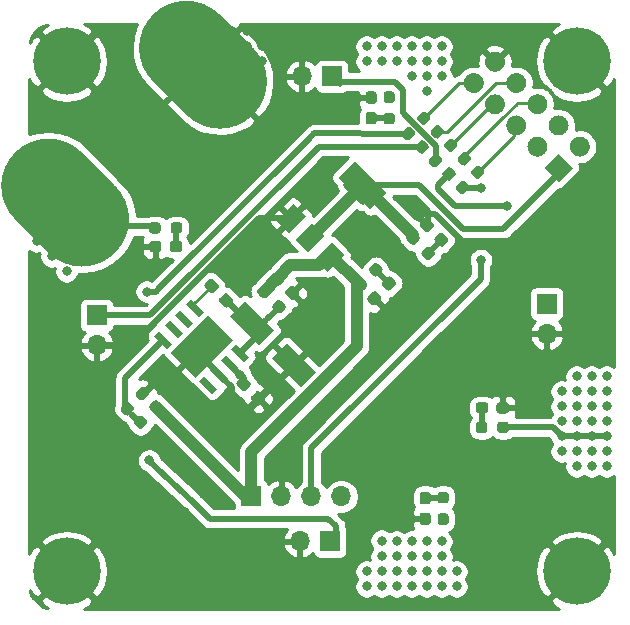
<source format=gbr>
%TF.GenerationSoftware,KiCad,Pcbnew,(5.1.8-0-10_14)*%
%TF.CreationDate,2021-02-16T17:48:47+08:00*%
%TF.ProjectId,batt_board,62617474-5f62-46f6-9172-642e6b696361,rev?*%
%TF.SameCoordinates,Original*%
%TF.FileFunction,Copper,L1,Top*%
%TF.FilePolarity,Positive*%
%FSLAX46Y46*%
G04 Gerber Fmt 4.6, Leading zero omitted, Abs format (unit mm)*
G04 Created by KiCad (PCBNEW (5.1.8-0-10_14)) date 2021-02-16 17:48:47*
%MOMM*%
%LPD*%
G01*
G04 APERTURE LIST*
%TA.AperFunction,ComponentPad*%
%ADD10O,1.700000X1.700000*%
%TD*%
%TA.AperFunction,ComponentPad*%
%ADD11R,1.700000X1.700000*%
%TD*%
%TA.AperFunction,SMDPad,CuDef*%
%ADD12C,0.100000*%
%TD*%
%TA.AperFunction,ComponentPad*%
%ADD13C,0.600000*%
%TD*%
%TA.AperFunction,ComponentPad*%
%ADD14C,0.100000*%
%TD*%
%TA.AperFunction,ConnectorPad*%
%ADD15C,5.700000*%
%TD*%
%TA.AperFunction,ComponentPad*%
%ADD16C,3.600000*%
%TD*%
%TA.AperFunction,ViaPad*%
%ADD17C,0.800000*%
%TD*%
%TA.AperFunction,Conductor*%
%ADD18C,0.500000*%
%TD*%
%TA.AperFunction,Conductor*%
%ADD19C,0.250000*%
%TD*%
%TA.AperFunction,Conductor*%
%ADD20C,1.000000*%
%TD*%
%TA.AperFunction,Conductor*%
%ADD21C,0.254000*%
%TD*%
%TA.AperFunction,Conductor*%
%ADD22C,0.100000*%
%TD*%
G04 APERTURE END LIST*
%TO.P,J11,2*%
%TO.N,GND*%
%TA.AperFunction,SMDPad,CuDef*%
G36*
G01*
X110462479Y-69294359D02*
X107634051Y-66465931D01*
G75*
G02*
X107634051Y-60809077I2828427J2828427D01*
G01*
X107634051Y-60809077D01*
G75*
G02*
X113290905Y-60809077I2828427J-2828427D01*
G01*
X116119333Y-63637505D01*
G75*
G02*
X116119333Y-69294359I-2828427J-2828427D01*
G01*
X116119333Y-69294359D01*
G75*
G02*
X110462479Y-69294359I-2828427J2828427D01*
G01*
G37*
%TD.AperFunction*%
%TO.P,J11,1*%
%TO.N,/VCC_IN*%
%TA.AperFunction,SMDPad,CuDef*%
G36*
G01*
X98788146Y-80968692D02*
X95959718Y-78140264D01*
G75*
G02*
X95959718Y-72483410I2828427J2828427D01*
G01*
X95959718Y-72483410D01*
G75*
G02*
X101616572Y-72483410I2828427J-2828427D01*
G01*
X104445000Y-75311838D01*
G75*
G02*
X104445000Y-80968692I-2828427J-2828427D01*
G01*
X104445000Y-80968692D01*
G75*
G02*
X98788146Y-80968692I-2828427J2828427D01*
G01*
G37*
%TD.AperFunction*%
%TD*%
D10*
%TO.P,Receiver1,4*%
%TO.N,Net-(Receiver1-Pad4)*%
X123571000Y-101600000D03*
%TO.P,Receiver1,3*%
%TO.N,PMM*%
X121031000Y-101600000D03*
%TO.P,Receiver1,2*%
%TO.N,GND*%
X118491000Y-101600000D03*
D11*
%TO.P,Receiver1,1*%
%TO.N,+5V*%
X115951000Y-101600000D03*
%TD*%
%TA.AperFunction,SMDPad,CuDef*%
D12*
%TO.P,U2,1*%
%TO.N,GND*%
G36*
X119159491Y-79308478D02*
G01*
X118098831Y-78247818D01*
X119513045Y-76833604D01*
X120573705Y-77894264D01*
X119159491Y-79308478D01*
G37*
%TD.AperFunction*%
%TA.AperFunction,SMDPad,CuDef*%
%TO.P,U2,3*%
%TO.N,+5V*%
G36*
X122412182Y-82561169D02*
G01*
X121351522Y-81500509D01*
X122765736Y-80086295D01*
X123826396Y-81146955D01*
X122412182Y-82561169D01*
G37*
%TD.AperFunction*%
%TA.AperFunction,SMDPad,CuDef*%
%TO.P,U2,2*%
%TO.N,+3V3*%
G36*
X120785837Y-80934823D02*
G01*
X119725177Y-79874163D01*
X121139391Y-78459949D01*
X122200051Y-79520609D01*
X120785837Y-80934823D01*
G37*
%TD.AperFunction*%
%TA.AperFunction,SMDPad,CuDef*%
G36*
X126053782Y-77293224D02*
G01*
X123366776Y-74606218D01*
X124780990Y-73192004D01*
X127467996Y-75879010D01*
X126053782Y-77293224D01*
G37*
%TD.AperFunction*%
%TD*%
D13*
%TO.P,U1,9*%
%TO.N,GND*%
X110911472Y-90597056D03*
X111689289Y-89819239D03*
X110840761Y-88970711D03*
X110062944Y-89748528D03*
X113457056Y-88051472D03*
X112608528Y-88900000D03*
X111760000Y-88051472D03*
X112608528Y-87202944D03*
%TA.AperFunction,SMDPad,CuDef*%
D12*
%TO.P,U1,8*%
%TO.N,Net-(C2-Pad2)*%
G36*
X114256087Y-89126274D02*
G01*
X114680351Y-88702010D01*
X115776367Y-89798026D01*
X115352103Y-90222290D01*
X114256087Y-89126274D01*
G37*
%TD.AperFunction*%
%TA.AperFunction,SMDPad,CuDef*%
%TO.P,U1,7*%
%TO.N,/VCC_IN*%
G36*
X113358061Y-90024300D02*
G01*
X113782325Y-89600036D01*
X114878341Y-90696052D01*
X114454077Y-91120316D01*
X113358061Y-90024300D01*
G37*
%TD.AperFunction*%
%TA.AperFunction,SMDPad,CuDef*%
%TO.P,U1,6*%
%TO.N,GND*%
G36*
X112460036Y-90922325D02*
G01*
X112884300Y-90498061D01*
X113980316Y-91594077D01*
X113556052Y-92018341D01*
X112460036Y-90922325D01*
G37*
%TD.AperFunction*%
%TA.AperFunction,SMDPad,CuDef*%
%TO.P,U1,5*%
%TO.N,Net-(U1-Pad5)*%
G36*
X111562010Y-91820351D02*
G01*
X111986274Y-91396087D01*
X113082290Y-92492103D01*
X112658026Y-92916367D01*
X111562010Y-91820351D01*
G37*
%TD.AperFunction*%
%TA.AperFunction,SMDPad,CuDef*%
%TO.P,U1,4*%
%TO.N,Net-(R6-Pad2)*%
G36*
X107743633Y-88001974D02*
G01*
X108167897Y-87577710D01*
X109263913Y-88673726D01*
X108839649Y-89097990D01*
X107743633Y-88001974D01*
G37*
%TD.AperFunction*%
%TA.AperFunction,SMDPad,CuDef*%
%TO.P,U1,3*%
%TO.N,Net-(U1-Pad3)*%
G36*
X108641659Y-87103948D02*
G01*
X109065923Y-86679684D01*
X110161939Y-87775700D01*
X109737675Y-88199964D01*
X108641659Y-87103948D01*
G37*
%TD.AperFunction*%
%TA.AperFunction,SMDPad,CuDef*%
%TO.P,U1,2*%
%TO.N,Net-(U1-Pad2)*%
G36*
X109539684Y-86205923D02*
G01*
X109963948Y-85781659D01*
X111059964Y-86877675D01*
X110635700Y-87301939D01*
X109539684Y-86205923D01*
G37*
%TD.AperFunction*%
%TA.AperFunction,SMDPad,CuDef*%
%TO.P,U1,1*%
%TO.N,Net-(C2-Pad1)*%
G36*
X110437710Y-85307897D02*
G01*
X110861974Y-84883633D01*
X111957990Y-85979649D01*
X111533726Y-86403913D01*
X110437710Y-85307897D01*
G37*
%TD.AperFunction*%
%TA.AperFunction,SMDPad,CuDef*%
%TO.P,U1,9*%
%TO.N,GND*%
G36*
X109126027Y-89448008D02*
G01*
X112308008Y-86266027D01*
X114393973Y-88351992D01*
X111211992Y-91533973D01*
X109126027Y-89448008D01*
G37*
%TD.AperFunction*%
%TA.AperFunction,SMDPad,CuDef*%
G36*
X109744746Y-89076777D02*
G01*
X111936777Y-86884746D01*
X113775254Y-88723223D01*
X111583223Y-90915254D01*
X109744746Y-89076777D01*
G37*
%TD.AperFunction*%
%TD*%
%TO.P,R13,2*%
%TO.N,PMM*%
%TA.AperFunction,SMDPad,CuDef*%
G36*
G01*
X134024542Y-74935582D02*
X134360418Y-75271458D01*
G75*
G02*
X134360418Y-75607334I-167938J-167938D01*
G01*
X134006864Y-75960888D01*
G75*
G02*
X133670988Y-75960888I-167938J167938D01*
G01*
X133335112Y-75625012D01*
G75*
G02*
X133335112Y-75289136I167938J167938D01*
G01*
X133688666Y-74935582D01*
G75*
G02*
X134024542Y-74935582I167938J-167938D01*
G01*
G37*
%TD.AperFunction*%
%TO.P,R13,1*%
%TO.N,Net-(R13-Pad1)*%
%TA.AperFunction,SMDPad,CuDef*%
G36*
G01*
X135315012Y-73645112D02*
X135650888Y-73980988D01*
G75*
G02*
X135650888Y-74316864I-167938J-167938D01*
G01*
X135297334Y-74670418D01*
G75*
G02*
X134961458Y-74670418I-167938J167938D01*
G01*
X134625582Y-74334542D01*
G75*
G02*
X134625582Y-73998666I167938J167938D01*
G01*
X134979136Y-73645112D01*
G75*
G02*
X135315012Y-73645112I167938J-167938D01*
G01*
G37*
%TD.AperFunction*%
%TD*%
%TO.P,R12,2*%
%TO.N,Net-(R12-Pad2)*%
%TA.AperFunction,SMDPad,CuDef*%
G36*
G01*
X133818458Y-73527418D02*
X133482582Y-73191542D01*
G75*
G02*
X133482582Y-72855666I167938J167938D01*
G01*
X133836136Y-72502112D01*
G75*
G02*
X134172012Y-72502112I167938J-167938D01*
G01*
X134507888Y-72837988D01*
G75*
G02*
X134507888Y-73173864I-167938J-167938D01*
G01*
X134154334Y-73527418D01*
G75*
G02*
X133818458Y-73527418I-167938J167938D01*
G01*
G37*
%TD.AperFunction*%
%TO.P,R12,1*%
%TO.N,PWM_CH4*%
%TA.AperFunction,SMDPad,CuDef*%
G36*
G01*
X132527988Y-74817888D02*
X132192112Y-74482012D01*
G75*
G02*
X132192112Y-74146136I167938J167938D01*
G01*
X132545666Y-73792582D01*
G75*
G02*
X132881542Y-73792582I167938J-167938D01*
G01*
X133217418Y-74128458D01*
G75*
G02*
X133217418Y-74464334I-167938J-167938D01*
G01*
X132863864Y-74817888D01*
G75*
G02*
X132527988Y-74817888I-167938J167938D01*
G01*
G37*
%TD.AperFunction*%
%TD*%
%TO.P,R11,2*%
%TO.N,Net-(R11-Pad2)*%
%TA.AperFunction,SMDPad,CuDef*%
G36*
G01*
X132675458Y-72384418D02*
X132339582Y-72048542D01*
G75*
G02*
X132339582Y-71712666I167938J167938D01*
G01*
X132693136Y-71359112D01*
G75*
G02*
X133029012Y-71359112I167938J-167938D01*
G01*
X133364888Y-71694988D01*
G75*
G02*
X133364888Y-72030864I-167938J-167938D01*
G01*
X133011334Y-72384418D01*
G75*
G02*
X132675458Y-72384418I-167938J167938D01*
G01*
G37*
%TD.AperFunction*%
%TO.P,R11,1*%
%TO.N,PWM_CH3*%
%TA.AperFunction,SMDPad,CuDef*%
G36*
G01*
X131384988Y-73674888D02*
X131049112Y-73339012D01*
G75*
G02*
X131049112Y-73003136I167938J167938D01*
G01*
X131402666Y-72649582D01*
G75*
G02*
X131738542Y-72649582I167938J-167938D01*
G01*
X132074418Y-72985458D01*
G75*
G02*
X132074418Y-73321334I-167938J-167938D01*
G01*
X131720864Y-73674888D01*
G75*
G02*
X131384988Y-73674888I-167938J167938D01*
G01*
G37*
%TD.AperFunction*%
%TD*%
%TO.P,R10,2*%
%TO.N,Net-(R10-Pad2)*%
%TA.AperFunction,SMDPad,CuDef*%
G36*
G01*
X131532458Y-71241418D02*
X131196582Y-70905542D01*
G75*
G02*
X131196582Y-70569666I167938J167938D01*
G01*
X131550136Y-70216112D01*
G75*
G02*
X131886012Y-70216112I167938J-167938D01*
G01*
X132221888Y-70551988D01*
G75*
G02*
X132221888Y-70887864I-167938J-167938D01*
G01*
X131868334Y-71241418D01*
G75*
G02*
X131532458Y-71241418I-167938J167938D01*
G01*
G37*
%TD.AperFunction*%
%TO.P,R10,1*%
%TO.N,PWM_CH2*%
%TA.AperFunction,SMDPad,CuDef*%
G36*
G01*
X130241988Y-72531888D02*
X129906112Y-72196012D01*
G75*
G02*
X129906112Y-71860136I167938J167938D01*
G01*
X130259666Y-71506582D01*
G75*
G02*
X130595542Y-71506582I167938J-167938D01*
G01*
X130931418Y-71842458D01*
G75*
G02*
X130931418Y-72178334I-167938J-167938D01*
G01*
X130577864Y-72531888D01*
G75*
G02*
X130241988Y-72531888I-167938J167938D01*
G01*
G37*
%TD.AperFunction*%
%TD*%
%TO.P,R9,2*%
%TO.N,Net-(R9-Pad2)*%
%TA.AperFunction,SMDPad,CuDef*%
G36*
G01*
X130389458Y-70098418D02*
X130053582Y-69762542D01*
G75*
G02*
X130053582Y-69426666I167938J167938D01*
G01*
X130407136Y-69073112D01*
G75*
G02*
X130743012Y-69073112I167938J-167938D01*
G01*
X131078888Y-69408988D01*
G75*
G02*
X131078888Y-69744864I-167938J-167938D01*
G01*
X130725334Y-70098418D01*
G75*
G02*
X130389458Y-70098418I-167938J167938D01*
G01*
G37*
%TD.AperFunction*%
%TO.P,R9,1*%
%TO.N,PWM_CH1*%
%TA.AperFunction,SMDPad,CuDef*%
G36*
G01*
X129098988Y-71388888D02*
X128763112Y-71053012D01*
G75*
G02*
X128763112Y-70717136I167938J167938D01*
G01*
X129116666Y-70363582D01*
G75*
G02*
X129452542Y-70363582I167938J-167938D01*
G01*
X129788418Y-70699458D01*
G75*
G02*
X129788418Y-71035334I-167938J-167938D01*
G01*
X129434864Y-71388888D01*
G75*
G02*
X129098988Y-71388888I-167938J167938D01*
G01*
G37*
%TD.AperFunction*%
%TD*%
%TO.P,R8,2*%
%TO.N,Net-(D7-Pad2)*%
%TA.AperFunction,SMDPad,CuDef*%
G36*
G01*
X130434582Y-80859458D02*
X130770458Y-80523582D01*
G75*
G02*
X131106334Y-80523582I167938J-167938D01*
G01*
X131459888Y-80877136D01*
G75*
G02*
X131459888Y-81213012I-167938J-167938D01*
G01*
X131124012Y-81548888D01*
G75*
G02*
X130788136Y-81548888I-167938J167938D01*
G01*
X130434582Y-81195334D01*
G75*
G02*
X130434582Y-80859458I167938J167938D01*
G01*
G37*
%TD.AperFunction*%
%TO.P,R8,1*%
%TO.N,+3V3*%
%TA.AperFunction,SMDPad,CuDef*%
G36*
G01*
X129144112Y-79568988D02*
X129479988Y-79233112D01*
G75*
G02*
X129815864Y-79233112I167938J-167938D01*
G01*
X130169418Y-79586666D01*
G75*
G02*
X130169418Y-79922542I-167938J-167938D01*
G01*
X129833542Y-80258418D01*
G75*
G02*
X129497666Y-80258418I-167938J167938D01*
G01*
X129144112Y-79904864D01*
G75*
G02*
X129144112Y-79568988I167938J167938D01*
G01*
G37*
%TD.AperFunction*%
%TD*%
%TO.P,R7,2*%
%TO.N,GND*%
%TA.AperFunction,SMDPad,CuDef*%
G36*
G01*
X106576958Y-93402918D02*
X106241082Y-93067042D01*
G75*
G02*
X106241082Y-92731166I167938J167938D01*
G01*
X106594636Y-92377612D01*
G75*
G02*
X106930512Y-92377612I167938J-167938D01*
G01*
X107266388Y-92713488D01*
G75*
G02*
X107266388Y-93049364I-167938J-167938D01*
G01*
X106912834Y-93402918D01*
G75*
G02*
X106576958Y-93402918I-167938J167938D01*
G01*
G37*
%TD.AperFunction*%
%TO.P,R7,1*%
%TO.N,Net-(R6-Pad2)*%
%TA.AperFunction,SMDPad,CuDef*%
G36*
G01*
X105286488Y-94693388D02*
X104950612Y-94357512D01*
G75*
G02*
X104950612Y-94021636I167938J167938D01*
G01*
X105304166Y-93668082D01*
G75*
G02*
X105640042Y-93668082I167938J-167938D01*
G01*
X105975918Y-94003958D01*
G75*
G02*
X105975918Y-94339834I-167938J-167938D01*
G01*
X105622364Y-94693388D01*
G75*
G02*
X105286488Y-94693388I-167938J167938D01*
G01*
G37*
%TD.AperFunction*%
%TD*%
%TO.P,R6,2*%
%TO.N,Net-(R6-Pad2)*%
%TA.AperFunction,SMDPad,CuDef*%
G36*
G01*
X106771261Y-94812801D02*
X107107137Y-95148677D01*
G75*
G02*
X107107137Y-95484553I-167938J-167938D01*
G01*
X106753583Y-95838107D01*
G75*
G02*
X106417707Y-95838107I-167938J167938D01*
G01*
X106081831Y-95502231D01*
G75*
G02*
X106081831Y-95166355I167938J167938D01*
G01*
X106435385Y-94812801D01*
G75*
G02*
X106771261Y-94812801I167938J-167938D01*
G01*
G37*
%TD.AperFunction*%
%TO.P,R6,1*%
%TO.N,+5V*%
%TA.AperFunction,SMDPad,CuDef*%
G36*
G01*
X108061731Y-93522331D02*
X108397607Y-93858207D01*
G75*
G02*
X108397607Y-94194083I-167938J-167938D01*
G01*
X108044053Y-94547637D01*
G75*
G02*
X107708177Y-94547637I-167938J167938D01*
G01*
X107372301Y-94211761D01*
G75*
G02*
X107372301Y-93875885I167938J167938D01*
G01*
X107725855Y-93522331D01*
G75*
G02*
X108061731Y-93522331I167938J-167938D01*
G01*
G37*
%TD.AperFunction*%
%TD*%
%TO.P,R5,2*%
%TO.N,Net-(D5-Pad2)*%
%TA.AperFunction,SMDPad,CuDef*%
G36*
G01*
X126325458Y-82925418D02*
X125989582Y-82589542D01*
G75*
G02*
X125989582Y-82253666I167938J167938D01*
G01*
X126343136Y-81900112D01*
G75*
G02*
X126679012Y-81900112I167938J-167938D01*
G01*
X127014888Y-82235988D01*
G75*
G02*
X127014888Y-82571864I-167938J-167938D01*
G01*
X126661334Y-82925418D01*
G75*
G02*
X126325458Y-82925418I-167938J167938D01*
G01*
G37*
%TD.AperFunction*%
%TO.P,R5,1*%
%TO.N,+5V*%
%TA.AperFunction,SMDPad,CuDef*%
G36*
G01*
X125034988Y-84215888D02*
X124699112Y-83880012D01*
G75*
G02*
X124699112Y-83544136I167938J167938D01*
G01*
X125052666Y-83190582D01*
G75*
G02*
X125388542Y-83190582I167938J-167938D01*
G01*
X125724418Y-83526458D01*
G75*
G02*
X125724418Y-83862334I-167938J-167938D01*
G01*
X125370864Y-84215888D01*
G75*
G02*
X125034988Y-84215888I-167938J167938D01*
G01*
G37*
%TD.AperFunction*%
%TD*%
%TO.P,R4,2*%
%TO.N,/VCC_IN*%
%TA.AperFunction,SMDPad,CuDef*%
G36*
G01*
X136799500Y-95995500D02*
X136799500Y-95520500D01*
G75*
G02*
X137037000Y-95283000I237500J0D01*
G01*
X137537000Y-95283000D01*
G75*
G02*
X137774500Y-95520500I0J-237500D01*
G01*
X137774500Y-95995500D01*
G75*
G02*
X137537000Y-96233000I-237500J0D01*
G01*
X137037000Y-96233000D01*
G75*
G02*
X136799500Y-95995500I0J237500D01*
G01*
G37*
%TD.AperFunction*%
%TO.P,R4,1*%
%TO.N,Net-(D4-Pad2)*%
%TA.AperFunction,SMDPad,CuDef*%
G36*
G01*
X134974500Y-95995500D02*
X134974500Y-95520500D01*
G75*
G02*
X135212000Y-95283000I237500J0D01*
G01*
X135712000Y-95283000D01*
G75*
G02*
X135949500Y-95520500I0J-237500D01*
G01*
X135949500Y-95995500D01*
G75*
G02*
X135712000Y-96233000I-237500J0D01*
G01*
X135212000Y-96233000D01*
G75*
G02*
X134974500Y-95995500I0J237500D01*
G01*
G37*
%TD.AperFunction*%
%TD*%
%TO.P,R3,2*%
%TO.N,/VCC_IN*%
%TA.AperFunction,SMDPad,CuDef*%
G36*
G01*
X127872500Y-68282000D02*
X127397500Y-68282000D01*
G75*
G02*
X127160000Y-68044500I0J237500D01*
G01*
X127160000Y-67544500D01*
G75*
G02*
X127397500Y-67307000I237500J0D01*
G01*
X127872500Y-67307000D01*
G75*
G02*
X128110000Y-67544500I0J-237500D01*
G01*
X128110000Y-68044500D01*
G75*
G02*
X127872500Y-68282000I-237500J0D01*
G01*
G37*
%TD.AperFunction*%
%TO.P,R3,1*%
%TO.N,Net-(D3-Pad2)*%
%TA.AperFunction,SMDPad,CuDef*%
G36*
G01*
X127872500Y-70107000D02*
X127397500Y-70107000D01*
G75*
G02*
X127160000Y-69869500I0J237500D01*
G01*
X127160000Y-69369500D01*
G75*
G02*
X127397500Y-69132000I237500J0D01*
G01*
X127872500Y-69132000D01*
G75*
G02*
X128110000Y-69369500I0J-237500D01*
G01*
X128110000Y-69869500D01*
G75*
G02*
X127872500Y-70107000I-237500J0D01*
G01*
G37*
%TD.AperFunction*%
%TD*%
%TO.P,R2,2*%
%TO.N,/VCC_IN*%
%TA.AperFunction,SMDPad,CuDef*%
G36*
G01*
X108287000Y-78629500D02*
X108287000Y-79104500D01*
G75*
G02*
X108049500Y-79342000I-237500J0D01*
G01*
X107549500Y-79342000D01*
G75*
G02*
X107312000Y-79104500I0J237500D01*
G01*
X107312000Y-78629500D01*
G75*
G02*
X107549500Y-78392000I237500J0D01*
G01*
X108049500Y-78392000D01*
G75*
G02*
X108287000Y-78629500I0J-237500D01*
G01*
G37*
%TD.AperFunction*%
%TO.P,R2,1*%
%TO.N,Net-(D2-Pad2)*%
%TA.AperFunction,SMDPad,CuDef*%
G36*
G01*
X110112000Y-78629500D02*
X110112000Y-79104500D01*
G75*
G02*
X109874500Y-79342000I-237500J0D01*
G01*
X109374500Y-79342000D01*
G75*
G02*
X109137000Y-79104500I0J237500D01*
G01*
X109137000Y-78629500D01*
G75*
G02*
X109374500Y-78392000I237500J0D01*
G01*
X109874500Y-78392000D01*
G75*
G02*
X110112000Y-78629500I0J-237500D01*
G01*
G37*
%TD.AperFunction*%
%TD*%
%TO.P,R1,2*%
%TO.N,/VCC_IN*%
%TA.AperFunction,SMDPad,CuDef*%
G36*
G01*
X131969500Y-103041000D02*
X132444500Y-103041000D01*
G75*
G02*
X132682000Y-103278500I0J-237500D01*
G01*
X132682000Y-103778500D01*
G75*
G02*
X132444500Y-104016000I-237500J0D01*
G01*
X131969500Y-104016000D01*
G75*
G02*
X131732000Y-103778500I0J237500D01*
G01*
X131732000Y-103278500D01*
G75*
G02*
X131969500Y-103041000I237500J0D01*
G01*
G37*
%TD.AperFunction*%
%TO.P,R1,1*%
%TO.N,Net-(D1-Pad2)*%
%TA.AperFunction,SMDPad,CuDef*%
G36*
G01*
X131969500Y-101216000D02*
X132444500Y-101216000D01*
G75*
G02*
X132682000Y-101453500I0J-237500D01*
G01*
X132682000Y-101953500D01*
G75*
G02*
X132444500Y-102191000I-237500J0D01*
G01*
X131969500Y-102191000D01*
G75*
G02*
X131732000Y-101953500I0J237500D01*
G01*
X131732000Y-101453500D01*
G75*
G02*
X131969500Y-101216000I237500J0D01*
G01*
G37*
%TD.AperFunction*%
%TD*%
%TO.P,L1,2*%
%TO.N,+5V*%
%TA.AperFunction,SMDPad,CuDef*%
G36*
G01*
X117532918Y-84431042D02*
X117197042Y-84766918D01*
G75*
G02*
X116861166Y-84766918I-167938J167938D01*
G01*
X116507612Y-84413364D01*
G75*
G02*
X116507612Y-84077488I167938J167938D01*
G01*
X116843488Y-83741612D01*
G75*
G02*
X117179364Y-83741612I167938J-167938D01*
G01*
X117532918Y-84095166D01*
G75*
G02*
X117532918Y-84431042I-167938J-167938D01*
G01*
G37*
%TD.AperFunction*%
%TO.P,L1,1*%
%TO.N,Net-(C2-Pad2)*%
%TA.AperFunction,SMDPad,CuDef*%
G36*
G01*
X118823388Y-85721512D02*
X118487512Y-86057388D01*
G75*
G02*
X118151636Y-86057388I-167938J167938D01*
G01*
X117798082Y-85703834D01*
G75*
G02*
X117798082Y-85367958I167938J167938D01*
G01*
X118133958Y-85032082D01*
G75*
G02*
X118469834Y-85032082I167938J-167938D01*
G01*
X118823388Y-85385636D01*
G75*
G02*
X118823388Y-85721512I-167938J-167938D01*
G01*
G37*
%TD.AperFunction*%
%TD*%
D10*
%TO.P,CH4,2*%
%TO.N,GND*%
X140970000Y-87830000D03*
D11*
%TO.P,CH4,1*%
%TO.N,PWM_CH4*%
X140970000Y-85290000D03*
%TD*%
D10*
%TO.P,CH3,2*%
%TO.N,GND*%
X120250000Y-66040000D03*
D11*
%TO.P,CH3,1*%
%TO.N,PWM_CH3*%
X122790000Y-66040000D03*
%TD*%
%TO.P,conn2upper1,10*%
%TO.N,GND*%
%TA.AperFunction,ComponentPad*%
G36*
G01*
X137198887Y-64205703D02*
X137198887Y-64205703D01*
G75*
G02*
X137198887Y-65407785I-601041J-601041D01*
G01*
X137198887Y-65407785D01*
G75*
G02*
X135996805Y-65407785I-601041J601041D01*
G01*
X135996805Y-65407785D01*
G75*
G02*
X135996805Y-64205703I601041J601041D01*
G01*
X135996805Y-64205703D01*
G75*
G02*
X137198887Y-64205703I601041J-601041D01*
G01*
G37*
%TD.AperFunction*%
%TO.P,conn2upper1,9*%
%TO.N,Net-(R9-Pad2)*%
%TA.AperFunction,ComponentPad*%
G36*
G01*
X135402836Y-66001754D02*
X135402836Y-66001754D01*
G75*
G02*
X135402836Y-67203836I-601041J-601041D01*
G01*
X135402836Y-67203836D01*
G75*
G02*
X134200754Y-67203836I-601041J601041D01*
G01*
X134200754Y-67203836D01*
G75*
G02*
X134200754Y-66001754I601041J601041D01*
G01*
X134200754Y-66001754D01*
G75*
G02*
X135402836Y-66001754I601041J-601041D01*
G01*
G37*
%TD.AperFunction*%
%TO.P,conn2upper1,8*%
%TO.N,Net-(R10-Pad2)*%
%TA.AperFunction,ComponentPad*%
G36*
G01*
X138994939Y-66001754D02*
X138994939Y-66001754D01*
G75*
G02*
X138994939Y-67203836I-601041J-601041D01*
G01*
X138994939Y-67203836D01*
G75*
G02*
X137792857Y-67203836I-601041J601041D01*
G01*
X137792857Y-67203836D01*
G75*
G02*
X137792857Y-66001754I601041J601041D01*
G01*
X137792857Y-66001754D01*
G75*
G02*
X138994939Y-66001754I601041J-601041D01*
G01*
G37*
%TD.AperFunction*%
%TO.P,conn2upper1,7*%
%TO.N,Net-(R11-Pad2)*%
%TA.AperFunction,ComponentPad*%
G36*
G01*
X137198887Y-67797805D02*
X137198887Y-67797805D01*
G75*
G02*
X137198887Y-68999887I-601041J-601041D01*
G01*
X137198887Y-68999887D01*
G75*
G02*
X135996805Y-68999887I-601041J601041D01*
G01*
X135996805Y-68999887D01*
G75*
G02*
X135996805Y-67797805I601041J601041D01*
G01*
X135996805Y-67797805D01*
G75*
G02*
X137198887Y-67797805I601041J-601041D01*
G01*
G37*
%TD.AperFunction*%
%TO.P,conn2upper1,6*%
%TO.N,Net-(R12-Pad2)*%
%TA.AperFunction,ComponentPad*%
G36*
G01*
X140790990Y-67797805D02*
X140790990Y-67797805D01*
G75*
G02*
X140790990Y-68999887I-601041J-601041D01*
G01*
X140790990Y-68999887D01*
G75*
G02*
X139588908Y-68999887I-601041J601041D01*
G01*
X139588908Y-68999887D01*
G75*
G02*
X139588908Y-67797805I601041J601041D01*
G01*
X139588908Y-67797805D01*
G75*
G02*
X140790990Y-67797805I601041J-601041D01*
G01*
G37*
%TD.AperFunction*%
%TO.P,conn2upper1,5*%
%TO.N,Net-(R13-Pad1)*%
%TA.AperFunction,ComponentPad*%
G36*
G01*
X138994939Y-69593857D02*
X138994939Y-69593857D01*
G75*
G02*
X138994939Y-70795939I-601041J-601041D01*
G01*
X138994939Y-70795939D01*
G75*
G02*
X137792857Y-70795939I-601041J601041D01*
G01*
X137792857Y-70795939D01*
G75*
G02*
X137792857Y-69593857I601041J601041D01*
G01*
X137792857Y-69593857D01*
G75*
G02*
X138994939Y-69593857I601041J-601041D01*
G01*
G37*
%TD.AperFunction*%
%TO.P,conn2upper1,4*%
%TO.N,Net-(conn2upper1-Pad4)*%
%TA.AperFunction,ComponentPad*%
G36*
G01*
X142587041Y-69593857D02*
X142587041Y-69593857D01*
G75*
G02*
X142587041Y-70795939I-601041J-601041D01*
G01*
X142587041Y-70795939D01*
G75*
G02*
X141384959Y-70795939I-601041J601041D01*
G01*
X141384959Y-70795939D01*
G75*
G02*
X141384959Y-69593857I601041J601041D01*
G01*
X141384959Y-69593857D01*
G75*
G02*
X142587041Y-69593857I601041J-601041D01*
G01*
G37*
%TD.AperFunction*%
%TO.P,conn2upper1,3*%
%TO.N,+5V*%
%TA.AperFunction,ComponentPad*%
G36*
G01*
X140790990Y-71389908D02*
X140790990Y-71389908D01*
G75*
G02*
X140790990Y-72591990I-601041J-601041D01*
G01*
X140790990Y-72591990D01*
G75*
G02*
X139588908Y-72591990I-601041J601041D01*
G01*
X139588908Y-72591990D01*
G75*
G02*
X139588908Y-71389908I601041J601041D01*
G01*
X139588908Y-71389908D01*
G75*
G02*
X140790990Y-71389908I601041J-601041D01*
G01*
G37*
%TD.AperFunction*%
%TO.P,conn2upper1,2*%
%TO.N,Net-(conn2upper1-Pad2)*%
%TA.AperFunction,ComponentPad*%
G36*
G01*
X144383092Y-71389908D02*
X144383092Y-71389908D01*
G75*
G02*
X144383092Y-72591990I-601041J-601041D01*
G01*
X144383092Y-72591990D01*
G75*
G02*
X143181010Y-72591990I-601041J601041D01*
G01*
X143181010Y-72591990D01*
G75*
G02*
X143181010Y-71389908I601041J601041D01*
G01*
X143181010Y-71389908D01*
G75*
G02*
X144383092Y-71389908I601041J-601041D01*
G01*
G37*
%TD.AperFunction*%
%TA.AperFunction,ComponentPad*%
D14*
%TO.P,conn2upper1,1*%
%TO.N,+3V3*%
G36*
X141986000Y-72584918D02*
G01*
X143188082Y-73787000D01*
X141986000Y-74989082D01*
X140783918Y-73787000D01*
X141986000Y-72584918D01*
G37*
%TD.AperFunction*%
%TD*%
D10*
%TO.P,CH2,2*%
%TO.N,GND*%
X102870000Y-88800000D03*
D11*
%TO.P,CH2,1*%
%TO.N,PWM_CH2*%
X102870000Y-86260000D03*
%TD*%
D10*
%TO.P,CH1,2*%
%TO.N,GND*%
X120080000Y-105410000D03*
D11*
%TO.P,CH1,1*%
%TO.N,PWM_CH1*%
X122620000Y-105410000D03*
%TD*%
D15*
%TO.P,H4,1*%
%TO.N,GND*%
X143510000Y-107950000D03*
D16*
X143510000Y-107950000D03*
%TD*%
D15*
%TO.P,H3,1*%
%TO.N,GND*%
X100330000Y-107950000D03*
D16*
X100330000Y-107950000D03*
%TD*%
D15*
%TO.P,H2,1*%
%TO.N,GND*%
X143510000Y-64770000D03*
D16*
X143510000Y-64770000D03*
%TD*%
D15*
%TO.P,H1,1*%
%TO.N,GND*%
X100330000Y-64770000D03*
D16*
X100330000Y-64770000D03*
%TD*%
%TO.P,D7,2*%
%TO.N,Net-(D7-Pad2)*%
%TA.AperFunction,SMDPad,CuDef*%
G36*
G01*
X131524549Y-79663425D02*
X131860425Y-79327549D01*
G75*
G02*
X132196301Y-79327549I167938J-167938D01*
G01*
X132602887Y-79734135D01*
G75*
G02*
X132602887Y-80070011I-167938J-167938D01*
G01*
X132267011Y-80405887D01*
G75*
G02*
X131931135Y-80405887I-167938J167938D01*
G01*
X131524549Y-79999301D01*
G75*
G02*
X131524549Y-79663425I167938J167938D01*
G01*
G37*
%TD.AperFunction*%
%TO.P,D7,1*%
%TO.N,GND*%
%TA.AperFunction,SMDPad,CuDef*%
G36*
G01*
X130287113Y-78425989D02*
X130622989Y-78090113D01*
G75*
G02*
X130958865Y-78090113I167938J-167938D01*
G01*
X131365451Y-78496699D01*
G75*
G02*
X131365451Y-78832575I-167938J-167938D01*
G01*
X131029575Y-79168451D01*
G75*
G02*
X130693699Y-79168451I-167938J167938D01*
G01*
X130287113Y-78761865D01*
G75*
G02*
X130287113Y-78425989I167938J167938D01*
G01*
G37*
%TD.AperFunction*%
%TD*%
%TA.AperFunction,SMDPad,CuDef*%
D12*
%TO.P,D6,2*%
%TO.N,GND*%
G36*
X117686434Y-89876226D02*
G01*
X118959226Y-88603434D01*
X121434100Y-91078308D01*
X120161308Y-92351100D01*
X117686434Y-89876226D01*
G37*
%TD.AperFunction*%
%TA.AperFunction,SMDPad,CuDef*%
%TO.P,D6,1*%
%TO.N,Net-(C2-Pad2)*%
G36*
X114150900Y-86340692D02*
G01*
X115423692Y-85067900D01*
X117898566Y-87542774D01*
X116625774Y-88815566D01*
X114150900Y-86340692D01*
G37*
%TD.AperFunction*%
%TD*%
%TO.P,D5,2*%
%TO.N,Net-(D5-Pad2)*%
%TA.AperFunction,SMDPad,CuDef*%
G36*
G01*
X127415425Y-84121451D02*
X127079549Y-83785575D01*
G75*
G02*
X127079549Y-83449699I167938J167938D01*
G01*
X127486135Y-83043113D01*
G75*
G02*
X127822011Y-83043113I167938J-167938D01*
G01*
X128157887Y-83378989D01*
G75*
G02*
X128157887Y-83714865I-167938J-167938D01*
G01*
X127751301Y-84121451D01*
G75*
G02*
X127415425Y-84121451I-167938J167938D01*
G01*
G37*
%TD.AperFunction*%
%TO.P,D5,1*%
%TO.N,GND*%
%TA.AperFunction,SMDPad,CuDef*%
G36*
G01*
X126177989Y-85358887D02*
X125842113Y-85023011D01*
G75*
G02*
X125842113Y-84687135I167938J167938D01*
G01*
X126248699Y-84280549D01*
G75*
G02*
X126584575Y-84280549I167938J-167938D01*
G01*
X126920451Y-84616425D01*
G75*
G02*
X126920451Y-84952301I-167938J-167938D01*
G01*
X126513865Y-85358887D01*
G75*
G02*
X126177989Y-85358887I-167938J167938D01*
G01*
G37*
%TD.AperFunction*%
%TD*%
%TO.P,D4,2*%
%TO.N,Net-(D4-Pad2)*%
%TA.AperFunction,SMDPad,CuDef*%
G36*
G01*
X136024500Y-93869500D02*
X136024500Y-94344500D01*
G75*
G02*
X135787000Y-94582000I-237500J0D01*
G01*
X135212000Y-94582000D01*
G75*
G02*
X134974500Y-94344500I0J237500D01*
G01*
X134974500Y-93869500D01*
G75*
G02*
X135212000Y-93632000I237500J0D01*
G01*
X135787000Y-93632000D01*
G75*
G02*
X136024500Y-93869500I0J-237500D01*
G01*
G37*
%TD.AperFunction*%
%TO.P,D4,1*%
%TO.N,GND*%
%TA.AperFunction,SMDPad,CuDef*%
G36*
G01*
X137774500Y-93869500D02*
X137774500Y-94344500D01*
G75*
G02*
X137537000Y-94582000I-237500J0D01*
G01*
X136962000Y-94582000D01*
G75*
G02*
X136724500Y-94344500I0J237500D01*
G01*
X136724500Y-93869500D01*
G75*
G02*
X136962000Y-93632000I237500J0D01*
G01*
X137537000Y-93632000D01*
G75*
G02*
X137774500Y-93869500I0J-237500D01*
G01*
G37*
%TD.AperFunction*%
%TD*%
%TO.P,D3,2*%
%TO.N,Net-(D3-Pad2)*%
%TA.AperFunction,SMDPad,CuDef*%
G36*
G01*
X125873500Y-69057000D02*
X126348500Y-69057000D01*
G75*
G02*
X126586000Y-69294500I0J-237500D01*
G01*
X126586000Y-69869500D01*
G75*
G02*
X126348500Y-70107000I-237500J0D01*
G01*
X125873500Y-70107000D01*
G75*
G02*
X125636000Y-69869500I0J237500D01*
G01*
X125636000Y-69294500D01*
G75*
G02*
X125873500Y-69057000I237500J0D01*
G01*
G37*
%TD.AperFunction*%
%TO.P,D3,1*%
%TO.N,GND*%
%TA.AperFunction,SMDPad,CuDef*%
G36*
G01*
X125873500Y-67307000D02*
X126348500Y-67307000D01*
G75*
G02*
X126586000Y-67544500I0J-237500D01*
G01*
X126586000Y-68119500D01*
G75*
G02*
X126348500Y-68357000I-237500J0D01*
G01*
X125873500Y-68357000D01*
G75*
G02*
X125636000Y-68119500I0J237500D01*
G01*
X125636000Y-67544500D01*
G75*
G02*
X125873500Y-67307000I237500J0D01*
G01*
G37*
%TD.AperFunction*%
%TD*%
%TO.P,D2,2*%
%TO.N,Net-(D2-Pad2)*%
%TA.AperFunction,SMDPad,CuDef*%
G36*
G01*
X109062000Y-80682500D02*
X109062000Y-80207500D01*
G75*
G02*
X109299500Y-79970000I237500J0D01*
G01*
X109874500Y-79970000D01*
G75*
G02*
X110112000Y-80207500I0J-237500D01*
G01*
X110112000Y-80682500D01*
G75*
G02*
X109874500Y-80920000I-237500J0D01*
G01*
X109299500Y-80920000D01*
G75*
G02*
X109062000Y-80682500I0J237500D01*
G01*
G37*
%TD.AperFunction*%
%TO.P,D2,1*%
%TO.N,GND*%
%TA.AperFunction,SMDPad,CuDef*%
G36*
G01*
X107312000Y-80682500D02*
X107312000Y-80207500D01*
G75*
G02*
X107549500Y-79970000I237500J0D01*
G01*
X108124500Y-79970000D01*
G75*
G02*
X108362000Y-80207500I0J-237500D01*
G01*
X108362000Y-80682500D01*
G75*
G02*
X108124500Y-80920000I-237500J0D01*
G01*
X107549500Y-80920000D01*
G75*
G02*
X107312000Y-80682500I0J237500D01*
G01*
G37*
%TD.AperFunction*%
%TD*%
%TO.P,D1,2*%
%TO.N,Net-(D1-Pad2)*%
%TA.AperFunction,SMDPad,CuDef*%
G36*
G01*
X130920500Y-102266000D02*
X130445500Y-102266000D01*
G75*
G02*
X130208000Y-102028500I0J237500D01*
G01*
X130208000Y-101453500D01*
G75*
G02*
X130445500Y-101216000I237500J0D01*
G01*
X130920500Y-101216000D01*
G75*
G02*
X131158000Y-101453500I0J-237500D01*
G01*
X131158000Y-102028500D01*
G75*
G02*
X130920500Y-102266000I-237500J0D01*
G01*
G37*
%TD.AperFunction*%
%TO.P,D1,1*%
%TO.N,GND*%
%TA.AperFunction,SMDPad,CuDef*%
G36*
G01*
X130920500Y-104016000D02*
X130445500Y-104016000D01*
G75*
G02*
X130208000Y-103778500I0J237500D01*
G01*
X130208000Y-103203500D01*
G75*
G02*
X130445500Y-102966000I237500J0D01*
G01*
X130920500Y-102966000D01*
G75*
G02*
X131158000Y-103203500I0J-237500D01*
G01*
X131158000Y-103778500D01*
G75*
G02*
X130920500Y-104016000I-237500J0D01*
G01*
G37*
%TD.AperFunction*%
%TD*%
%TO.P,C3,2*%
%TO.N,GND*%
%TA.AperFunction,SMDPad,CuDef*%
G36*
G01*
X118870372Y-84154248D02*
X119206248Y-83818372D01*
G75*
G02*
X119542124Y-83818372I167938J-167938D01*
G01*
X119966388Y-84242636D01*
G75*
G02*
X119966388Y-84578512I-167938J-167938D01*
G01*
X119630512Y-84914388D01*
G75*
G02*
X119294636Y-84914388I-167938J167938D01*
G01*
X118870372Y-84490124D01*
G75*
G02*
X118870372Y-84154248I167938J167938D01*
G01*
G37*
%TD.AperFunction*%
%TO.P,C3,1*%
%TO.N,+5V*%
%TA.AperFunction,SMDPad,CuDef*%
G36*
G01*
X117650612Y-82934488D02*
X117986488Y-82598612D01*
G75*
G02*
X118322364Y-82598612I167938J-167938D01*
G01*
X118746628Y-83022876D01*
G75*
G02*
X118746628Y-83358752I-167938J-167938D01*
G01*
X118410752Y-83694628D01*
G75*
G02*
X118074876Y-83694628I-167938J167938D01*
G01*
X117650612Y-83270364D01*
G75*
G02*
X117650612Y-82934488I167938J167938D01*
G01*
G37*
%TD.AperFunction*%
%TD*%
%TO.P,C2,2*%
%TO.N,Net-(C2-Pad2)*%
%TA.AperFunction,SMDPad,CuDef*%
G36*
G01*
X113282372Y-84789248D02*
X113618248Y-84453372D01*
G75*
G02*
X113954124Y-84453372I167938J-167938D01*
G01*
X114378388Y-84877636D01*
G75*
G02*
X114378388Y-85213512I-167938J-167938D01*
G01*
X114042512Y-85549388D01*
G75*
G02*
X113706636Y-85549388I-167938J167938D01*
G01*
X113282372Y-85125124D01*
G75*
G02*
X113282372Y-84789248I167938J167938D01*
G01*
G37*
%TD.AperFunction*%
%TO.P,C2,1*%
%TO.N,Net-(C2-Pad1)*%
%TA.AperFunction,SMDPad,CuDef*%
G36*
G01*
X112062612Y-83569488D02*
X112398488Y-83233612D01*
G75*
G02*
X112734364Y-83233612I167938J-167938D01*
G01*
X113158628Y-83657876D01*
G75*
G02*
X113158628Y-83993752I-167938J-167938D01*
G01*
X112822752Y-84329628D01*
G75*
G02*
X112486876Y-84329628I-167938J167938D01*
G01*
X112062612Y-83905364D01*
G75*
G02*
X112062612Y-83569488I167938J167938D01*
G01*
G37*
%TD.AperFunction*%
%TD*%
%TO.P,C1,2*%
%TO.N,GND*%
%TA.AperFunction,SMDPad,CuDef*%
G36*
G01*
X115987752Y-93082628D02*
X116323628Y-92746752D01*
G75*
G02*
X116659504Y-92746752I167938J-167938D01*
G01*
X117083768Y-93171016D01*
G75*
G02*
X117083768Y-93506892I-167938J-167938D01*
G01*
X116747892Y-93842768D01*
G75*
G02*
X116412016Y-93842768I-167938J167938D01*
G01*
X115987752Y-93418504D01*
G75*
G02*
X115987752Y-93082628I167938J167938D01*
G01*
G37*
%TD.AperFunction*%
%TO.P,C1,1*%
%TO.N,/VCC_IN*%
%TA.AperFunction,SMDPad,CuDef*%
G36*
G01*
X114767992Y-91862868D02*
X115103868Y-91526992D01*
G75*
G02*
X115439744Y-91526992I167938J-167938D01*
G01*
X115864008Y-91951256D01*
G75*
G02*
X115864008Y-92287132I-167938J-167938D01*
G01*
X115528132Y-92623008D01*
G75*
G02*
X115192256Y-92623008I-167938J167938D01*
G01*
X114767992Y-92198744D01*
G75*
G02*
X114767992Y-91862868I167938J167938D01*
G01*
G37*
%TD.AperFunction*%
%TD*%
D17*
%TO.N,GND*%
X110490000Y-66040000D03*
X115570000Y-66040000D03*
X114300000Y-66040000D03*
X111760000Y-66040000D03*
X109220000Y-63500000D03*
X109220000Y-64770000D03*
X110490000Y-64770000D03*
X116840000Y-64770000D03*
X115570000Y-64770000D03*
X116840000Y-63500000D03*
X116840000Y-62230000D03*
X115570000Y-62230000D03*
X100330000Y-99060000D03*
X99060000Y-99060000D03*
X97790000Y-99060000D03*
X97790000Y-95250000D03*
X97790000Y-93980000D03*
X100330000Y-93980000D03*
X99060000Y-93980000D03*
X99060000Y-95250000D03*
X100330000Y-95250000D03*
X100330000Y-95250000D03*
X100330000Y-96520000D03*
X99060000Y-96520000D03*
X97790000Y-96520000D03*
X97790000Y-97790000D03*
X99060000Y-97790000D03*
X100330000Y-97790000D03*
X100330000Y-97790000D03*
X101600000Y-97790000D03*
X101600000Y-96520000D03*
X101600000Y-95250000D03*
X101600000Y-95250000D03*
X101600000Y-93980000D03*
X100330000Y-91440000D03*
X99060000Y-91440000D03*
X97790000Y-91440000D03*
X101600000Y-92710000D03*
X100330000Y-92710000D03*
X99060000Y-92710000D03*
X97790000Y-92710000D03*
X116840000Y-110490000D03*
X115570000Y-110490000D03*
X114300000Y-110490000D03*
X113030000Y-110490000D03*
X111760000Y-110490000D03*
X110490000Y-110490000D03*
X109220000Y-110490000D03*
X116840000Y-109220000D03*
X115570000Y-109220000D03*
X114300000Y-109220000D03*
X113030000Y-109220000D03*
X111760000Y-109220000D03*
X110490000Y-109220000D03*
X110490000Y-109220000D03*
X109220000Y-109220000D03*
X116840000Y-107950000D03*
X115570000Y-107950000D03*
X113030000Y-107950000D03*
X114300000Y-107950000D03*
X111760000Y-107950000D03*
X110490000Y-107950000D03*
X109220000Y-107950000D03*
X110490000Y-105410000D03*
X115570000Y-105410000D03*
X114300000Y-105410000D03*
X113030000Y-105410000D03*
X113030000Y-105410000D03*
X111760000Y-105410000D03*
X115570000Y-106680000D03*
X113030000Y-106680000D03*
X114300000Y-106680000D03*
X111760000Y-106680000D03*
X110490000Y-106680000D03*
X143510000Y-82550000D03*
X146050000Y-74930000D03*
X144780000Y-74930000D03*
X146050000Y-82550000D03*
X144780000Y-82550000D03*
X144780000Y-80010000D03*
X143510000Y-80010000D03*
X143510000Y-78740000D03*
X144780000Y-78740000D03*
X144780000Y-77470000D03*
X143510000Y-77470000D03*
X142240000Y-78740000D03*
X142240000Y-80010000D03*
X142240000Y-81280000D03*
X143510000Y-81280000D03*
X144780000Y-81280000D03*
X146050000Y-81280000D03*
X146050000Y-80010000D03*
X146050000Y-78740000D03*
X146050000Y-77470000D03*
X146050000Y-76200000D03*
X144780000Y-76200000D03*
X143510000Y-76200000D03*
X114300000Y-63500000D03*
X113030000Y-64770000D03*
X110490000Y-62230000D03*
X111760000Y-63500000D03*
X113030000Y-62230000D03*
X115570000Y-63500000D03*
X114300000Y-62230000D03*
X113030000Y-66040000D03*
X114300000Y-64770000D03*
X111760000Y-64770000D03*
X113030000Y-63500000D03*
X110490000Y-63500000D03*
X111760000Y-62230000D03*
X109220000Y-62230000D03*
X142240000Y-77470000D03*
X142240000Y-76200000D03*
X143510000Y-74930000D03*
X123571000Y-68834000D03*
X127921564Y-86360000D03*
X107950000Y-91694000D03*
X113411000Y-94742000D03*
X114406534Y-95631000D03*
X130175000Y-77978000D03*
X130911600Y-77724000D03*
%TO.N,/VCC_IN*%
X127000000Y-105346500D03*
X125730000Y-64770000D03*
X130810000Y-66040000D03*
X132080000Y-64770000D03*
X132080000Y-66040000D03*
X129540000Y-66040000D03*
X129540000Y-66040000D03*
X125730000Y-63500000D03*
X127000000Y-64770000D03*
X128270000Y-64770000D03*
X129540000Y-64770000D03*
X130810000Y-64770000D03*
X130810000Y-63500000D03*
X132080000Y-63500000D03*
X129540000Y-63500000D03*
X128270000Y-63500000D03*
X127000000Y-63500000D03*
X125730000Y-109220000D03*
X127000000Y-109220000D03*
X128270000Y-109220000D03*
X128270000Y-109220000D03*
X129540000Y-109220000D03*
X130810000Y-109220000D03*
X132080000Y-109220000D03*
X133350000Y-107950000D03*
X133350000Y-107950000D03*
X125730000Y-107950000D03*
X130810000Y-105410000D03*
X132080000Y-105410000D03*
X132080000Y-106680000D03*
X130810000Y-106680000D03*
X130810000Y-107950000D03*
X132080000Y-107950000D03*
X129540000Y-107950000D03*
X129540000Y-106680000D03*
X128270000Y-107950000D03*
X127000000Y-107950000D03*
X127000000Y-106680000D03*
X128270000Y-106680000D03*
X128270000Y-106680000D03*
X132207000Y-103568500D03*
X128270000Y-105410000D03*
X100330000Y-82550000D03*
X143510000Y-99060000D03*
X143510000Y-91440000D03*
X146050000Y-91440000D03*
X144780000Y-91440000D03*
X144780000Y-91440000D03*
X146050000Y-99060000D03*
X144780000Y-99060000D03*
X142240000Y-97790000D03*
X142240000Y-96520000D03*
X142240000Y-95250000D03*
X142240000Y-93980000D03*
X142240000Y-92710000D03*
X146050000Y-97790000D03*
X144780000Y-97790000D03*
X143510000Y-97790000D03*
X143510000Y-96520000D03*
X144780000Y-96520000D03*
X146050000Y-96520000D03*
X146050000Y-95250000D03*
X144780000Y-95250000D03*
X143510000Y-95250000D03*
X143510000Y-93980000D03*
X144780000Y-93980000D03*
X146050000Y-93980000D03*
X146050000Y-92710000D03*
X144780000Y-92710000D03*
X143510000Y-92710000D03*
X97790000Y-73660000D03*
X97790000Y-72390000D03*
X99060000Y-74930000D03*
X100330000Y-76200000D03*
X100330000Y-76200000D03*
X101600000Y-77470000D03*
X102870000Y-78740000D03*
X97790000Y-80010000D03*
X99060000Y-81280000D03*
X100330000Y-81280000D03*
X99060000Y-80010000D03*
X97790000Y-78740000D03*
X97790000Y-76200000D03*
X99060000Y-77470000D03*
X100330000Y-78740000D03*
X101600000Y-80010000D03*
X101600000Y-81280000D03*
X100330000Y-80010000D03*
X99060000Y-78740000D03*
X97790000Y-77470000D03*
X97790000Y-74930000D03*
X99060000Y-76200000D03*
X100330000Y-77470000D03*
X101600000Y-78740000D03*
X102870000Y-80010000D03*
X104140000Y-78740000D03*
X102870000Y-77470000D03*
X101600000Y-76200000D03*
X100330000Y-74930000D03*
X99060000Y-73660000D03*
X129540000Y-105410000D03*
X129540000Y-105410000D03*
X129540000Y-105410000D03*
X129540000Y-105410000D03*
X129540000Y-105410000D03*
X129540000Y-105410000D03*
X129540000Y-105410000D03*
X129540000Y-105410000D03*
X115316000Y-92075000D03*
X130810000Y-67310000D03*
X127635000Y-67818000D03*
X115030250Y-91313000D03*
X133350000Y-109220000D03*
%TO.N,PMM*%
X135392235Y-75448235D03*
X135392235Y-81587265D03*
%TO.N,+5V*%
X125053015Y-83544485D03*
%TO.N,PWM_CH1*%
X107097490Y-84264500D03*
X107315000Y-98552000D03*
%TO.N,PWM_CH4*%
X137604500Y-77025500D03*
%TD*%
D18*
%TO.N,GND*%
X126111000Y-67832000D02*
X124573000Y-67832000D01*
X124573000Y-67832000D02*
X123571000Y-68834000D01*
X123571000Y-68834000D02*
X123571000Y-68834000D01*
X126381282Y-84819718D02*
X127921564Y-86360000D01*
X127921564Y-86360000D02*
X127921564Y-86360000D01*
X121348500Y-86296500D02*
X121348500Y-88689034D01*
X121348500Y-88689034D02*
X119560267Y-90477267D01*
X119418380Y-84366380D02*
X121348500Y-86296500D01*
X119560267Y-90477267D02*
X114406534Y-95631000D01*
X113220176Y-91258201D02*
X113220176Y-91287340D01*
X113220176Y-91287340D02*
X114300000Y-92367164D01*
X114300000Y-92367164D02*
X114300000Y-93853000D01*
X114300000Y-93853000D02*
X113411000Y-94742000D01*
X106753735Y-92890265D02*
X107950000Y-91694000D01*
X107950000Y-91694000D02*
X107950000Y-91694000D01*
X113411000Y-94742000D02*
X113411000Y-94742000D01*
X114406534Y-95631000D02*
X114406534Y-95631000D01*
X130826282Y-78629282D02*
X130175000Y-77978000D01*
X130175000Y-77978000D02*
X130175000Y-77978000D01*
X105864962Y-88800000D02*
X102870000Y-88800000D01*
X116593921Y-78071041D02*
X105864962Y-88800000D01*
X119336268Y-78071041D02*
X116593921Y-78071041D01*
D19*
X123571000Y-68834000D02*
X123298998Y-68834000D01*
D18*
X111760000Y-89798025D02*
X113220176Y-91258201D01*
X111760000Y-88900000D02*
X111760000Y-89798025D01*
X130911600Y-78543964D02*
X130826282Y-78629282D01*
X130911600Y-77724000D02*
X130911600Y-78543964D01*
X130429000Y-77724000D02*
X130175000Y-77978000D01*
X130911600Y-77724000D02*
X130429000Y-77724000D01*
X133763285Y-80010000D02*
X142240000Y-80010000D01*
X131477285Y-77724000D02*
X133763285Y-80010000D01*
X130911600Y-77724000D02*
X131477285Y-77724000D01*
D19*
%TO.N,/VCC_IN*%
X107672500Y-78740000D02*
X107799500Y-78867000D01*
D18*
X104140000Y-78740000D02*
X107672500Y-78740000D01*
D19*
X114118201Y-90360176D02*
X114118201Y-90369201D01*
X115316000Y-92075000D02*
X115316000Y-92075000D01*
D18*
X141478000Y-95758000D02*
X142240000Y-96520000D01*
X137287000Y-95758000D02*
X141478000Y-95758000D01*
X142240000Y-96520000D02*
X146050000Y-96520000D01*
X114118201Y-90369201D02*
X115030250Y-91281250D01*
X115316000Y-91567000D02*
X115030250Y-91281250D01*
X115316000Y-92075000D02*
X115316000Y-91567000D01*
%TO.N,Net-(C2-Pad2)*%
X115016227Y-89462150D02*
X116141500Y-88336877D01*
D19*
X116141500Y-87058500D02*
X116024733Y-86941733D01*
D18*
X118353765Y-85544735D02*
X117284500Y-86614000D01*
D19*
X116956767Y-86941733D02*
X116024733Y-86941733D01*
D18*
X117241470Y-86657030D02*
X116956767Y-86941733D01*
D19*
X116403877Y-88074500D02*
X116522500Y-88074500D01*
X115016227Y-89462150D02*
X116403877Y-88074500D01*
D18*
X113830380Y-85001380D02*
X115760500Y-86931500D01*
D19*
%TO.N,Net-(C2-Pad1)*%
X111061500Y-85330740D02*
X111061500Y-85344000D01*
X112610620Y-83781620D02*
X111061500Y-85330740D01*
%TO.N,Net-(D1-Pad2)*%
X130720500Y-101703500D02*
X130683000Y-101741000D01*
D18*
X132169500Y-101741000D02*
X132207000Y-101703500D01*
X130683000Y-101741000D02*
X132169500Y-101741000D01*
D19*
%TO.N,Net-(D2-Pad2)*%
X109624500Y-80407500D02*
X109587000Y-80445000D01*
D18*
X109624500Y-78867000D02*
X109624500Y-80407500D01*
%TO.N,Net-(D3-Pad2)*%
X127597500Y-69582000D02*
X127635000Y-69619500D01*
X126111000Y-69582000D02*
X127597500Y-69582000D01*
%TO.N,Net-(D4-Pad2)*%
X135499500Y-95720500D02*
X135462000Y-95758000D01*
X135499500Y-94107000D02*
X135499500Y-95720500D01*
%TO.N,Net-(D5-Pad2)*%
X126502235Y-82465799D02*
X127618718Y-83582282D01*
X126502235Y-82412765D02*
X126502235Y-82465799D01*
D19*
%TO.N,Net-(D7-Pad2)*%
X130947235Y-81036235D02*
X130947235Y-80983201D01*
D18*
X132063718Y-79919752D02*
X130947235Y-81036235D01*
X132063718Y-79866718D02*
X132063718Y-79919752D01*
D19*
%TO.N,PMM*%
X135392235Y-75448235D02*
X135392235Y-75448235D01*
D18*
X133847765Y-75448235D02*
X135392235Y-75448235D01*
X135392235Y-81587265D02*
X135392235Y-83174765D01*
X121031000Y-97536000D02*
X121031000Y-101600000D01*
X135392235Y-83174765D02*
X121031000Y-97536000D01*
D20*
%TO.N,+5V*%
X125211765Y-83703235D02*
X125053015Y-83544485D01*
D19*
X122832262Y-81323732D02*
X122588959Y-81323732D01*
X115449970Y-101600000D02*
X115951000Y-101600000D01*
D20*
X107884954Y-94034984D02*
X115449970Y-101600000D01*
D19*
X118153030Y-83121500D02*
X118173500Y-83121500D01*
D20*
X117020265Y-84254265D02*
X118153030Y-83121500D01*
X118198620Y-83083120D02*
X119239740Y-82042000D01*
X119316500Y-81978500D02*
X121729500Y-81978500D01*
D19*
X119239740Y-82105500D02*
X119380000Y-82105500D01*
X119380000Y-82105500D02*
X119507000Y-82105500D01*
X121729500Y-81978500D02*
X122428000Y-81280000D01*
D20*
X124904500Y-83693000D02*
X124904500Y-88900000D01*
X115951000Y-97917000D02*
X115951000Y-101346000D01*
X115951000Y-97853500D02*
X124904500Y-88900000D01*
D19*
X115951000Y-98171000D02*
X115951000Y-97853500D01*
D20*
X125053015Y-83544485D02*
X122832262Y-81323732D01*
D19*
%TO.N,PWM_CH1*%
X107097490Y-84264500D02*
X107097490Y-84264500D01*
X107315000Y-98552000D02*
X107251500Y-98488500D01*
X111051355Y-102054645D02*
X111135145Y-102054645D01*
D18*
X110998000Y-102044500D02*
X107198145Y-98541855D01*
X122491500Y-103505000D02*
X123126500Y-104140000D01*
X112458500Y-103505000D02*
X122491500Y-103505000D01*
X123126500Y-104140000D02*
X123126500Y-104838500D01*
X111051355Y-102097855D02*
X112458500Y-103505000D01*
D19*
X111051355Y-102054645D02*
X111051355Y-102097855D01*
D18*
X120830265Y-71346135D02*
X121310400Y-70866000D01*
X121310400Y-70866000D02*
X129275765Y-70876235D01*
X108153200Y-83972400D02*
X120830265Y-71346135D01*
X107861100Y-84264500D02*
X108153200Y-83972400D01*
X107097490Y-84264500D02*
X107861100Y-84264500D01*
%TO.N,PWM_CH2*%
X121666000Y-72009000D02*
X107415000Y-86260000D01*
X130418765Y-72019235D02*
X121655765Y-72019235D01*
X102870000Y-86260000D02*
X107415000Y-86260000D01*
D20*
%TO.N,+3V3*%
X125417386Y-75242614D02*
X120962614Y-79697386D01*
D19*
X129656765Y-79481993D02*
X129656765Y-79745765D01*
D20*
X125417386Y-75242614D02*
X129656765Y-79481993D01*
D18*
X125417386Y-75242614D02*
X129344614Y-75242614D01*
X129344614Y-75242614D02*
X129349500Y-75247500D01*
X129349500Y-75247500D02*
X130175000Y-75247500D01*
X130175000Y-75247500D02*
X133921500Y-78994000D01*
X133921500Y-78994000D02*
X137287000Y-78994000D01*
X141859000Y-74422000D02*
X141859000Y-74358500D01*
X137287000Y-78994000D02*
X141859000Y-74422000D01*
X125417386Y-75242614D02*
X124010614Y-75242614D01*
X124010614Y-75242614D02*
X125425200Y-76657200D01*
%TO.N,PWM_CH3*%
X131635500Y-72009000D02*
X131635500Y-73158064D01*
X128888734Y-69198734D02*
X131635500Y-71945500D01*
X128841500Y-67295594D02*
X128841500Y-69151500D01*
D19*
X122790000Y-66040000D02*
X123515001Y-66765001D01*
D18*
X123171000Y-66484500D02*
X128016000Y-66484500D01*
X128841500Y-67183000D02*
X128143000Y-66484500D01*
D19*
X128841500Y-67295594D02*
X128841500Y-67183000D01*
X128143000Y-66484500D02*
X128079500Y-66484500D01*
X128016000Y-66484500D02*
X128143000Y-66484500D01*
%TO.N,PWM_CH4*%
X137604500Y-77025500D02*
X137604500Y-77025500D01*
D18*
X132704765Y-74305235D02*
X131762500Y-75247500D01*
X131762500Y-75247500D02*
X131762500Y-75565000D01*
X133223000Y-77025500D02*
X137604500Y-77025500D01*
X131762500Y-75565000D02*
X133223000Y-77025500D01*
D19*
%TO.N,Net-(R6-Pad2)*%
X105260984Y-94118954D02*
X105274484Y-94118954D01*
D18*
X105770530Y-94615000D02*
X106415765Y-95260235D01*
D19*
X105274484Y-94118954D02*
X105770530Y-94615000D01*
D18*
X105260984Y-91580639D02*
X108503773Y-88337850D01*
X105260984Y-94118954D02*
X105260984Y-91580639D01*
D19*
%TO.N,Net-(R9-Pad2)*%
X133549205Y-66602795D02*
X130566235Y-69585765D01*
X134801795Y-66602795D02*
X133549205Y-66602795D01*
%TO.N,Net-(R10-Pad2)*%
X136654895Y-66602795D02*
X138393898Y-66602795D01*
X132528925Y-70728765D02*
X136654895Y-66602795D01*
X131709235Y-70728765D02*
X132528925Y-70728765D01*
%TO.N,Net-(R11-Pad2)*%
X136325154Y-68398846D02*
X136597846Y-68398846D01*
X132852235Y-71871765D02*
X136325154Y-68398846D01*
%TO.N,Net-(R12-Pad2)*%
X133995235Y-73014765D02*
X133995235Y-72654235D01*
X137218897Y-69596000D02*
X138450948Y-68363949D01*
X138493500Y-68326000D02*
X140232501Y-68326000D01*
X133999838Y-72819662D02*
X137223500Y-69596000D01*
%TO.N,Net-(R13-Pad1)*%
X135138235Y-74157765D02*
X138176000Y-71120000D01*
X138176000Y-71120000D02*
X138176000Y-70412796D01*
%TD*%
D21*
%TO.N,GND*%
X106228898Y-61746434D02*
X105941315Y-62608701D01*
X105827479Y-63510505D01*
X105891763Y-64417189D01*
X106131696Y-65293910D01*
X106538060Y-66106976D01*
X107095236Y-66825142D01*
X108509450Y-68239355D01*
X111697087Y-65051718D01*
X112056297Y-65051718D01*
X116544621Y-69540042D01*
X117113941Y-69086548D01*
X117524486Y-68357002D01*
X117812069Y-67494735D01*
X117925905Y-66592931D01*
X117912006Y-66396891D01*
X118808519Y-66396891D01*
X118905843Y-66671252D01*
X119054822Y-66921355D01*
X119249731Y-67137588D01*
X119483080Y-67311641D01*
X119745901Y-67436825D01*
X119893110Y-67481476D01*
X120123000Y-67360155D01*
X120123000Y-66167000D01*
X118929186Y-66167000D01*
X118808519Y-66396891D01*
X117912006Y-66396891D01*
X117861621Y-65686247D01*
X117860763Y-65683109D01*
X118808519Y-65683109D01*
X118929186Y-65913000D01*
X120123000Y-65913000D01*
X120123000Y-64719845D01*
X119893110Y-64598524D01*
X119745901Y-64643175D01*
X119483080Y-64768359D01*
X119249731Y-64942412D01*
X119054822Y-65158645D01*
X118905843Y-65408748D01*
X118808519Y-65683109D01*
X117860763Y-65683109D01*
X117621688Y-64809526D01*
X117215324Y-63996460D01*
X116658148Y-63278294D01*
X115243934Y-61864081D01*
X112056297Y-65051718D01*
X111697087Y-65051718D01*
X111682945Y-65037576D01*
X111862550Y-64857971D01*
X111876692Y-64872113D01*
X115064329Y-61684476D01*
X114999853Y-61620000D01*
X142011318Y-61620000D01*
X141573201Y-61852494D01*
X141555757Y-61864150D01*
X141237572Y-62317967D01*
X143510000Y-64590395D01*
X143524143Y-64576253D01*
X143703748Y-64755858D01*
X143689605Y-64770000D01*
X145962033Y-67042428D01*
X146415850Y-66724243D01*
X146660001Y-66270742D01*
X146660000Y-90602805D01*
X146540256Y-90522795D01*
X146351898Y-90444774D01*
X146151939Y-90405000D01*
X145948061Y-90405000D01*
X145748102Y-90444774D01*
X145559744Y-90522795D01*
X145415000Y-90619510D01*
X145270256Y-90522795D01*
X145081898Y-90444774D01*
X144881939Y-90405000D01*
X144678061Y-90405000D01*
X144478102Y-90444774D01*
X144289744Y-90522795D01*
X144145000Y-90619510D01*
X144000256Y-90522795D01*
X143811898Y-90444774D01*
X143611939Y-90405000D01*
X143408061Y-90405000D01*
X143208102Y-90444774D01*
X143019744Y-90522795D01*
X142850226Y-90636063D01*
X142706063Y-90780226D01*
X142592795Y-90949744D01*
X142514774Y-91138102D01*
X142475000Y-91338061D01*
X142475000Y-91541939D01*
X142508039Y-91708039D01*
X142341939Y-91675000D01*
X142138061Y-91675000D01*
X141938102Y-91714774D01*
X141749744Y-91792795D01*
X141580226Y-91906063D01*
X141436063Y-92050226D01*
X141322795Y-92219744D01*
X141244774Y-92408102D01*
X141205000Y-92608061D01*
X141205000Y-92811939D01*
X141244774Y-93011898D01*
X141322795Y-93200256D01*
X141419510Y-93345000D01*
X141322795Y-93489744D01*
X141244774Y-93678102D01*
X141205000Y-93878061D01*
X141205000Y-94081939D01*
X141244774Y-94281898D01*
X141322795Y-94470256D01*
X141419510Y-94615000D01*
X141322795Y-94759744D01*
X141275882Y-94873000D01*
X138338976Y-94873000D01*
X138364002Y-94826180D01*
X138400312Y-94706482D01*
X138412572Y-94582000D01*
X138409500Y-94392750D01*
X138250750Y-94234000D01*
X137376500Y-94234000D01*
X137376500Y-94254000D01*
X137122500Y-94254000D01*
X137122500Y-94234000D01*
X137102500Y-94234000D01*
X137102500Y-93980000D01*
X137122500Y-93980000D01*
X137122500Y-93155750D01*
X137376500Y-93155750D01*
X137376500Y-93980000D01*
X138250750Y-93980000D01*
X138409500Y-93821250D01*
X138412572Y-93632000D01*
X138400312Y-93507518D01*
X138364002Y-93387820D01*
X138305037Y-93277506D01*
X138225685Y-93180815D01*
X138128994Y-93101463D01*
X138018680Y-93042498D01*
X137898982Y-93006188D01*
X137774500Y-92993928D01*
X137535250Y-92997000D01*
X137376500Y-93155750D01*
X137122500Y-93155750D01*
X136963750Y-92997000D01*
X136724500Y-92993928D01*
X136600018Y-93006188D01*
X136480320Y-93042498D01*
X136370006Y-93101463D01*
X136297339Y-93161099D01*
X136273442Y-93141488D01*
X136122067Y-93060577D01*
X135957816Y-93010752D01*
X135787000Y-92993928D01*
X135212000Y-92993928D01*
X135041184Y-93010752D01*
X134876933Y-93060577D01*
X134725558Y-93141488D01*
X134592877Y-93250377D01*
X134483988Y-93383058D01*
X134403077Y-93534433D01*
X134353252Y-93698684D01*
X134336428Y-93869500D01*
X134336428Y-94344500D01*
X134353252Y-94515316D01*
X134403077Y-94679567D01*
X134483988Y-94830942D01*
X134567335Y-94932500D01*
X134483988Y-95034058D01*
X134403077Y-95185433D01*
X134353252Y-95349684D01*
X134336428Y-95520500D01*
X134336428Y-95995500D01*
X134353252Y-96166316D01*
X134403077Y-96330567D01*
X134483988Y-96481942D01*
X134592877Y-96614623D01*
X134725558Y-96723512D01*
X134876933Y-96804423D01*
X135041184Y-96854248D01*
X135212000Y-96871072D01*
X135712000Y-96871072D01*
X135882816Y-96854248D01*
X136047067Y-96804423D01*
X136198442Y-96723512D01*
X136331123Y-96614623D01*
X136374500Y-96561768D01*
X136417877Y-96614623D01*
X136550558Y-96723512D01*
X136701933Y-96804423D01*
X136866184Y-96854248D01*
X137037000Y-96871072D01*
X137537000Y-96871072D01*
X137707816Y-96854248D01*
X137872067Y-96804423D01*
X138023442Y-96723512D01*
X138121546Y-96643000D01*
X141111422Y-96643000D01*
X141233465Y-96765044D01*
X141244774Y-96821898D01*
X141322795Y-97010256D01*
X141419510Y-97155000D01*
X141322795Y-97299744D01*
X141244774Y-97488102D01*
X141205000Y-97688061D01*
X141205000Y-97891939D01*
X141244774Y-98091898D01*
X141322795Y-98280256D01*
X141436063Y-98449774D01*
X141580226Y-98593937D01*
X141749744Y-98707205D01*
X141938102Y-98785226D01*
X142138061Y-98825000D01*
X142341939Y-98825000D01*
X142508039Y-98791961D01*
X142475000Y-98958061D01*
X142475000Y-99161939D01*
X142514774Y-99361898D01*
X142592795Y-99550256D01*
X142706063Y-99719774D01*
X142850226Y-99863937D01*
X143019744Y-99977205D01*
X143208102Y-100055226D01*
X143408061Y-100095000D01*
X143611939Y-100095000D01*
X143811898Y-100055226D01*
X144000256Y-99977205D01*
X144145000Y-99880490D01*
X144289744Y-99977205D01*
X144478102Y-100055226D01*
X144678061Y-100095000D01*
X144881939Y-100095000D01*
X145081898Y-100055226D01*
X145270256Y-99977205D01*
X145415000Y-99880490D01*
X145559744Y-99977205D01*
X145748102Y-100055226D01*
X145948061Y-100095000D01*
X146151939Y-100095000D01*
X146351898Y-100055226D01*
X146540256Y-99977205D01*
X146660000Y-99897195D01*
X146660000Y-106451318D01*
X146427506Y-106013201D01*
X146415850Y-105995757D01*
X145962033Y-105677572D01*
X143689605Y-107950000D01*
X143703748Y-107964143D01*
X143524143Y-108143748D01*
X143510000Y-108129605D01*
X141237572Y-110402033D01*
X141555757Y-110855850D01*
X142009256Y-111100000D01*
X101828682Y-111100000D01*
X102266799Y-110867506D01*
X102284243Y-110855850D01*
X102602428Y-110402033D01*
X100330000Y-108129605D01*
X98057572Y-110402033D01*
X98375757Y-110855850D01*
X98770685Y-111068467D01*
X98695455Y-111061091D01*
X98344794Y-110955220D01*
X98220816Y-110889300D01*
X97414819Y-110104514D01*
X97329816Y-109947304D01*
X97221498Y-109597385D01*
X97212258Y-109509469D01*
X97412494Y-109886799D01*
X97424150Y-109904243D01*
X97877967Y-110222428D01*
X100150395Y-107950000D01*
X100509605Y-107950000D01*
X102782033Y-110222428D01*
X103235850Y-109904243D01*
X103561269Y-109299790D01*
X103762512Y-108643465D01*
X103831845Y-107960490D01*
X103821112Y-107848061D01*
X124695000Y-107848061D01*
X124695000Y-108051939D01*
X124734774Y-108251898D01*
X124812795Y-108440256D01*
X124909510Y-108585000D01*
X124812795Y-108729744D01*
X124734774Y-108918102D01*
X124695000Y-109118061D01*
X124695000Y-109321939D01*
X124734774Y-109521898D01*
X124812795Y-109710256D01*
X124926063Y-109879774D01*
X125070226Y-110023937D01*
X125239744Y-110137205D01*
X125428102Y-110215226D01*
X125628061Y-110255000D01*
X125831939Y-110255000D01*
X126031898Y-110215226D01*
X126220256Y-110137205D01*
X126365000Y-110040490D01*
X126509744Y-110137205D01*
X126698102Y-110215226D01*
X126898061Y-110255000D01*
X127101939Y-110255000D01*
X127301898Y-110215226D01*
X127490256Y-110137205D01*
X127635000Y-110040490D01*
X127779744Y-110137205D01*
X127968102Y-110215226D01*
X128168061Y-110255000D01*
X128371939Y-110255000D01*
X128571898Y-110215226D01*
X128760256Y-110137205D01*
X128905000Y-110040490D01*
X129049744Y-110137205D01*
X129238102Y-110215226D01*
X129438061Y-110255000D01*
X129641939Y-110255000D01*
X129841898Y-110215226D01*
X130030256Y-110137205D01*
X130175000Y-110040490D01*
X130319744Y-110137205D01*
X130508102Y-110215226D01*
X130708061Y-110255000D01*
X130911939Y-110255000D01*
X131111898Y-110215226D01*
X131300256Y-110137205D01*
X131445000Y-110040490D01*
X131589744Y-110137205D01*
X131778102Y-110215226D01*
X131978061Y-110255000D01*
X132181939Y-110255000D01*
X132381898Y-110215226D01*
X132570256Y-110137205D01*
X132715000Y-110040490D01*
X132859744Y-110137205D01*
X133048102Y-110215226D01*
X133248061Y-110255000D01*
X133451939Y-110255000D01*
X133651898Y-110215226D01*
X133840256Y-110137205D01*
X134009774Y-110023937D01*
X134153937Y-109879774D01*
X134267205Y-109710256D01*
X134345226Y-109521898D01*
X134385000Y-109321939D01*
X134385000Y-109118061D01*
X134345226Y-108918102D01*
X134267205Y-108729744D01*
X134170490Y-108585000D01*
X134267205Y-108440256D01*
X134345226Y-108251898D01*
X134385000Y-108051939D01*
X134385000Y-107939510D01*
X140008155Y-107939510D01*
X140073395Y-108622888D01*
X140270702Y-109280407D01*
X140592494Y-109886799D01*
X140604150Y-109904243D01*
X141057967Y-110222428D01*
X143330395Y-107950000D01*
X141057967Y-105677572D01*
X140604150Y-105995757D01*
X140278731Y-106600210D01*
X140077488Y-107256535D01*
X140008155Y-107939510D01*
X134385000Y-107939510D01*
X134385000Y-107848061D01*
X134345226Y-107648102D01*
X134267205Y-107459744D01*
X134153937Y-107290226D01*
X134009774Y-107146063D01*
X133840256Y-107032795D01*
X133651898Y-106954774D01*
X133451939Y-106915000D01*
X133248061Y-106915000D01*
X133081961Y-106948039D01*
X133115000Y-106781939D01*
X133115000Y-106578061D01*
X133075226Y-106378102D01*
X132997205Y-106189744D01*
X132900490Y-106045000D01*
X132997205Y-105900256D01*
X133075226Y-105711898D01*
X133115000Y-105511939D01*
X133115000Y-105497967D01*
X141237572Y-105497967D01*
X143510000Y-107770395D01*
X145782428Y-105497967D01*
X145464243Y-105044150D01*
X144859790Y-104718731D01*
X144203465Y-104517488D01*
X143520490Y-104448155D01*
X142837112Y-104513395D01*
X142179593Y-104710702D01*
X141573201Y-105032494D01*
X141555757Y-105044150D01*
X141237572Y-105497967D01*
X133115000Y-105497967D01*
X133115000Y-105308061D01*
X133075226Y-105108102D01*
X132997205Y-104919744D01*
X132883937Y-104750226D01*
X132739774Y-104606063D01*
X132733013Y-104601545D01*
X132779567Y-104587423D01*
X132930942Y-104506512D01*
X133063623Y-104397623D01*
X133172512Y-104264942D01*
X133253423Y-104113567D01*
X133303248Y-103949316D01*
X133320072Y-103778500D01*
X133320072Y-103278500D01*
X133303248Y-103107684D01*
X133253423Y-102943433D01*
X133172512Y-102792058D01*
X133063623Y-102659377D01*
X133010768Y-102616000D01*
X133063623Y-102572623D01*
X133172512Y-102439942D01*
X133253423Y-102288567D01*
X133303248Y-102124316D01*
X133320072Y-101953500D01*
X133320072Y-101453500D01*
X133303248Y-101282684D01*
X133253423Y-101118433D01*
X133172512Y-100967058D01*
X133063623Y-100834377D01*
X132930942Y-100725488D01*
X132779567Y-100644577D01*
X132615316Y-100594752D01*
X132444500Y-100577928D01*
X131969500Y-100577928D01*
X131798684Y-100594752D01*
X131634433Y-100644577D01*
X131483058Y-100725488D01*
X131445000Y-100756722D01*
X131406942Y-100725488D01*
X131255567Y-100644577D01*
X131091316Y-100594752D01*
X130920500Y-100577928D01*
X130445500Y-100577928D01*
X130274684Y-100594752D01*
X130110433Y-100644577D01*
X129959058Y-100725488D01*
X129826377Y-100834377D01*
X129717488Y-100967058D01*
X129636577Y-101118433D01*
X129586752Y-101282684D01*
X129569928Y-101453500D01*
X129569928Y-102028500D01*
X129586752Y-102199316D01*
X129636577Y-102363567D01*
X129717488Y-102514942D01*
X129737099Y-102538839D01*
X129677463Y-102611506D01*
X129618498Y-102721820D01*
X129582188Y-102841518D01*
X129569928Y-102966000D01*
X129573000Y-103205250D01*
X129731750Y-103364000D01*
X130556000Y-103364000D01*
X130556000Y-103344000D01*
X130810000Y-103344000D01*
X130810000Y-103364000D01*
X130830000Y-103364000D01*
X130830000Y-103618000D01*
X130810000Y-103618000D01*
X130810000Y-103638000D01*
X130556000Y-103638000D01*
X130556000Y-103618000D01*
X129731750Y-103618000D01*
X129573000Y-103776750D01*
X129569928Y-104016000D01*
X129582188Y-104140482D01*
X129618498Y-104260180D01*
X129677463Y-104370494D01*
X129688813Y-104384324D01*
X129641939Y-104375000D01*
X129438061Y-104375000D01*
X129238102Y-104414774D01*
X129049744Y-104492795D01*
X128905000Y-104589510D01*
X128760256Y-104492795D01*
X128571898Y-104414774D01*
X128371939Y-104375000D01*
X128168061Y-104375000D01*
X127968102Y-104414774D01*
X127779744Y-104492795D01*
X127677993Y-104560782D01*
X127659774Y-104542563D01*
X127490256Y-104429295D01*
X127301898Y-104351274D01*
X127101939Y-104311500D01*
X126898061Y-104311500D01*
X126698102Y-104351274D01*
X126509744Y-104429295D01*
X126340226Y-104542563D01*
X126196063Y-104686726D01*
X126082795Y-104856244D01*
X126004774Y-105044602D01*
X125965000Y-105244561D01*
X125965000Y-105448439D01*
X126004774Y-105648398D01*
X126082795Y-105836756D01*
X126196063Y-106006274D01*
X126203039Y-106013250D01*
X126196063Y-106020226D01*
X126082795Y-106189744D01*
X126004774Y-106378102D01*
X125965000Y-106578061D01*
X125965000Y-106781939D01*
X125998039Y-106948039D01*
X125831939Y-106915000D01*
X125628061Y-106915000D01*
X125428102Y-106954774D01*
X125239744Y-107032795D01*
X125070226Y-107146063D01*
X124926063Y-107290226D01*
X124812795Y-107459744D01*
X124734774Y-107648102D01*
X124695000Y-107848061D01*
X103821112Y-107848061D01*
X103766605Y-107277112D01*
X103569298Y-106619593D01*
X103247506Y-106013201D01*
X103235850Y-105995757D01*
X102909426Y-105766891D01*
X118638519Y-105766891D01*
X118735843Y-106041252D01*
X118884822Y-106291355D01*
X119079731Y-106507588D01*
X119313080Y-106681641D01*
X119575901Y-106806825D01*
X119723110Y-106851476D01*
X119953000Y-106730155D01*
X119953000Y-105537000D01*
X118759186Y-105537000D01*
X118638519Y-105766891D01*
X102909426Y-105766891D01*
X102782033Y-105677572D01*
X100509605Y-107950000D01*
X100150395Y-107950000D01*
X97877967Y-105677572D01*
X97424150Y-105995757D01*
X97180000Y-106449256D01*
X97180000Y-105497967D01*
X98057572Y-105497967D01*
X100330000Y-107770395D01*
X102602428Y-105497967D01*
X102284243Y-105044150D01*
X101679790Y-104718731D01*
X101023465Y-104517488D01*
X100340490Y-104448155D01*
X99657112Y-104513395D01*
X98999593Y-104710702D01*
X98393201Y-105032494D01*
X98375757Y-105044150D01*
X98057572Y-105497967D01*
X97180000Y-105497967D01*
X97180000Y-89156890D01*
X101428524Y-89156890D01*
X101473175Y-89304099D01*
X101598359Y-89566920D01*
X101772412Y-89800269D01*
X101988645Y-89995178D01*
X102238748Y-90144157D01*
X102513109Y-90241481D01*
X102743000Y-90120814D01*
X102743000Y-88927000D01*
X102997000Y-88927000D01*
X102997000Y-90120814D01*
X103226891Y-90241481D01*
X103501252Y-90144157D01*
X103751355Y-89995178D01*
X103967588Y-89800269D01*
X104141641Y-89566920D01*
X104266825Y-89304099D01*
X104311476Y-89156890D01*
X104190155Y-88927000D01*
X102997000Y-88927000D01*
X102743000Y-88927000D01*
X101549845Y-88927000D01*
X101428524Y-89156890D01*
X97180000Y-89156890D01*
X97180000Y-80847195D01*
X97299744Y-80927205D01*
X97488102Y-81005226D01*
X97688061Y-81045000D01*
X97891939Y-81045000D01*
X97954070Y-81032641D01*
X98037359Y-81115930D01*
X98025000Y-81178061D01*
X98025000Y-81381939D01*
X98064774Y-81581898D01*
X98142795Y-81770256D01*
X98256063Y-81939774D01*
X98400226Y-82083937D01*
X98569744Y-82197205D01*
X98758102Y-82275226D01*
X98958061Y-82315000D01*
X99161939Y-82315000D01*
X99328039Y-82281961D01*
X99295000Y-82448061D01*
X99295000Y-82651939D01*
X99334774Y-82851898D01*
X99412795Y-83040256D01*
X99526063Y-83209774D01*
X99670226Y-83353937D01*
X99839744Y-83467205D01*
X100028102Y-83545226D01*
X100228061Y-83585000D01*
X100431939Y-83585000D01*
X100631898Y-83545226D01*
X100820256Y-83467205D01*
X100989774Y-83353937D01*
X101133937Y-83209774D01*
X101247205Y-83040256D01*
X101325226Y-82851898D01*
X101341399Y-82770589D01*
X101616572Y-82797691D01*
X102525191Y-82708199D01*
X103398892Y-82443165D01*
X104204099Y-82012773D01*
X104909870Y-81433562D01*
X105331339Y-80920000D01*
X106673928Y-80920000D01*
X106686188Y-81044482D01*
X106722498Y-81164180D01*
X106781463Y-81274494D01*
X106860815Y-81371185D01*
X106957506Y-81450537D01*
X107067820Y-81509502D01*
X107187518Y-81545812D01*
X107312000Y-81558072D01*
X107551250Y-81555000D01*
X107710000Y-81396250D01*
X107710000Y-80572000D01*
X106835750Y-80572000D01*
X106677000Y-80730750D01*
X106673928Y-80920000D01*
X105331339Y-80920000D01*
X105489081Y-80727791D01*
X105919473Y-79922584D01*
X106009744Y-79625000D01*
X106776388Y-79625000D01*
X106722498Y-79725820D01*
X106686188Y-79845518D01*
X106673928Y-79970000D01*
X106677000Y-80159250D01*
X106835750Y-80318000D01*
X107710000Y-80318000D01*
X107710000Y-80298000D01*
X107964000Y-80298000D01*
X107964000Y-80318000D01*
X107984000Y-80318000D01*
X107984000Y-80572000D01*
X107964000Y-80572000D01*
X107964000Y-81396250D01*
X108122750Y-81555000D01*
X108362000Y-81558072D01*
X108486482Y-81545812D01*
X108606180Y-81509502D01*
X108716494Y-81450537D01*
X108789161Y-81390901D01*
X108813058Y-81410512D01*
X108964433Y-81491423D01*
X109128684Y-81541248D01*
X109299500Y-81558072D01*
X109323143Y-81558072D01*
X107558842Y-83315303D01*
X107558154Y-83315868D01*
X107544599Y-83329423D01*
X107399388Y-83269274D01*
X107199429Y-83229500D01*
X106995551Y-83229500D01*
X106795592Y-83269274D01*
X106607234Y-83347295D01*
X106437716Y-83460563D01*
X106293553Y-83604726D01*
X106180285Y-83774244D01*
X106102264Y-83962602D01*
X106062490Y-84162561D01*
X106062490Y-84366439D01*
X106102264Y-84566398D01*
X106180285Y-84754756D01*
X106293553Y-84924274D01*
X106437716Y-85068437D01*
X106607234Y-85181705D01*
X106795592Y-85259726D01*
X106995551Y-85299500D01*
X107123922Y-85299500D01*
X107048422Y-85375000D01*
X104354625Y-85375000D01*
X104345812Y-85285518D01*
X104309502Y-85165820D01*
X104250537Y-85055506D01*
X104171185Y-84958815D01*
X104074494Y-84879463D01*
X103964180Y-84820498D01*
X103844482Y-84784188D01*
X103720000Y-84771928D01*
X102020000Y-84771928D01*
X101895518Y-84784188D01*
X101775820Y-84820498D01*
X101665506Y-84879463D01*
X101568815Y-84958815D01*
X101489463Y-85055506D01*
X101430498Y-85165820D01*
X101394188Y-85285518D01*
X101381928Y-85410000D01*
X101381928Y-87110000D01*
X101394188Y-87234482D01*
X101430498Y-87354180D01*
X101489463Y-87464494D01*
X101568815Y-87561185D01*
X101665506Y-87640537D01*
X101775820Y-87699502D01*
X101856466Y-87723966D01*
X101772412Y-87799731D01*
X101598359Y-88033080D01*
X101473175Y-88295901D01*
X101428524Y-88443110D01*
X101549845Y-88673000D01*
X102743000Y-88673000D01*
X102743000Y-88653000D01*
X102997000Y-88653000D01*
X102997000Y-88673000D01*
X104190155Y-88673000D01*
X104311476Y-88443110D01*
X104266825Y-88295901D01*
X104141641Y-88033080D01*
X103967588Y-87799731D01*
X103883534Y-87723966D01*
X103964180Y-87699502D01*
X104074494Y-87640537D01*
X104171185Y-87561185D01*
X104250537Y-87464494D01*
X104309502Y-87354180D01*
X104345812Y-87234482D01*
X104354625Y-87145000D01*
X107371531Y-87145000D01*
X107415000Y-87149281D01*
X107458469Y-87145000D01*
X107458477Y-87145000D01*
X107588490Y-87132195D01*
X107755313Y-87081589D01*
X107801639Y-87056828D01*
X107716712Y-87126525D01*
X107292448Y-87550789D01*
X107213096Y-87647480D01*
X107154131Y-87757794D01*
X107117821Y-87877492D01*
X107105561Y-88001974D01*
X107117821Y-88126456D01*
X107154131Y-88246154D01*
X107213096Y-88356468D01*
X107222328Y-88367717D01*
X104665935Y-90924110D01*
X104632168Y-90951822D01*
X104604455Y-90985590D01*
X104604452Y-90985593D01*
X104521574Y-91086580D01*
X104439396Y-91240326D01*
X104388789Y-91407149D01*
X104371703Y-91580639D01*
X104375985Y-91624118D01*
X104375984Y-93730361D01*
X104309627Y-93854507D01*
X104259802Y-94018758D01*
X104242978Y-94189574D01*
X104259802Y-94360390D01*
X104309627Y-94524641D01*
X104390538Y-94676016D01*
X104499427Y-94808697D01*
X104835303Y-95144573D01*
X104967984Y-95253462D01*
X105119359Y-95334373D01*
X105283610Y-95384198D01*
X105288646Y-95384694D01*
X105389050Y-95485099D01*
X105391021Y-95505109D01*
X105440846Y-95669360D01*
X105521757Y-95820735D01*
X105630646Y-95953416D01*
X105966522Y-96289292D01*
X106099203Y-96398181D01*
X106250578Y-96479092D01*
X106414829Y-96528917D01*
X106585645Y-96545741D01*
X106756461Y-96528917D01*
X106920712Y-96479092D01*
X107072087Y-96398181D01*
X107204768Y-96289292D01*
X107558322Y-95935738D01*
X107667211Y-95803057D01*
X107748122Y-95651682D01*
X107782661Y-95537822D01*
X114462928Y-102218090D01*
X114462928Y-102450000D01*
X114475188Y-102574482D01*
X114488996Y-102620000D01*
X112825079Y-102620000D01*
X111646401Y-101441323D01*
X111644533Y-101439790D01*
X111629790Y-101423246D01*
X108337804Y-98388748D01*
X108310226Y-98250102D01*
X108232205Y-98061744D01*
X108118937Y-97892226D01*
X107974774Y-97748063D01*
X107805256Y-97634795D01*
X107616898Y-97556774D01*
X107416939Y-97517000D01*
X107213061Y-97517000D01*
X107013102Y-97556774D01*
X106824744Y-97634795D01*
X106655226Y-97748063D01*
X106511063Y-97892226D01*
X106397795Y-98061744D01*
X106319774Y-98250102D01*
X106280000Y-98450061D01*
X106280000Y-98653939D01*
X106319774Y-98853898D01*
X106397795Y-99042256D01*
X106511063Y-99211774D01*
X106655226Y-99355937D01*
X106824744Y-99469205D01*
X106958555Y-99524632D01*
X110392220Y-102689729D01*
X110394823Y-102692901D01*
X111801970Y-104100049D01*
X111829683Y-104133817D01*
X111863451Y-104161530D01*
X111863453Y-104161532D01*
X111964441Y-104244411D01*
X112118186Y-104326589D01*
X112199561Y-104351274D01*
X112285010Y-104377195D01*
X112415023Y-104390000D01*
X112415031Y-104390000D01*
X112458500Y-104394281D01*
X112501969Y-104390000D01*
X119009794Y-104390000D01*
X118884822Y-104528645D01*
X118735843Y-104778748D01*
X118638519Y-105053109D01*
X118759186Y-105283000D01*
X119953000Y-105283000D01*
X119953000Y-105263000D01*
X120207000Y-105263000D01*
X120207000Y-105283000D01*
X120227000Y-105283000D01*
X120227000Y-105537000D01*
X120207000Y-105537000D01*
X120207000Y-106730155D01*
X120436890Y-106851476D01*
X120584099Y-106806825D01*
X120846920Y-106681641D01*
X121080269Y-106507588D01*
X121156034Y-106423534D01*
X121180498Y-106504180D01*
X121239463Y-106614494D01*
X121318815Y-106711185D01*
X121415506Y-106790537D01*
X121525820Y-106849502D01*
X121645518Y-106885812D01*
X121770000Y-106898072D01*
X123470000Y-106898072D01*
X123594482Y-106885812D01*
X123714180Y-106849502D01*
X123824494Y-106790537D01*
X123921185Y-106711185D01*
X124000537Y-106614494D01*
X124059502Y-106504180D01*
X124095812Y-106384482D01*
X124108072Y-106260000D01*
X124108072Y-104560000D01*
X124095812Y-104435518D01*
X124059502Y-104315820D01*
X124011500Y-104226016D01*
X124011500Y-104183469D01*
X124015781Y-104140000D01*
X124011500Y-104096531D01*
X124011500Y-104096523D01*
X123998695Y-103966510D01*
X123961930Y-103845313D01*
X123948089Y-103799686D01*
X123865911Y-103645941D01*
X123783032Y-103544953D01*
X123783030Y-103544951D01*
X123755317Y-103511183D01*
X123721550Y-103483471D01*
X123297835Y-103059757D01*
X123424740Y-103085000D01*
X123717260Y-103085000D01*
X124004158Y-103027932D01*
X124274411Y-102915990D01*
X124517632Y-102753475D01*
X124724475Y-102546632D01*
X124886990Y-102303411D01*
X124998932Y-102033158D01*
X125056000Y-101746260D01*
X125056000Y-101453740D01*
X124998932Y-101166842D01*
X124886990Y-100896589D01*
X124724475Y-100653368D01*
X124517632Y-100446525D01*
X124274411Y-100284010D01*
X124004158Y-100172068D01*
X123717260Y-100115000D01*
X123424740Y-100115000D01*
X123137842Y-100172068D01*
X122867589Y-100284010D01*
X122624368Y-100446525D01*
X122417525Y-100653368D01*
X122301000Y-100827760D01*
X122184475Y-100653368D01*
X121977632Y-100446525D01*
X121916000Y-100405344D01*
X121916000Y-97902578D01*
X131631688Y-88186890D01*
X139528524Y-88186890D01*
X139573175Y-88334099D01*
X139698359Y-88596920D01*
X139872412Y-88830269D01*
X140088645Y-89025178D01*
X140338748Y-89174157D01*
X140613109Y-89271481D01*
X140843000Y-89150814D01*
X140843000Y-87957000D01*
X141097000Y-87957000D01*
X141097000Y-89150814D01*
X141326891Y-89271481D01*
X141601252Y-89174157D01*
X141851355Y-89025178D01*
X142067588Y-88830269D01*
X142241641Y-88596920D01*
X142366825Y-88334099D01*
X142411476Y-88186890D01*
X142290155Y-87957000D01*
X141097000Y-87957000D01*
X140843000Y-87957000D01*
X139649845Y-87957000D01*
X139528524Y-88186890D01*
X131631688Y-88186890D01*
X135378578Y-84440000D01*
X139481928Y-84440000D01*
X139481928Y-86140000D01*
X139494188Y-86264482D01*
X139530498Y-86384180D01*
X139589463Y-86494494D01*
X139668815Y-86591185D01*
X139765506Y-86670537D01*
X139875820Y-86729502D01*
X139956466Y-86753966D01*
X139872412Y-86829731D01*
X139698359Y-87063080D01*
X139573175Y-87325901D01*
X139528524Y-87473110D01*
X139649845Y-87703000D01*
X140843000Y-87703000D01*
X140843000Y-87683000D01*
X141097000Y-87683000D01*
X141097000Y-87703000D01*
X142290155Y-87703000D01*
X142411476Y-87473110D01*
X142366825Y-87325901D01*
X142241641Y-87063080D01*
X142067588Y-86829731D01*
X141983534Y-86753966D01*
X142064180Y-86729502D01*
X142174494Y-86670537D01*
X142271185Y-86591185D01*
X142350537Y-86494494D01*
X142409502Y-86384180D01*
X142445812Y-86264482D01*
X142458072Y-86140000D01*
X142458072Y-84440000D01*
X142445812Y-84315518D01*
X142409502Y-84195820D01*
X142350537Y-84085506D01*
X142271185Y-83988815D01*
X142174494Y-83909463D01*
X142064180Y-83850498D01*
X141944482Y-83814188D01*
X141820000Y-83801928D01*
X140120000Y-83801928D01*
X139995518Y-83814188D01*
X139875820Y-83850498D01*
X139765506Y-83909463D01*
X139668815Y-83988815D01*
X139589463Y-84085506D01*
X139530498Y-84195820D01*
X139494188Y-84315518D01*
X139481928Y-84440000D01*
X135378578Y-84440000D01*
X135987284Y-83831295D01*
X136021052Y-83803582D01*
X136051089Y-83766983D01*
X136131645Y-83668825D01*
X136139036Y-83654998D01*
X136213824Y-83515078D01*
X136264430Y-83348255D01*
X136277235Y-83218242D01*
X136277235Y-83218232D01*
X136281516Y-83174766D01*
X136277235Y-83131300D01*
X136277235Y-82125719D01*
X136309440Y-82077521D01*
X136387461Y-81889163D01*
X136427235Y-81689204D01*
X136427235Y-81485326D01*
X136387461Y-81285367D01*
X136309440Y-81097009D01*
X136196172Y-80927491D01*
X136052009Y-80783328D01*
X135882491Y-80670060D01*
X135694133Y-80592039D01*
X135494174Y-80552265D01*
X135290296Y-80552265D01*
X135090337Y-80592039D01*
X134901979Y-80670060D01*
X134732461Y-80783328D01*
X134588298Y-80927491D01*
X134475030Y-81097009D01*
X134397009Y-81285367D01*
X134357235Y-81485326D01*
X134357235Y-81689204D01*
X134397009Y-81889163D01*
X134475030Y-82077521D01*
X134507235Y-82125720D01*
X134507236Y-82808185D01*
X120435956Y-96879466D01*
X120402183Y-96907183D01*
X120291589Y-97041942D01*
X120209411Y-97195688D01*
X120158805Y-97362511D01*
X120146000Y-97492524D01*
X120146000Y-97492531D01*
X120141719Y-97536000D01*
X120146000Y-97579469D01*
X120146001Y-100405343D01*
X120084368Y-100446525D01*
X119877525Y-100653368D01*
X119755805Y-100835534D01*
X119686178Y-100718645D01*
X119491269Y-100502412D01*
X119257920Y-100328359D01*
X118995099Y-100203175D01*
X118847890Y-100158524D01*
X118618000Y-100279845D01*
X118618000Y-101473000D01*
X118638000Y-101473000D01*
X118638000Y-101727000D01*
X118618000Y-101727000D01*
X118618000Y-101747000D01*
X118364000Y-101747000D01*
X118364000Y-101727000D01*
X118344000Y-101727000D01*
X118344000Y-101473000D01*
X118364000Y-101473000D01*
X118364000Y-100279845D01*
X118134110Y-100158524D01*
X117986901Y-100203175D01*
X117724080Y-100328359D01*
X117490731Y-100502412D01*
X117414966Y-100586466D01*
X117390502Y-100505820D01*
X117331537Y-100395506D01*
X117252185Y-100298815D01*
X117155494Y-100219463D01*
X117086000Y-100182317D01*
X117086000Y-98323631D01*
X125667641Y-89741991D01*
X125710949Y-89706449D01*
X125852784Y-89533623D01*
X125958176Y-89336447D01*
X126021932Y-89126274D01*
X126023077Y-89122500D01*
X126044991Y-88900001D01*
X126039500Y-88844249D01*
X126039500Y-86083055D01*
X126101747Y-86116327D01*
X126221445Y-86152636D01*
X126345927Y-86164897D01*
X126470408Y-86152636D01*
X126590106Y-86116327D01*
X126700421Y-86057363D01*
X126797112Y-85978010D01*
X126964115Y-85806662D01*
X126964115Y-85582156D01*
X126381282Y-84999323D01*
X126367140Y-85013466D01*
X126187535Y-84833861D01*
X126201677Y-84819718D01*
X126187535Y-84805576D01*
X126367140Y-84625971D01*
X126381282Y-84640113D01*
X126395425Y-84625971D01*
X126575030Y-84805576D01*
X126560887Y-84819718D01*
X127143720Y-85402551D01*
X127368226Y-85402551D01*
X127539574Y-85235548D01*
X127618927Y-85138857D01*
X127677891Y-85028542D01*
X127714200Y-84908844D01*
X127723415Y-84815291D01*
X127754179Y-84812261D01*
X127918430Y-84762436D01*
X128069805Y-84681525D01*
X128202486Y-84572636D01*
X128609072Y-84166050D01*
X128717961Y-84033369D01*
X128798872Y-83881994D01*
X128848697Y-83717743D01*
X128865521Y-83546927D01*
X128848697Y-83376111D01*
X128798872Y-83211860D01*
X128717961Y-83060485D01*
X128609072Y-82927804D01*
X128273196Y-82591928D01*
X128140515Y-82483039D01*
X127989140Y-82402128D01*
X127824889Y-82352303D01*
X127716385Y-82341616D01*
X127705698Y-82233110D01*
X127655873Y-82068859D01*
X127574962Y-81917484D01*
X127466073Y-81784803D01*
X127130197Y-81448927D01*
X126997516Y-81340038D01*
X126846141Y-81259127D01*
X126681890Y-81209302D01*
X126511074Y-81192478D01*
X126340258Y-81209302D01*
X126176007Y-81259127D01*
X126024632Y-81340038D01*
X125891951Y-81448927D01*
X125538397Y-81802481D01*
X125429508Y-81935162D01*
X125348597Y-82086537D01*
X125314058Y-82200396D01*
X124436589Y-81322927D01*
X124452208Y-81271437D01*
X124464468Y-81146955D01*
X124452208Y-81022473D01*
X124415898Y-80902775D01*
X124356933Y-80792461D01*
X124277581Y-80695770D01*
X123216921Y-79635110D01*
X123120230Y-79555758D01*
X123009916Y-79496793D01*
X122890218Y-79460483D01*
X122831633Y-79454713D01*
X122829731Y-79435400D01*
X124896747Y-77368385D01*
X124931141Y-77396611D01*
X125084886Y-77478788D01*
X125251710Y-77529395D01*
X125402426Y-77544238D01*
X125602597Y-77744409D01*
X125699288Y-77823761D01*
X125809602Y-77882726D01*
X125929300Y-77919036D01*
X126053782Y-77931296D01*
X126178264Y-77919036D01*
X126297962Y-77882726D01*
X126398583Y-77828942D01*
X128450671Y-79881031D01*
X128453302Y-79907742D01*
X128503127Y-80071993D01*
X128584038Y-80223368D01*
X128692927Y-80356049D01*
X129046481Y-80709603D01*
X129179162Y-80818492D01*
X129330537Y-80899403D01*
X129494788Y-80949228D01*
X129665604Y-80966052D01*
X129733650Y-80959350D01*
X129726948Y-81027396D01*
X129743772Y-81198212D01*
X129793597Y-81362463D01*
X129874508Y-81513838D01*
X129983397Y-81646519D01*
X130336951Y-82000073D01*
X130469632Y-82108962D01*
X130621007Y-82189873D01*
X130785258Y-82239698D01*
X130956074Y-82256522D01*
X131126890Y-82239698D01*
X131291141Y-82189873D01*
X131442516Y-82108962D01*
X131575197Y-82000073D01*
X131911073Y-81664197D01*
X132019962Y-81531516D01*
X132100873Y-81380141D01*
X132150698Y-81215890D01*
X132161385Y-81107384D01*
X132269889Y-81096697D01*
X132434140Y-81046872D01*
X132585515Y-80965961D01*
X132718196Y-80857072D01*
X133054072Y-80521196D01*
X133162961Y-80388515D01*
X133243872Y-80237140D01*
X133293697Y-80072889D01*
X133310521Y-79902073D01*
X133293697Y-79731257D01*
X133244283Y-79568362D01*
X133264970Y-79589049D01*
X133292683Y-79622817D01*
X133326451Y-79650530D01*
X133326453Y-79650532D01*
X133383545Y-79697386D01*
X133427441Y-79733411D01*
X133581187Y-79815589D01*
X133748010Y-79866195D01*
X133878023Y-79879000D01*
X133878033Y-79879000D01*
X133921499Y-79883281D01*
X133964965Y-79879000D01*
X137243531Y-79879000D01*
X137287000Y-79883281D01*
X137330469Y-79879000D01*
X137330477Y-79879000D01*
X137460490Y-79866195D01*
X137627313Y-79815589D01*
X137781059Y-79733411D01*
X137915817Y-79622817D01*
X137943534Y-79589044D01*
X141912649Y-75619930D01*
X141986000Y-75627154D01*
X142110482Y-75614894D01*
X142230180Y-75578584D01*
X142340494Y-75519619D01*
X142437185Y-75440267D01*
X143639267Y-74238185D01*
X143718619Y-74141494D01*
X143777584Y-74031180D01*
X143813894Y-73911482D01*
X143826154Y-73787000D01*
X143813894Y-73662518D01*
X143777584Y-73542820D01*
X143741840Y-73475949D01*
X143928311Y-73475949D01*
X144215209Y-73418881D01*
X144485462Y-73306939D01*
X144728683Y-73144424D01*
X144935526Y-72937581D01*
X145098041Y-72694360D01*
X145209983Y-72424107D01*
X145267051Y-72137209D01*
X145267051Y-71844689D01*
X145209983Y-71557791D01*
X145098041Y-71287538D01*
X144935526Y-71044317D01*
X144728683Y-70837474D01*
X144485462Y-70674959D01*
X144215209Y-70563017D01*
X143928311Y-70505949D01*
X143635791Y-70505949D01*
X143430082Y-70546867D01*
X143471000Y-70341158D01*
X143471000Y-70048638D01*
X143413932Y-69761740D01*
X143301990Y-69491487D01*
X143139475Y-69248266D01*
X142932632Y-69041423D01*
X142689411Y-68878908D01*
X142419158Y-68766966D01*
X142132260Y-68709898D01*
X141839740Y-68709898D01*
X141634030Y-68750817D01*
X141674949Y-68545106D01*
X141674949Y-68252586D01*
X141617881Y-67965688D01*
X141505939Y-67695435D01*
X141343424Y-67452214D01*
X141175409Y-67284199D01*
X141237573Y-67222035D01*
X141555757Y-67675850D01*
X142160210Y-68001269D01*
X142816535Y-68202512D01*
X143499510Y-68271845D01*
X144182888Y-68206605D01*
X144840407Y-68009298D01*
X145446799Y-67687506D01*
X145464243Y-67675850D01*
X145782428Y-67222033D01*
X143510000Y-64949605D01*
X143495858Y-64963748D01*
X143316253Y-64784143D01*
X143330395Y-64770000D01*
X141057967Y-62497572D01*
X140604150Y-62815757D01*
X140278731Y-63420210D01*
X140077488Y-64076535D01*
X140008155Y-64759510D01*
X140073395Y-65442888D01*
X140270702Y-66100407D01*
X140592494Y-66706799D01*
X140604150Y-66724243D01*
X141057965Y-67042427D01*
X140967798Y-67132594D01*
X140893360Y-67082856D01*
X140623107Y-66970914D01*
X140336209Y-66913846D01*
X140043689Y-66913846D01*
X139837980Y-66954764D01*
X139878898Y-66749055D01*
X139878898Y-66456535D01*
X139821830Y-66169637D01*
X139709888Y-65899384D01*
X139547373Y-65656163D01*
X139340530Y-65449320D01*
X139097309Y-65286805D01*
X138827056Y-65174863D01*
X138540158Y-65117795D01*
X138247638Y-65117795D01*
X138032758Y-65160538D01*
X138066177Y-65028650D01*
X138081255Y-64737929D01*
X138039326Y-64449852D01*
X137942002Y-64175491D01*
X137869483Y-64039826D01*
X137621139Y-63963056D01*
X136777451Y-64806744D01*
X136791594Y-64820887D01*
X136611989Y-65000492D01*
X136597846Y-64986349D01*
X136583704Y-65000492D01*
X136404099Y-64820887D01*
X136418241Y-64806744D01*
X135574087Y-63962590D01*
X135326205Y-64039823D01*
X135201021Y-64302644D01*
X135129515Y-64584838D01*
X135114437Y-64875559D01*
X135155706Y-65159100D01*
X134948055Y-65117795D01*
X134655535Y-65117795D01*
X134368637Y-65174863D01*
X134098384Y-65286805D01*
X133855163Y-65449320D01*
X133648320Y-65656163D01*
X133524443Y-65841558D01*
X133511880Y-65842795D01*
X133511872Y-65842795D01*
X133400219Y-65853792D01*
X133256958Y-65897249D01*
X133124929Y-65967821D01*
X133115000Y-65975970D01*
X133115000Y-65938061D01*
X133075226Y-65738102D01*
X132997205Y-65549744D01*
X132900490Y-65405000D01*
X132997205Y-65260256D01*
X133075226Y-65071898D01*
X133115000Y-64871939D01*
X133115000Y-64668061D01*
X133075226Y-64468102D01*
X132997205Y-64279744D01*
X132900490Y-64135000D01*
X132997205Y-63990256D01*
X133075226Y-63801898D01*
X133078987Y-63782985D01*
X135753692Y-63782985D01*
X136597846Y-64627139D01*
X137441534Y-63783451D01*
X137364764Y-63535107D01*
X137229099Y-63462588D01*
X136954738Y-63365264D01*
X136666661Y-63323335D01*
X136375940Y-63338413D01*
X136093746Y-63409919D01*
X135830925Y-63535103D01*
X135753692Y-63782985D01*
X133078987Y-63782985D01*
X133115000Y-63601939D01*
X133115000Y-63398061D01*
X133075226Y-63198102D01*
X132997205Y-63009744D01*
X132883937Y-62840226D01*
X132739774Y-62696063D01*
X132570256Y-62582795D01*
X132381898Y-62504774D01*
X132181939Y-62465000D01*
X131978061Y-62465000D01*
X131778102Y-62504774D01*
X131589744Y-62582795D01*
X131445000Y-62679510D01*
X131300256Y-62582795D01*
X131111898Y-62504774D01*
X130911939Y-62465000D01*
X130708061Y-62465000D01*
X130508102Y-62504774D01*
X130319744Y-62582795D01*
X130175000Y-62679510D01*
X130030256Y-62582795D01*
X129841898Y-62504774D01*
X129641939Y-62465000D01*
X129438061Y-62465000D01*
X129238102Y-62504774D01*
X129049744Y-62582795D01*
X128905000Y-62679510D01*
X128760256Y-62582795D01*
X128571898Y-62504774D01*
X128371939Y-62465000D01*
X128168061Y-62465000D01*
X127968102Y-62504774D01*
X127779744Y-62582795D01*
X127635000Y-62679510D01*
X127490256Y-62582795D01*
X127301898Y-62504774D01*
X127101939Y-62465000D01*
X126898061Y-62465000D01*
X126698102Y-62504774D01*
X126509744Y-62582795D01*
X126365000Y-62679510D01*
X126220256Y-62582795D01*
X126031898Y-62504774D01*
X125831939Y-62465000D01*
X125628061Y-62465000D01*
X125428102Y-62504774D01*
X125239744Y-62582795D01*
X125070226Y-62696063D01*
X124926063Y-62840226D01*
X124812795Y-63009744D01*
X124734774Y-63198102D01*
X124695000Y-63398061D01*
X124695000Y-63601939D01*
X124734774Y-63801898D01*
X124812795Y-63990256D01*
X124909510Y-64135000D01*
X124812795Y-64279744D01*
X124734774Y-64468102D01*
X124695000Y-64668061D01*
X124695000Y-64871939D01*
X124734774Y-65071898D01*
X124812795Y-65260256D01*
X124926063Y-65429774D01*
X125070226Y-65573937D01*
X125108484Y-65599500D01*
X124278072Y-65599500D01*
X124278072Y-65190000D01*
X124265812Y-65065518D01*
X124229502Y-64945820D01*
X124170537Y-64835506D01*
X124091185Y-64738815D01*
X123994494Y-64659463D01*
X123884180Y-64600498D01*
X123764482Y-64564188D01*
X123640000Y-64551928D01*
X121940000Y-64551928D01*
X121815518Y-64564188D01*
X121695820Y-64600498D01*
X121585506Y-64659463D01*
X121488815Y-64738815D01*
X121409463Y-64835506D01*
X121350498Y-64945820D01*
X121326034Y-65026466D01*
X121250269Y-64942412D01*
X121016920Y-64768359D01*
X120754099Y-64643175D01*
X120606890Y-64598524D01*
X120377000Y-64719845D01*
X120377000Y-65913000D01*
X120397000Y-65913000D01*
X120397000Y-66167000D01*
X120377000Y-66167000D01*
X120377000Y-67360155D01*
X120606890Y-67481476D01*
X120754099Y-67436825D01*
X121016920Y-67311641D01*
X121250269Y-67137588D01*
X121326034Y-67053534D01*
X121350498Y-67134180D01*
X121409463Y-67244494D01*
X121488815Y-67341185D01*
X121585506Y-67420537D01*
X121695820Y-67479502D01*
X121815518Y-67515812D01*
X121940000Y-67528072D01*
X123508857Y-67528072D01*
X123515000Y-67528677D01*
X123521143Y-67528072D01*
X123640000Y-67528072D01*
X123764482Y-67515812D01*
X123884180Y-67479502D01*
X123994494Y-67420537D01*
X124056683Y-67369500D01*
X124998731Y-67369500D01*
X125001000Y-67546250D01*
X125159750Y-67705000D01*
X125984000Y-67705000D01*
X125984000Y-67685000D01*
X126238000Y-67685000D01*
X126238000Y-67705000D01*
X126258000Y-67705000D01*
X126258000Y-67959000D01*
X126238000Y-67959000D01*
X126238000Y-67979000D01*
X125984000Y-67979000D01*
X125984000Y-67959000D01*
X125159750Y-67959000D01*
X125001000Y-68117750D01*
X124997928Y-68357000D01*
X125010188Y-68481482D01*
X125046498Y-68601180D01*
X125105463Y-68711494D01*
X125165099Y-68784161D01*
X125145488Y-68808058D01*
X125064577Y-68959433D01*
X125014752Y-69123684D01*
X124997928Y-69294500D01*
X124997928Y-69869500D01*
X125009378Y-69985752D01*
X121354434Y-69981056D01*
X121310399Y-69976719D01*
X121224774Y-69985152D01*
X121138031Y-69993583D01*
X121137478Y-69993750D01*
X121136909Y-69993806D01*
X121054229Y-70018887D01*
X120971143Y-70043975D01*
X120970636Y-70044245D01*
X120970086Y-70044412D01*
X120893827Y-70085173D01*
X120817292Y-70125955D01*
X120816846Y-70126320D01*
X120816341Y-70126590D01*
X120749324Y-70181589D01*
X120682392Y-70236376D01*
X120654274Y-70270548D01*
X120205343Y-70719479D01*
X110743736Y-80143172D01*
X110733248Y-80036684D01*
X110683423Y-79872433D01*
X110602512Y-79721058D01*
X110549120Y-79656000D01*
X110602512Y-79590942D01*
X110683423Y-79439567D01*
X110733248Y-79275316D01*
X110750072Y-79104500D01*
X110750072Y-78629500D01*
X110733248Y-78458684D01*
X110683423Y-78294433D01*
X110602512Y-78143058D01*
X110493623Y-78010377D01*
X110360942Y-77901488D01*
X110209567Y-77820577D01*
X110045316Y-77770752D01*
X109874500Y-77753928D01*
X109374500Y-77753928D01*
X109203684Y-77770752D01*
X109039433Y-77820577D01*
X108888058Y-77901488D01*
X108755377Y-78010377D01*
X108712000Y-78063232D01*
X108668623Y-78010377D01*
X108535942Y-77901488D01*
X108384567Y-77820577D01*
X108220316Y-77770752D01*
X108049500Y-77753928D01*
X107549500Y-77753928D01*
X107378684Y-77770752D01*
X107214433Y-77820577D01*
X107150032Y-77855000D01*
X106245903Y-77855000D01*
X106184507Y-77231646D01*
X105919473Y-76357944D01*
X105489081Y-75552737D01*
X105055017Y-75023830D01*
X101904580Y-71873393D01*
X101375672Y-71439329D01*
X100570464Y-71008936D01*
X99696763Y-70743903D01*
X98788145Y-70654411D01*
X97879527Y-70743903D01*
X97180000Y-70956101D01*
X97180000Y-68418960D01*
X108689055Y-68418960D01*
X110103268Y-69833174D01*
X110821434Y-70390350D01*
X111634500Y-70796714D01*
X112511221Y-71036647D01*
X113417905Y-71100931D01*
X114319709Y-70987095D01*
X115181976Y-70699512D01*
X115911522Y-70288967D01*
X116365016Y-69719647D01*
X111876692Y-65231323D01*
X108689055Y-68418960D01*
X97180000Y-68418960D01*
X97180000Y-67222033D01*
X98057572Y-67222033D01*
X98375757Y-67675850D01*
X98980210Y-68001269D01*
X99636535Y-68202512D01*
X100319510Y-68271845D01*
X101002888Y-68206605D01*
X101660407Y-68009298D01*
X102266799Y-67687506D01*
X102284243Y-67675850D01*
X102602428Y-67222033D01*
X100330000Y-64949605D01*
X98057572Y-67222033D01*
X97180000Y-67222033D01*
X97180000Y-66268682D01*
X97412494Y-66706799D01*
X97424150Y-66724243D01*
X97877967Y-67042428D01*
X100150395Y-64770000D01*
X100509605Y-64770000D01*
X102782033Y-67042428D01*
X103235850Y-66724243D01*
X103561269Y-66119790D01*
X103762512Y-65463465D01*
X103831845Y-64780490D01*
X103766605Y-64097112D01*
X103569298Y-63439593D01*
X103247506Y-62833201D01*
X103235850Y-62815757D01*
X102782033Y-62497572D01*
X100509605Y-64770000D01*
X100150395Y-64770000D01*
X97877967Y-62497572D01*
X97424150Y-62815757D01*
X97211533Y-63210685D01*
X97218909Y-63135455D01*
X97324780Y-62784792D01*
X97483071Y-62487091D01*
X97850666Y-62076248D01*
X98010486Y-61944035D01*
X98332695Y-61769817D01*
X98682614Y-61661498D01*
X98770531Y-61652258D01*
X98393201Y-61852494D01*
X98375757Y-61864150D01*
X98057572Y-62317967D01*
X100330000Y-64590395D01*
X102602428Y-62317967D01*
X102284243Y-61864150D01*
X101830744Y-61620000D01*
X106300048Y-61620000D01*
X106228898Y-61746434D01*
%TA.AperFunction,Conductor*%
D22*
G36*
X106228898Y-61746434D02*
G01*
X105941315Y-62608701D01*
X105827479Y-63510505D01*
X105891763Y-64417189D01*
X106131696Y-65293910D01*
X106538060Y-66106976D01*
X107095236Y-66825142D01*
X108509450Y-68239355D01*
X111697087Y-65051718D01*
X112056297Y-65051718D01*
X116544621Y-69540042D01*
X117113941Y-69086548D01*
X117524486Y-68357002D01*
X117812069Y-67494735D01*
X117925905Y-66592931D01*
X117912006Y-66396891D01*
X118808519Y-66396891D01*
X118905843Y-66671252D01*
X119054822Y-66921355D01*
X119249731Y-67137588D01*
X119483080Y-67311641D01*
X119745901Y-67436825D01*
X119893110Y-67481476D01*
X120123000Y-67360155D01*
X120123000Y-66167000D01*
X118929186Y-66167000D01*
X118808519Y-66396891D01*
X117912006Y-66396891D01*
X117861621Y-65686247D01*
X117860763Y-65683109D01*
X118808519Y-65683109D01*
X118929186Y-65913000D01*
X120123000Y-65913000D01*
X120123000Y-64719845D01*
X119893110Y-64598524D01*
X119745901Y-64643175D01*
X119483080Y-64768359D01*
X119249731Y-64942412D01*
X119054822Y-65158645D01*
X118905843Y-65408748D01*
X118808519Y-65683109D01*
X117860763Y-65683109D01*
X117621688Y-64809526D01*
X117215324Y-63996460D01*
X116658148Y-63278294D01*
X115243934Y-61864081D01*
X112056297Y-65051718D01*
X111697087Y-65051718D01*
X111682945Y-65037576D01*
X111862550Y-64857971D01*
X111876692Y-64872113D01*
X115064329Y-61684476D01*
X114999853Y-61620000D01*
X142011318Y-61620000D01*
X141573201Y-61852494D01*
X141555757Y-61864150D01*
X141237572Y-62317967D01*
X143510000Y-64590395D01*
X143524143Y-64576253D01*
X143703748Y-64755858D01*
X143689605Y-64770000D01*
X145962033Y-67042428D01*
X146415850Y-66724243D01*
X146660001Y-66270742D01*
X146660000Y-90602805D01*
X146540256Y-90522795D01*
X146351898Y-90444774D01*
X146151939Y-90405000D01*
X145948061Y-90405000D01*
X145748102Y-90444774D01*
X145559744Y-90522795D01*
X145415000Y-90619510D01*
X145270256Y-90522795D01*
X145081898Y-90444774D01*
X144881939Y-90405000D01*
X144678061Y-90405000D01*
X144478102Y-90444774D01*
X144289744Y-90522795D01*
X144145000Y-90619510D01*
X144000256Y-90522795D01*
X143811898Y-90444774D01*
X143611939Y-90405000D01*
X143408061Y-90405000D01*
X143208102Y-90444774D01*
X143019744Y-90522795D01*
X142850226Y-90636063D01*
X142706063Y-90780226D01*
X142592795Y-90949744D01*
X142514774Y-91138102D01*
X142475000Y-91338061D01*
X142475000Y-91541939D01*
X142508039Y-91708039D01*
X142341939Y-91675000D01*
X142138061Y-91675000D01*
X141938102Y-91714774D01*
X141749744Y-91792795D01*
X141580226Y-91906063D01*
X141436063Y-92050226D01*
X141322795Y-92219744D01*
X141244774Y-92408102D01*
X141205000Y-92608061D01*
X141205000Y-92811939D01*
X141244774Y-93011898D01*
X141322795Y-93200256D01*
X141419510Y-93345000D01*
X141322795Y-93489744D01*
X141244774Y-93678102D01*
X141205000Y-93878061D01*
X141205000Y-94081939D01*
X141244774Y-94281898D01*
X141322795Y-94470256D01*
X141419510Y-94615000D01*
X141322795Y-94759744D01*
X141275882Y-94873000D01*
X138338976Y-94873000D01*
X138364002Y-94826180D01*
X138400312Y-94706482D01*
X138412572Y-94582000D01*
X138409500Y-94392750D01*
X138250750Y-94234000D01*
X137376500Y-94234000D01*
X137376500Y-94254000D01*
X137122500Y-94254000D01*
X137122500Y-94234000D01*
X137102500Y-94234000D01*
X137102500Y-93980000D01*
X137122500Y-93980000D01*
X137122500Y-93155750D01*
X137376500Y-93155750D01*
X137376500Y-93980000D01*
X138250750Y-93980000D01*
X138409500Y-93821250D01*
X138412572Y-93632000D01*
X138400312Y-93507518D01*
X138364002Y-93387820D01*
X138305037Y-93277506D01*
X138225685Y-93180815D01*
X138128994Y-93101463D01*
X138018680Y-93042498D01*
X137898982Y-93006188D01*
X137774500Y-92993928D01*
X137535250Y-92997000D01*
X137376500Y-93155750D01*
X137122500Y-93155750D01*
X136963750Y-92997000D01*
X136724500Y-92993928D01*
X136600018Y-93006188D01*
X136480320Y-93042498D01*
X136370006Y-93101463D01*
X136297339Y-93161099D01*
X136273442Y-93141488D01*
X136122067Y-93060577D01*
X135957816Y-93010752D01*
X135787000Y-92993928D01*
X135212000Y-92993928D01*
X135041184Y-93010752D01*
X134876933Y-93060577D01*
X134725558Y-93141488D01*
X134592877Y-93250377D01*
X134483988Y-93383058D01*
X134403077Y-93534433D01*
X134353252Y-93698684D01*
X134336428Y-93869500D01*
X134336428Y-94344500D01*
X134353252Y-94515316D01*
X134403077Y-94679567D01*
X134483988Y-94830942D01*
X134567335Y-94932500D01*
X134483988Y-95034058D01*
X134403077Y-95185433D01*
X134353252Y-95349684D01*
X134336428Y-95520500D01*
X134336428Y-95995500D01*
X134353252Y-96166316D01*
X134403077Y-96330567D01*
X134483988Y-96481942D01*
X134592877Y-96614623D01*
X134725558Y-96723512D01*
X134876933Y-96804423D01*
X135041184Y-96854248D01*
X135212000Y-96871072D01*
X135712000Y-96871072D01*
X135882816Y-96854248D01*
X136047067Y-96804423D01*
X136198442Y-96723512D01*
X136331123Y-96614623D01*
X136374500Y-96561768D01*
X136417877Y-96614623D01*
X136550558Y-96723512D01*
X136701933Y-96804423D01*
X136866184Y-96854248D01*
X137037000Y-96871072D01*
X137537000Y-96871072D01*
X137707816Y-96854248D01*
X137872067Y-96804423D01*
X138023442Y-96723512D01*
X138121546Y-96643000D01*
X141111422Y-96643000D01*
X141233465Y-96765044D01*
X141244774Y-96821898D01*
X141322795Y-97010256D01*
X141419510Y-97155000D01*
X141322795Y-97299744D01*
X141244774Y-97488102D01*
X141205000Y-97688061D01*
X141205000Y-97891939D01*
X141244774Y-98091898D01*
X141322795Y-98280256D01*
X141436063Y-98449774D01*
X141580226Y-98593937D01*
X141749744Y-98707205D01*
X141938102Y-98785226D01*
X142138061Y-98825000D01*
X142341939Y-98825000D01*
X142508039Y-98791961D01*
X142475000Y-98958061D01*
X142475000Y-99161939D01*
X142514774Y-99361898D01*
X142592795Y-99550256D01*
X142706063Y-99719774D01*
X142850226Y-99863937D01*
X143019744Y-99977205D01*
X143208102Y-100055226D01*
X143408061Y-100095000D01*
X143611939Y-100095000D01*
X143811898Y-100055226D01*
X144000256Y-99977205D01*
X144145000Y-99880490D01*
X144289744Y-99977205D01*
X144478102Y-100055226D01*
X144678061Y-100095000D01*
X144881939Y-100095000D01*
X145081898Y-100055226D01*
X145270256Y-99977205D01*
X145415000Y-99880490D01*
X145559744Y-99977205D01*
X145748102Y-100055226D01*
X145948061Y-100095000D01*
X146151939Y-100095000D01*
X146351898Y-100055226D01*
X146540256Y-99977205D01*
X146660000Y-99897195D01*
X146660000Y-106451318D01*
X146427506Y-106013201D01*
X146415850Y-105995757D01*
X145962033Y-105677572D01*
X143689605Y-107950000D01*
X143703748Y-107964143D01*
X143524143Y-108143748D01*
X143510000Y-108129605D01*
X141237572Y-110402033D01*
X141555757Y-110855850D01*
X142009256Y-111100000D01*
X101828682Y-111100000D01*
X102266799Y-110867506D01*
X102284243Y-110855850D01*
X102602428Y-110402033D01*
X100330000Y-108129605D01*
X98057572Y-110402033D01*
X98375757Y-110855850D01*
X98770685Y-111068467D01*
X98695455Y-111061091D01*
X98344794Y-110955220D01*
X98220816Y-110889300D01*
X97414819Y-110104514D01*
X97329816Y-109947304D01*
X97221498Y-109597385D01*
X97212258Y-109509469D01*
X97412494Y-109886799D01*
X97424150Y-109904243D01*
X97877967Y-110222428D01*
X100150395Y-107950000D01*
X100509605Y-107950000D01*
X102782033Y-110222428D01*
X103235850Y-109904243D01*
X103561269Y-109299790D01*
X103762512Y-108643465D01*
X103831845Y-107960490D01*
X103821112Y-107848061D01*
X124695000Y-107848061D01*
X124695000Y-108051939D01*
X124734774Y-108251898D01*
X124812795Y-108440256D01*
X124909510Y-108585000D01*
X124812795Y-108729744D01*
X124734774Y-108918102D01*
X124695000Y-109118061D01*
X124695000Y-109321939D01*
X124734774Y-109521898D01*
X124812795Y-109710256D01*
X124926063Y-109879774D01*
X125070226Y-110023937D01*
X125239744Y-110137205D01*
X125428102Y-110215226D01*
X125628061Y-110255000D01*
X125831939Y-110255000D01*
X126031898Y-110215226D01*
X126220256Y-110137205D01*
X126365000Y-110040490D01*
X126509744Y-110137205D01*
X126698102Y-110215226D01*
X126898061Y-110255000D01*
X127101939Y-110255000D01*
X127301898Y-110215226D01*
X127490256Y-110137205D01*
X127635000Y-110040490D01*
X127779744Y-110137205D01*
X127968102Y-110215226D01*
X128168061Y-110255000D01*
X128371939Y-110255000D01*
X128571898Y-110215226D01*
X128760256Y-110137205D01*
X128905000Y-110040490D01*
X129049744Y-110137205D01*
X129238102Y-110215226D01*
X129438061Y-110255000D01*
X129641939Y-110255000D01*
X129841898Y-110215226D01*
X130030256Y-110137205D01*
X130175000Y-110040490D01*
X130319744Y-110137205D01*
X130508102Y-110215226D01*
X130708061Y-110255000D01*
X130911939Y-110255000D01*
X131111898Y-110215226D01*
X131300256Y-110137205D01*
X131445000Y-110040490D01*
X131589744Y-110137205D01*
X131778102Y-110215226D01*
X131978061Y-110255000D01*
X132181939Y-110255000D01*
X132381898Y-110215226D01*
X132570256Y-110137205D01*
X132715000Y-110040490D01*
X132859744Y-110137205D01*
X133048102Y-110215226D01*
X133248061Y-110255000D01*
X133451939Y-110255000D01*
X133651898Y-110215226D01*
X133840256Y-110137205D01*
X134009774Y-110023937D01*
X134153937Y-109879774D01*
X134267205Y-109710256D01*
X134345226Y-109521898D01*
X134385000Y-109321939D01*
X134385000Y-109118061D01*
X134345226Y-108918102D01*
X134267205Y-108729744D01*
X134170490Y-108585000D01*
X134267205Y-108440256D01*
X134345226Y-108251898D01*
X134385000Y-108051939D01*
X134385000Y-107939510D01*
X140008155Y-107939510D01*
X140073395Y-108622888D01*
X140270702Y-109280407D01*
X140592494Y-109886799D01*
X140604150Y-109904243D01*
X141057967Y-110222428D01*
X143330395Y-107950000D01*
X141057967Y-105677572D01*
X140604150Y-105995757D01*
X140278731Y-106600210D01*
X140077488Y-107256535D01*
X140008155Y-107939510D01*
X134385000Y-107939510D01*
X134385000Y-107848061D01*
X134345226Y-107648102D01*
X134267205Y-107459744D01*
X134153937Y-107290226D01*
X134009774Y-107146063D01*
X133840256Y-107032795D01*
X133651898Y-106954774D01*
X133451939Y-106915000D01*
X133248061Y-106915000D01*
X133081961Y-106948039D01*
X133115000Y-106781939D01*
X133115000Y-106578061D01*
X133075226Y-106378102D01*
X132997205Y-106189744D01*
X132900490Y-106045000D01*
X132997205Y-105900256D01*
X133075226Y-105711898D01*
X133115000Y-105511939D01*
X133115000Y-105497967D01*
X141237572Y-105497967D01*
X143510000Y-107770395D01*
X145782428Y-105497967D01*
X145464243Y-105044150D01*
X144859790Y-104718731D01*
X144203465Y-104517488D01*
X143520490Y-104448155D01*
X142837112Y-104513395D01*
X142179593Y-104710702D01*
X141573201Y-105032494D01*
X141555757Y-105044150D01*
X141237572Y-105497967D01*
X133115000Y-105497967D01*
X133115000Y-105308061D01*
X133075226Y-105108102D01*
X132997205Y-104919744D01*
X132883937Y-104750226D01*
X132739774Y-104606063D01*
X132733013Y-104601545D01*
X132779567Y-104587423D01*
X132930942Y-104506512D01*
X133063623Y-104397623D01*
X133172512Y-104264942D01*
X133253423Y-104113567D01*
X133303248Y-103949316D01*
X133320072Y-103778500D01*
X133320072Y-103278500D01*
X133303248Y-103107684D01*
X133253423Y-102943433D01*
X133172512Y-102792058D01*
X133063623Y-102659377D01*
X133010768Y-102616000D01*
X133063623Y-102572623D01*
X133172512Y-102439942D01*
X133253423Y-102288567D01*
X133303248Y-102124316D01*
X133320072Y-101953500D01*
X133320072Y-101453500D01*
X133303248Y-101282684D01*
X133253423Y-101118433D01*
X133172512Y-100967058D01*
X133063623Y-100834377D01*
X132930942Y-100725488D01*
X132779567Y-100644577D01*
X132615316Y-100594752D01*
X132444500Y-100577928D01*
X131969500Y-100577928D01*
X131798684Y-100594752D01*
X131634433Y-100644577D01*
X131483058Y-100725488D01*
X131445000Y-100756722D01*
X131406942Y-100725488D01*
X131255567Y-100644577D01*
X131091316Y-100594752D01*
X130920500Y-100577928D01*
X130445500Y-100577928D01*
X130274684Y-100594752D01*
X130110433Y-100644577D01*
X129959058Y-100725488D01*
X129826377Y-100834377D01*
X129717488Y-100967058D01*
X129636577Y-101118433D01*
X129586752Y-101282684D01*
X129569928Y-101453500D01*
X129569928Y-102028500D01*
X129586752Y-102199316D01*
X129636577Y-102363567D01*
X129717488Y-102514942D01*
X129737099Y-102538839D01*
X129677463Y-102611506D01*
X129618498Y-102721820D01*
X129582188Y-102841518D01*
X129569928Y-102966000D01*
X129573000Y-103205250D01*
X129731750Y-103364000D01*
X130556000Y-103364000D01*
X130556000Y-103344000D01*
X130810000Y-103344000D01*
X130810000Y-103364000D01*
X130830000Y-103364000D01*
X130830000Y-103618000D01*
X130810000Y-103618000D01*
X130810000Y-103638000D01*
X130556000Y-103638000D01*
X130556000Y-103618000D01*
X129731750Y-103618000D01*
X129573000Y-103776750D01*
X129569928Y-104016000D01*
X129582188Y-104140482D01*
X129618498Y-104260180D01*
X129677463Y-104370494D01*
X129688813Y-104384324D01*
X129641939Y-104375000D01*
X129438061Y-104375000D01*
X129238102Y-104414774D01*
X129049744Y-104492795D01*
X128905000Y-104589510D01*
X128760256Y-104492795D01*
X128571898Y-104414774D01*
X128371939Y-104375000D01*
X128168061Y-104375000D01*
X127968102Y-104414774D01*
X127779744Y-104492795D01*
X127677993Y-104560782D01*
X127659774Y-104542563D01*
X127490256Y-104429295D01*
X127301898Y-104351274D01*
X127101939Y-104311500D01*
X126898061Y-104311500D01*
X126698102Y-104351274D01*
X126509744Y-104429295D01*
X126340226Y-104542563D01*
X126196063Y-104686726D01*
X126082795Y-104856244D01*
X126004774Y-105044602D01*
X125965000Y-105244561D01*
X125965000Y-105448439D01*
X126004774Y-105648398D01*
X126082795Y-105836756D01*
X126196063Y-106006274D01*
X126203039Y-106013250D01*
X126196063Y-106020226D01*
X126082795Y-106189744D01*
X126004774Y-106378102D01*
X125965000Y-106578061D01*
X125965000Y-106781939D01*
X125998039Y-106948039D01*
X125831939Y-106915000D01*
X125628061Y-106915000D01*
X125428102Y-106954774D01*
X125239744Y-107032795D01*
X125070226Y-107146063D01*
X124926063Y-107290226D01*
X124812795Y-107459744D01*
X124734774Y-107648102D01*
X124695000Y-107848061D01*
X103821112Y-107848061D01*
X103766605Y-107277112D01*
X103569298Y-106619593D01*
X103247506Y-106013201D01*
X103235850Y-105995757D01*
X102909426Y-105766891D01*
X118638519Y-105766891D01*
X118735843Y-106041252D01*
X118884822Y-106291355D01*
X119079731Y-106507588D01*
X119313080Y-106681641D01*
X119575901Y-106806825D01*
X119723110Y-106851476D01*
X119953000Y-106730155D01*
X119953000Y-105537000D01*
X118759186Y-105537000D01*
X118638519Y-105766891D01*
X102909426Y-105766891D01*
X102782033Y-105677572D01*
X100509605Y-107950000D01*
X100150395Y-107950000D01*
X97877967Y-105677572D01*
X97424150Y-105995757D01*
X97180000Y-106449256D01*
X97180000Y-105497967D01*
X98057572Y-105497967D01*
X100330000Y-107770395D01*
X102602428Y-105497967D01*
X102284243Y-105044150D01*
X101679790Y-104718731D01*
X101023465Y-104517488D01*
X100340490Y-104448155D01*
X99657112Y-104513395D01*
X98999593Y-104710702D01*
X98393201Y-105032494D01*
X98375757Y-105044150D01*
X98057572Y-105497967D01*
X97180000Y-105497967D01*
X97180000Y-89156890D01*
X101428524Y-89156890D01*
X101473175Y-89304099D01*
X101598359Y-89566920D01*
X101772412Y-89800269D01*
X101988645Y-89995178D01*
X102238748Y-90144157D01*
X102513109Y-90241481D01*
X102743000Y-90120814D01*
X102743000Y-88927000D01*
X102997000Y-88927000D01*
X102997000Y-90120814D01*
X103226891Y-90241481D01*
X103501252Y-90144157D01*
X103751355Y-89995178D01*
X103967588Y-89800269D01*
X104141641Y-89566920D01*
X104266825Y-89304099D01*
X104311476Y-89156890D01*
X104190155Y-88927000D01*
X102997000Y-88927000D01*
X102743000Y-88927000D01*
X101549845Y-88927000D01*
X101428524Y-89156890D01*
X97180000Y-89156890D01*
X97180000Y-80847195D01*
X97299744Y-80927205D01*
X97488102Y-81005226D01*
X97688061Y-81045000D01*
X97891939Y-81045000D01*
X97954070Y-81032641D01*
X98037359Y-81115930D01*
X98025000Y-81178061D01*
X98025000Y-81381939D01*
X98064774Y-81581898D01*
X98142795Y-81770256D01*
X98256063Y-81939774D01*
X98400226Y-82083937D01*
X98569744Y-82197205D01*
X98758102Y-82275226D01*
X98958061Y-82315000D01*
X99161939Y-82315000D01*
X99328039Y-82281961D01*
X99295000Y-82448061D01*
X99295000Y-82651939D01*
X99334774Y-82851898D01*
X99412795Y-83040256D01*
X99526063Y-83209774D01*
X99670226Y-83353937D01*
X99839744Y-83467205D01*
X100028102Y-83545226D01*
X100228061Y-83585000D01*
X100431939Y-83585000D01*
X100631898Y-83545226D01*
X100820256Y-83467205D01*
X100989774Y-83353937D01*
X101133937Y-83209774D01*
X101247205Y-83040256D01*
X101325226Y-82851898D01*
X101341399Y-82770589D01*
X101616572Y-82797691D01*
X102525191Y-82708199D01*
X103398892Y-82443165D01*
X104204099Y-82012773D01*
X104909870Y-81433562D01*
X105331339Y-80920000D01*
X106673928Y-80920000D01*
X106686188Y-81044482D01*
X106722498Y-81164180D01*
X106781463Y-81274494D01*
X106860815Y-81371185D01*
X106957506Y-81450537D01*
X107067820Y-81509502D01*
X107187518Y-81545812D01*
X107312000Y-81558072D01*
X107551250Y-81555000D01*
X107710000Y-81396250D01*
X107710000Y-80572000D01*
X106835750Y-80572000D01*
X106677000Y-80730750D01*
X106673928Y-80920000D01*
X105331339Y-80920000D01*
X105489081Y-80727791D01*
X105919473Y-79922584D01*
X106009744Y-79625000D01*
X106776388Y-79625000D01*
X106722498Y-79725820D01*
X106686188Y-79845518D01*
X106673928Y-79970000D01*
X106677000Y-80159250D01*
X106835750Y-80318000D01*
X107710000Y-80318000D01*
X107710000Y-80298000D01*
X107964000Y-80298000D01*
X107964000Y-80318000D01*
X107984000Y-80318000D01*
X107984000Y-80572000D01*
X107964000Y-80572000D01*
X107964000Y-81396250D01*
X108122750Y-81555000D01*
X108362000Y-81558072D01*
X108486482Y-81545812D01*
X108606180Y-81509502D01*
X108716494Y-81450537D01*
X108789161Y-81390901D01*
X108813058Y-81410512D01*
X108964433Y-81491423D01*
X109128684Y-81541248D01*
X109299500Y-81558072D01*
X109323143Y-81558072D01*
X107558842Y-83315303D01*
X107558154Y-83315868D01*
X107544599Y-83329423D01*
X107399388Y-83269274D01*
X107199429Y-83229500D01*
X106995551Y-83229500D01*
X106795592Y-83269274D01*
X106607234Y-83347295D01*
X106437716Y-83460563D01*
X106293553Y-83604726D01*
X106180285Y-83774244D01*
X106102264Y-83962602D01*
X106062490Y-84162561D01*
X106062490Y-84366439D01*
X106102264Y-84566398D01*
X106180285Y-84754756D01*
X106293553Y-84924274D01*
X106437716Y-85068437D01*
X106607234Y-85181705D01*
X106795592Y-85259726D01*
X106995551Y-85299500D01*
X107123922Y-85299500D01*
X107048422Y-85375000D01*
X104354625Y-85375000D01*
X104345812Y-85285518D01*
X104309502Y-85165820D01*
X104250537Y-85055506D01*
X104171185Y-84958815D01*
X104074494Y-84879463D01*
X103964180Y-84820498D01*
X103844482Y-84784188D01*
X103720000Y-84771928D01*
X102020000Y-84771928D01*
X101895518Y-84784188D01*
X101775820Y-84820498D01*
X101665506Y-84879463D01*
X101568815Y-84958815D01*
X101489463Y-85055506D01*
X101430498Y-85165820D01*
X101394188Y-85285518D01*
X101381928Y-85410000D01*
X101381928Y-87110000D01*
X101394188Y-87234482D01*
X101430498Y-87354180D01*
X101489463Y-87464494D01*
X101568815Y-87561185D01*
X101665506Y-87640537D01*
X101775820Y-87699502D01*
X101856466Y-87723966D01*
X101772412Y-87799731D01*
X101598359Y-88033080D01*
X101473175Y-88295901D01*
X101428524Y-88443110D01*
X101549845Y-88673000D01*
X102743000Y-88673000D01*
X102743000Y-88653000D01*
X102997000Y-88653000D01*
X102997000Y-88673000D01*
X104190155Y-88673000D01*
X104311476Y-88443110D01*
X104266825Y-88295901D01*
X104141641Y-88033080D01*
X103967588Y-87799731D01*
X103883534Y-87723966D01*
X103964180Y-87699502D01*
X104074494Y-87640537D01*
X104171185Y-87561185D01*
X104250537Y-87464494D01*
X104309502Y-87354180D01*
X104345812Y-87234482D01*
X104354625Y-87145000D01*
X107371531Y-87145000D01*
X107415000Y-87149281D01*
X107458469Y-87145000D01*
X107458477Y-87145000D01*
X107588490Y-87132195D01*
X107755313Y-87081589D01*
X107801639Y-87056828D01*
X107716712Y-87126525D01*
X107292448Y-87550789D01*
X107213096Y-87647480D01*
X107154131Y-87757794D01*
X107117821Y-87877492D01*
X107105561Y-88001974D01*
X107117821Y-88126456D01*
X107154131Y-88246154D01*
X107213096Y-88356468D01*
X107222328Y-88367717D01*
X104665935Y-90924110D01*
X104632168Y-90951822D01*
X104604455Y-90985590D01*
X104604452Y-90985593D01*
X104521574Y-91086580D01*
X104439396Y-91240326D01*
X104388789Y-91407149D01*
X104371703Y-91580639D01*
X104375985Y-91624118D01*
X104375984Y-93730361D01*
X104309627Y-93854507D01*
X104259802Y-94018758D01*
X104242978Y-94189574D01*
X104259802Y-94360390D01*
X104309627Y-94524641D01*
X104390538Y-94676016D01*
X104499427Y-94808697D01*
X104835303Y-95144573D01*
X104967984Y-95253462D01*
X105119359Y-95334373D01*
X105283610Y-95384198D01*
X105288646Y-95384694D01*
X105389050Y-95485099D01*
X105391021Y-95505109D01*
X105440846Y-95669360D01*
X105521757Y-95820735D01*
X105630646Y-95953416D01*
X105966522Y-96289292D01*
X106099203Y-96398181D01*
X106250578Y-96479092D01*
X106414829Y-96528917D01*
X106585645Y-96545741D01*
X106756461Y-96528917D01*
X106920712Y-96479092D01*
X107072087Y-96398181D01*
X107204768Y-96289292D01*
X107558322Y-95935738D01*
X107667211Y-95803057D01*
X107748122Y-95651682D01*
X107782661Y-95537822D01*
X114462928Y-102218090D01*
X114462928Y-102450000D01*
X114475188Y-102574482D01*
X114488996Y-102620000D01*
X112825079Y-102620000D01*
X111646401Y-101441323D01*
X111644533Y-101439790D01*
X111629790Y-101423246D01*
X108337804Y-98388748D01*
X108310226Y-98250102D01*
X108232205Y-98061744D01*
X108118937Y-97892226D01*
X107974774Y-97748063D01*
X107805256Y-97634795D01*
X107616898Y-97556774D01*
X107416939Y-97517000D01*
X107213061Y-97517000D01*
X107013102Y-97556774D01*
X106824744Y-97634795D01*
X106655226Y-97748063D01*
X106511063Y-97892226D01*
X106397795Y-98061744D01*
X106319774Y-98250102D01*
X106280000Y-98450061D01*
X106280000Y-98653939D01*
X106319774Y-98853898D01*
X106397795Y-99042256D01*
X106511063Y-99211774D01*
X106655226Y-99355937D01*
X106824744Y-99469205D01*
X106958555Y-99524632D01*
X110392220Y-102689729D01*
X110394823Y-102692901D01*
X111801970Y-104100049D01*
X111829683Y-104133817D01*
X111863451Y-104161530D01*
X111863453Y-104161532D01*
X111964441Y-104244411D01*
X112118186Y-104326589D01*
X112199561Y-104351274D01*
X112285010Y-104377195D01*
X112415023Y-104390000D01*
X112415031Y-104390000D01*
X112458500Y-104394281D01*
X112501969Y-104390000D01*
X119009794Y-104390000D01*
X118884822Y-104528645D01*
X118735843Y-104778748D01*
X118638519Y-105053109D01*
X118759186Y-105283000D01*
X119953000Y-105283000D01*
X119953000Y-105263000D01*
X120207000Y-105263000D01*
X120207000Y-105283000D01*
X120227000Y-105283000D01*
X120227000Y-105537000D01*
X120207000Y-105537000D01*
X120207000Y-106730155D01*
X120436890Y-106851476D01*
X120584099Y-106806825D01*
X120846920Y-106681641D01*
X121080269Y-106507588D01*
X121156034Y-106423534D01*
X121180498Y-106504180D01*
X121239463Y-106614494D01*
X121318815Y-106711185D01*
X121415506Y-106790537D01*
X121525820Y-106849502D01*
X121645518Y-106885812D01*
X121770000Y-106898072D01*
X123470000Y-106898072D01*
X123594482Y-106885812D01*
X123714180Y-106849502D01*
X123824494Y-106790537D01*
X123921185Y-106711185D01*
X124000537Y-106614494D01*
X124059502Y-106504180D01*
X124095812Y-106384482D01*
X124108072Y-106260000D01*
X124108072Y-104560000D01*
X124095812Y-104435518D01*
X124059502Y-104315820D01*
X124011500Y-104226016D01*
X124011500Y-104183469D01*
X124015781Y-104140000D01*
X124011500Y-104096531D01*
X124011500Y-104096523D01*
X123998695Y-103966510D01*
X123961930Y-103845313D01*
X123948089Y-103799686D01*
X123865911Y-103645941D01*
X123783032Y-103544953D01*
X123783030Y-103544951D01*
X123755317Y-103511183D01*
X123721550Y-103483471D01*
X123297835Y-103059757D01*
X123424740Y-103085000D01*
X123717260Y-103085000D01*
X124004158Y-103027932D01*
X124274411Y-102915990D01*
X124517632Y-102753475D01*
X124724475Y-102546632D01*
X124886990Y-102303411D01*
X124998932Y-102033158D01*
X125056000Y-101746260D01*
X125056000Y-101453740D01*
X124998932Y-101166842D01*
X124886990Y-100896589D01*
X124724475Y-100653368D01*
X124517632Y-100446525D01*
X124274411Y-100284010D01*
X124004158Y-100172068D01*
X123717260Y-100115000D01*
X123424740Y-100115000D01*
X123137842Y-100172068D01*
X122867589Y-100284010D01*
X122624368Y-100446525D01*
X122417525Y-100653368D01*
X122301000Y-100827760D01*
X122184475Y-100653368D01*
X121977632Y-100446525D01*
X121916000Y-100405344D01*
X121916000Y-97902578D01*
X131631688Y-88186890D01*
X139528524Y-88186890D01*
X139573175Y-88334099D01*
X139698359Y-88596920D01*
X139872412Y-88830269D01*
X140088645Y-89025178D01*
X140338748Y-89174157D01*
X140613109Y-89271481D01*
X140843000Y-89150814D01*
X140843000Y-87957000D01*
X141097000Y-87957000D01*
X141097000Y-89150814D01*
X141326891Y-89271481D01*
X141601252Y-89174157D01*
X141851355Y-89025178D01*
X142067588Y-88830269D01*
X142241641Y-88596920D01*
X142366825Y-88334099D01*
X142411476Y-88186890D01*
X142290155Y-87957000D01*
X141097000Y-87957000D01*
X140843000Y-87957000D01*
X139649845Y-87957000D01*
X139528524Y-88186890D01*
X131631688Y-88186890D01*
X135378578Y-84440000D01*
X139481928Y-84440000D01*
X139481928Y-86140000D01*
X139494188Y-86264482D01*
X139530498Y-86384180D01*
X139589463Y-86494494D01*
X139668815Y-86591185D01*
X139765506Y-86670537D01*
X139875820Y-86729502D01*
X139956466Y-86753966D01*
X139872412Y-86829731D01*
X139698359Y-87063080D01*
X139573175Y-87325901D01*
X139528524Y-87473110D01*
X139649845Y-87703000D01*
X140843000Y-87703000D01*
X140843000Y-87683000D01*
X141097000Y-87683000D01*
X141097000Y-87703000D01*
X142290155Y-87703000D01*
X142411476Y-87473110D01*
X142366825Y-87325901D01*
X142241641Y-87063080D01*
X142067588Y-86829731D01*
X141983534Y-86753966D01*
X142064180Y-86729502D01*
X142174494Y-86670537D01*
X142271185Y-86591185D01*
X142350537Y-86494494D01*
X142409502Y-86384180D01*
X142445812Y-86264482D01*
X142458072Y-86140000D01*
X142458072Y-84440000D01*
X142445812Y-84315518D01*
X142409502Y-84195820D01*
X142350537Y-84085506D01*
X142271185Y-83988815D01*
X142174494Y-83909463D01*
X142064180Y-83850498D01*
X141944482Y-83814188D01*
X141820000Y-83801928D01*
X140120000Y-83801928D01*
X139995518Y-83814188D01*
X139875820Y-83850498D01*
X139765506Y-83909463D01*
X139668815Y-83988815D01*
X139589463Y-84085506D01*
X139530498Y-84195820D01*
X139494188Y-84315518D01*
X139481928Y-84440000D01*
X135378578Y-84440000D01*
X135987284Y-83831295D01*
X136021052Y-83803582D01*
X136051089Y-83766983D01*
X136131645Y-83668825D01*
X136139036Y-83654998D01*
X136213824Y-83515078D01*
X136264430Y-83348255D01*
X136277235Y-83218242D01*
X136277235Y-83218232D01*
X136281516Y-83174766D01*
X136277235Y-83131300D01*
X136277235Y-82125719D01*
X136309440Y-82077521D01*
X136387461Y-81889163D01*
X136427235Y-81689204D01*
X136427235Y-81485326D01*
X136387461Y-81285367D01*
X136309440Y-81097009D01*
X136196172Y-80927491D01*
X136052009Y-80783328D01*
X135882491Y-80670060D01*
X135694133Y-80592039D01*
X135494174Y-80552265D01*
X135290296Y-80552265D01*
X135090337Y-80592039D01*
X134901979Y-80670060D01*
X134732461Y-80783328D01*
X134588298Y-80927491D01*
X134475030Y-81097009D01*
X134397009Y-81285367D01*
X134357235Y-81485326D01*
X134357235Y-81689204D01*
X134397009Y-81889163D01*
X134475030Y-82077521D01*
X134507235Y-82125720D01*
X134507236Y-82808185D01*
X120435956Y-96879466D01*
X120402183Y-96907183D01*
X120291589Y-97041942D01*
X120209411Y-97195688D01*
X120158805Y-97362511D01*
X120146000Y-97492524D01*
X120146000Y-97492531D01*
X120141719Y-97536000D01*
X120146000Y-97579469D01*
X120146001Y-100405343D01*
X120084368Y-100446525D01*
X119877525Y-100653368D01*
X119755805Y-100835534D01*
X119686178Y-100718645D01*
X119491269Y-100502412D01*
X119257920Y-100328359D01*
X118995099Y-100203175D01*
X118847890Y-100158524D01*
X118618000Y-100279845D01*
X118618000Y-101473000D01*
X118638000Y-101473000D01*
X118638000Y-101727000D01*
X118618000Y-101727000D01*
X118618000Y-101747000D01*
X118364000Y-101747000D01*
X118364000Y-101727000D01*
X118344000Y-101727000D01*
X118344000Y-101473000D01*
X118364000Y-101473000D01*
X118364000Y-100279845D01*
X118134110Y-100158524D01*
X117986901Y-100203175D01*
X117724080Y-100328359D01*
X117490731Y-100502412D01*
X117414966Y-100586466D01*
X117390502Y-100505820D01*
X117331537Y-100395506D01*
X117252185Y-100298815D01*
X117155494Y-100219463D01*
X117086000Y-100182317D01*
X117086000Y-98323631D01*
X125667641Y-89741991D01*
X125710949Y-89706449D01*
X125852784Y-89533623D01*
X125958176Y-89336447D01*
X126021932Y-89126274D01*
X126023077Y-89122500D01*
X126044991Y-88900001D01*
X126039500Y-88844249D01*
X126039500Y-86083055D01*
X126101747Y-86116327D01*
X126221445Y-86152636D01*
X126345927Y-86164897D01*
X126470408Y-86152636D01*
X126590106Y-86116327D01*
X126700421Y-86057363D01*
X126797112Y-85978010D01*
X126964115Y-85806662D01*
X126964115Y-85582156D01*
X126381282Y-84999323D01*
X126367140Y-85013466D01*
X126187535Y-84833861D01*
X126201677Y-84819718D01*
X126187535Y-84805576D01*
X126367140Y-84625971D01*
X126381282Y-84640113D01*
X126395425Y-84625971D01*
X126575030Y-84805576D01*
X126560887Y-84819718D01*
X127143720Y-85402551D01*
X127368226Y-85402551D01*
X127539574Y-85235548D01*
X127618927Y-85138857D01*
X127677891Y-85028542D01*
X127714200Y-84908844D01*
X127723415Y-84815291D01*
X127754179Y-84812261D01*
X127918430Y-84762436D01*
X128069805Y-84681525D01*
X128202486Y-84572636D01*
X128609072Y-84166050D01*
X128717961Y-84033369D01*
X128798872Y-83881994D01*
X128848697Y-83717743D01*
X128865521Y-83546927D01*
X128848697Y-83376111D01*
X128798872Y-83211860D01*
X128717961Y-83060485D01*
X128609072Y-82927804D01*
X128273196Y-82591928D01*
X128140515Y-82483039D01*
X127989140Y-82402128D01*
X127824889Y-82352303D01*
X127716385Y-82341616D01*
X127705698Y-82233110D01*
X127655873Y-82068859D01*
X127574962Y-81917484D01*
X127466073Y-81784803D01*
X127130197Y-81448927D01*
X126997516Y-81340038D01*
X126846141Y-81259127D01*
X126681890Y-81209302D01*
X126511074Y-81192478D01*
X126340258Y-81209302D01*
X126176007Y-81259127D01*
X126024632Y-81340038D01*
X125891951Y-81448927D01*
X125538397Y-81802481D01*
X125429508Y-81935162D01*
X125348597Y-82086537D01*
X125314058Y-82200396D01*
X124436589Y-81322927D01*
X124452208Y-81271437D01*
X124464468Y-81146955D01*
X124452208Y-81022473D01*
X124415898Y-80902775D01*
X124356933Y-80792461D01*
X124277581Y-80695770D01*
X123216921Y-79635110D01*
X123120230Y-79555758D01*
X123009916Y-79496793D01*
X122890218Y-79460483D01*
X122831633Y-79454713D01*
X122829731Y-79435400D01*
X124896747Y-77368385D01*
X124931141Y-77396611D01*
X125084886Y-77478788D01*
X125251710Y-77529395D01*
X125402426Y-77544238D01*
X125602597Y-77744409D01*
X125699288Y-77823761D01*
X125809602Y-77882726D01*
X125929300Y-77919036D01*
X126053782Y-77931296D01*
X126178264Y-77919036D01*
X126297962Y-77882726D01*
X126398583Y-77828942D01*
X128450671Y-79881031D01*
X128453302Y-79907742D01*
X128503127Y-80071993D01*
X128584038Y-80223368D01*
X128692927Y-80356049D01*
X129046481Y-80709603D01*
X129179162Y-80818492D01*
X129330537Y-80899403D01*
X129494788Y-80949228D01*
X129665604Y-80966052D01*
X129733650Y-80959350D01*
X129726948Y-81027396D01*
X129743772Y-81198212D01*
X129793597Y-81362463D01*
X129874508Y-81513838D01*
X129983397Y-81646519D01*
X130336951Y-82000073D01*
X130469632Y-82108962D01*
X130621007Y-82189873D01*
X130785258Y-82239698D01*
X130956074Y-82256522D01*
X131126890Y-82239698D01*
X131291141Y-82189873D01*
X131442516Y-82108962D01*
X131575197Y-82000073D01*
X131911073Y-81664197D01*
X132019962Y-81531516D01*
X132100873Y-81380141D01*
X132150698Y-81215890D01*
X132161385Y-81107384D01*
X132269889Y-81096697D01*
X132434140Y-81046872D01*
X132585515Y-80965961D01*
X132718196Y-80857072D01*
X133054072Y-80521196D01*
X133162961Y-80388515D01*
X133243872Y-80237140D01*
X133293697Y-80072889D01*
X133310521Y-79902073D01*
X133293697Y-79731257D01*
X133244283Y-79568362D01*
X133264970Y-79589049D01*
X133292683Y-79622817D01*
X133326451Y-79650530D01*
X133326453Y-79650532D01*
X133383545Y-79697386D01*
X133427441Y-79733411D01*
X133581187Y-79815589D01*
X133748010Y-79866195D01*
X133878023Y-79879000D01*
X133878033Y-79879000D01*
X133921499Y-79883281D01*
X133964965Y-79879000D01*
X137243531Y-79879000D01*
X137287000Y-79883281D01*
X137330469Y-79879000D01*
X137330477Y-79879000D01*
X137460490Y-79866195D01*
X137627313Y-79815589D01*
X137781059Y-79733411D01*
X137915817Y-79622817D01*
X137943534Y-79589044D01*
X141912649Y-75619930D01*
X141986000Y-75627154D01*
X142110482Y-75614894D01*
X142230180Y-75578584D01*
X142340494Y-75519619D01*
X142437185Y-75440267D01*
X143639267Y-74238185D01*
X143718619Y-74141494D01*
X143777584Y-74031180D01*
X143813894Y-73911482D01*
X143826154Y-73787000D01*
X143813894Y-73662518D01*
X143777584Y-73542820D01*
X143741840Y-73475949D01*
X143928311Y-73475949D01*
X144215209Y-73418881D01*
X144485462Y-73306939D01*
X144728683Y-73144424D01*
X144935526Y-72937581D01*
X145098041Y-72694360D01*
X145209983Y-72424107D01*
X145267051Y-72137209D01*
X145267051Y-71844689D01*
X145209983Y-71557791D01*
X145098041Y-71287538D01*
X144935526Y-71044317D01*
X144728683Y-70837474D01*
X144485462Y-70674959D01*
X144215209Y-70563017D01*
X143928311Y-70505949D01*
X143635791Y-70505949D01*
X143430082Y-70546867D01*
X143471000Y-70341158D01*
X143471000Y-70048638D01*
X143413932Y-69761740D01*
X143301990Y-69491487D01*
X143139475Y-69248266D01*
X142932632Y-69041423D01*
X142689411Y-68878908D01*
X142419158Y-68766966D01*
X142132260Y-68709898D01*
X141839740Y-68709898D01*
X141634030Y-68750817D01*
X141674949Y-68545106D01*
X141674949Y-68252586D01*
X141617881Y-67965688D01*
X141505939Y-67695435D01*
X141343424Y-67452214D01*
X141175409Y-67284199D01*
X141237573Y-67222035D01*
X141555757Y-67675850D01*
X142160210Y-68001269D01*
X142816535Y-68202512D01*
X143499510Y-68271845D01*
X144182888Y-68206605D01*
X144840407Y-68009298D01*
X145446799Y-67687506D01*
X145464243Y-67675850D01*
X145782428Y-67222033D01*
X143510000Y-64949605D01*
X143495858Y-64963748D01*
X143316253Y-64784143D01*
X143330395Y-64770000D01*
X141057967Y-62497572D01*
X140604150Y-62815757D01*
X140278731Y-63420210D01*
X140077488Y-64076535D01*
X140008155Y-64759510D01*
X140073395Y-65442888D01*
X140270702Y-66100407D01*
X140592494Y-66706799D01*
X140604150Y-66724243D01*
X141057965Y-67042427D01*
X140967798Y-67132594D01*
X140893360Y-67082856D01*
X140623107Y-66970914D01*
X140336209Y-66913846D01*
X140043689Y-66913846D01*
X139837980Y-66954764D01*
X139878898Y-66749055D01*
X139878898Y-66456535D01*
X139821830Y-66169637D01*
X139709888Y-65899384D01*
X139547373Y-65656163D01*
X139340530Y-65449320D01*
X139097309Y-65286805D01*
X138827056Y-65174863D01*
X138540158Y-65117795D01*
X138247638Y-65117795D01*
X138032758Y-65160538D01*
X138066177Y-65028650D01*
X138081255Y-64737929D01*
X138039326Y-64449852D01*
X137942002Y-64175491D01*
X137869483Y-64039826D01*
X137621139Y-63963056D01*
X136777451Y-64806744D01*
X136791594Y-64820887D01*
X136611989Y-65000492D01*
X136597846Y-64986349D01*
X136583704Y-65000492D01*
X136404099Y-64820887D01*
X136418241Y-64806744D01*
X135574087Y-63962590D01*
X135326205Y-64039823D01*
X135201021Y-64302644D01*
X135129515Y-64584838D01*
X135114437Y-64875559D01*
X135155706Y-65159100D01*
X134948055Y-65117795D01*
X134655535Y-65117795D01*
X134368637Y-65174863D01*
X134098384Y-65286805D01*
X133855163Y-65449320D01*
X133648320Y-65656163D01*
X133524443Y-65841558D01*
X133511880Y-65842795D01*
X133511872Y-65842795D01*
X133400219Y-65853792D01*
X133256958Y-65897249D01*
X133124929Y-65967821D01*
X133115000Y-65975970D01*
X133115000Y-65938061D01*
X133075226Y-65738102D01*
X132997205Y-65549744D01*
X132900490Y-65405000D01*
X132997205Y-65260256D01*
X133075226Y-65071898D01*
X133115000Y-64871939D01*
X133115000Y-64668061D01*
X133075226Y-64468102D01*
X132997205Y-64279744D01*
X132900490Y-64135000D01*
X132997205Y-63990256D01*
X133075226Y-63801898D01*
X133078987Y-63782985D01*
X135753692Y-63782985D01*
X136597846Y-64627139D01*
X137441534Y-63783451D01*
X137364764Y-63535107D01*
X137229099Y-63462588D01*
X136954738Y-63365264D01*
X136666661Y-63323335D01*
X136375940Y-63338413D01*
X136093746Y-63409919D01*
X135830925Y-63535103D01*
X135753692Y-63782985D01*
X133078987Y-63782985D01*
X133115000Y-63601939D01*
X133115000Y-63398061D01*
X133075226Y-63198102D01*
X132997205Y-63009744D01*
X132883937Y-62840226D01*
X132739774Y-62696063D01*
X132570256Y-62582795D01*
X132381898Y-62504774D01*
X132181939Y-62465000D01*
X131978061Y-62465000D01*
X131778102Y-62504774D01*
X131589744Y-62582795D01*
X131445000Y-62679510D01*
X131300256Y-62582795D01*
X131111898Y-62504774D01*
X130911939Y-62465000D01*
X130708061Y-62465000D01*
X130508102Y-62504774D01*
X130319744Y-62582795D01*
X130175000Y-62679510D01*
X130030256Y-62582795D01*
X129841898Y-62504774D01*
X129641939Y-62465000D01*
X129438061Y-62465000D01*
X129238102Y-62504774D01*
X129049744Y-62582795D01*
X128905000Y-62679510D01*
X128760256Y-62582795D01*
X128571898Y-62504774D01*
X128371939Y-62465000D01*
X128168061Y-62465000D01*
X127968102Y-62504774D01*
X127779744Y-62582795D01*
X127635000Y-62679510D01*
X127490256Y-62582795D01*
X127301898Y-62504774D01*
X127101939Y-62465000D01*
X126898061Y-62465000D01*
X126698102Y-62504774D01*
X126509744Y-62582795D01*
X126365000Y-62679510D01*
X126220256Y-62582795D01*
X126031898Y-62504774D01*
X125831939Y-62465000D01*
X125628061Y-62465000D01*
X125428102Y-62504774D01*
X125239744Y-62582795D01*
X125070226Y-62696063D01*
X124926063Y-62840226D01*
X124812795Y-63009744D01*
X124734774Y-63198102D01*
X124695000Y-63398061D01*
X124695000Y-63601939D01*
X124734774Y-63801898D01*
X124812795Y-63990256D01*
X124909510Y-64135000D01*
X124812795Y-64279744D01*
X124734774Y-64468102D01*
X124695000Y-64668061D01*
X124695000Y-64871939D01*
X124734774Y-65071898D01*
X124812795Y-65260256D01*
X124926063Y-65429774D01*
X125070226Y-65573937D01*
X125108484Y-65599500D01*
X124278072Y-65599500D01*
X124278072Y-65190000D01*
X124265812Y-65065518D01*
X124229502Y-64945820D01*
X124170537Y-64835506D01*
X124091185Y-64738815D01*
X123994494Y-64659463D01*
X123884180Y-64600498D01*
X123764482Y-64564188D01*
X123640000Y-64551928D01*
X121940000Y-64551928D01*
X121815518Y-64564188D01*
X121695820Y-64600498D01*
X121585506Y-64659463D01*
X121488815Y-64738815D01*
X121409463Y-64835506D01*
X121350498Y-64945820D01*
X121326034Y-65026466D01*
X121250269Y-64942412D01*
X121016920Y-64768359D01*
X120754099Y-64643175D01*
X120606890Y-64598524D01*
X120377000Y-64719845D01*
X120377000Y-65913000D01*
X120397000Y-65913000D01*
X120397000Y-66167000D01*
X120377000Y-66167000D01*
X120377000Y-67360155D01*
X120606890Y-67481476D01*
X120754099Y-67436825D01*
X121016920Y-67311641D01*
X121250269Y-67137588D01*
X121326034Y-67053534D01*
X121350498Y-67134180D01*
X121409463Y-67244494D01*
X121488815Y-67341185D01*
X121585506Y-67420537D01*
X121695820Y-67479502D01*
X121815518Y-67515812D01*
X121940000Y-67528072D01*
X123508857Y-67528072D01*
X123515000Y-67528677D01*
X123521143Y-67528072D01*
X123640000Y-67528072D01*
X123764482Y-67515812D01*
X123884180Y-67479502D01*
X123994494Y-67420537D01*
X124056683Y-67369500D01*
X124998731Y-67369500D01*
X125001000Y-67546250D01*
X125159750Y-67705000D01*
X125984000Y-67705000D01*
X125984000Y-67685000D01*
X126238000Y-67685000D01*
X126238000Y-67705000D01*
X126258000Y-67705000D01*
X126258000Y-67959000D01*
X126238000Y-67959000D01*
X126238000Y-67979000D01*
X125984000Y-67979000D01*
X125984000Y-67959000D01*
X125159750Y-67959000D01*
X125001000Y-68117750D01*
X124997928Y-68357000D01*
X125010188Y-68481482D01*
X125046498Y-68601180D01*
X125105463Y-68711494D01*
X125165099Y-68784161D01*
X125145488Y-68808058D01*
X125064577Y-68959433D01*
X125014752Y-69123684D01*
X124997928Y-69294500D01*
X124997928Y-69869500D01*
X125009378Y-69985752D01*
X121354434Y-69981056D01*
X121310399Y-69976719D01*
X121224774Y-69985152D01*
X121138031Y-69993583D01*
X121137478Y-69993750D01*
X121136909Y-69993806D01*
X121054229Y-70018887D01*
X120971143Y-70043975D01*
X120970636Y-70044245D01*
X120970086Y-70044412D01*
X120893827Y-70085173D01*
X120817292Y-70125955D01*
X120816846Y-70126320D01*
X120816341Y-70126590D01*
X120749324Y-70181589D01*
X120682392Y-70236376D01*
X120654274Y-70270548D01*
X120205343Y-70719479D01*
X110743736Y-80143172D01*
X110733248Y-80036684D01*
X110683423Y-79872433D01*
X110602512Y-79721058D01*
X110549120Y-79656000D01*
X110602512Y-79590942D01*
X110683423Y-79439567D01*
X110733248Y-79275316D01*
X110750072Y-79104500D01*
X110750072Y-78629500D01*
X110733248Y-78458684D01*
X110683423Y-78294433D01*
X110602512Y-78143058D01*
X110493623Y-78010377D01*
X110360942Y-77901488D01*
X110209567Y-77820577D01*
X110045316Y-77770752D01*
X109874500Y-77753928D01*
X109374500Y-77753928D01*
X109203684Y-77770752D01*
X109039433Y-77820577D01*
X108888058Y-77901488D01*
X108755377Y-78010377D01*
X108712000Y-78063232D01*
X108668623Y-78010377D01*
X108535942Y-77901488D01*
X108384567Y-77820577D01*
X108220316Y-77770752D01*
X108049500Y-77753928D01*
X107549500Y-77753928D01*
X107378684Y-77770752D01*
X107214433Y-77820577D01*
X107150032Y-77855000D01*
X106245903Y-77855000D01*
X106184507Y-77231646D01*
X105919473Y-76357944D01*
X105489081Y-75552737D01*
X105055017Y-75023830D01*
X101904580Y-71873393D01*
X101375672Y-71439329D01*
X100570464Y-71008936D01*
X99696763Y-70743903D01*
X98788145Y-70654411D01*
X97879527Y-70743903D01*
X97180000Y-70956101D01*
X97180000Y-68418960D01*
X108689055Y-68418960D01*
X110103268Y-69833174D01*
X110821434Y-70390350D01*
X111634500Y-70796714D01*
X112511221Y-71036647D01*
X113417905Y-71100931D01*
X114319709Y-70987095D01*
X115181976Y-70699512D01*
X115911522Y-70288967D01*
X116365016Y-69719647D01*
X111876692Y-65231323D01*
X108689055Y-68418960D01*
X97180000Y-68418960D01*
X97180000Y-67222033D01*
X98057572Y-67222033D01*
X98375757Y-67675850D01*
X98980210Y-68001269D01*
X99636535Y-68202512D01*
X100319510Y-68271845D01*
X101002888Y-68206605D01*
X101660407Y-68009298D01*
X102266799Y-67687506D01*
X102284243Y-67675850D01*
X102602428Y-67222033D01*
X100330000Y-64949605D01*
X98057572Y-67222033D01*
X97180000Y-67222033D01*
X97180000Y-66268682D01*
X97412494Y-66706799D01*
X97424150Y-66724243D01*
X97877967Y-67042428D01*
X100150395Y-64770000D01*
X100509605Y-64770000D01*
X102782033Y-67042428D01*
X103235850Y-66724243D01*
X103561269Y-66119790D01*
X103762512Y-65463465D01*
X103831845Y-64780490D01*
X103766605Y-64097112D01*
X103569298Y-63439593D01*
X103247506Y-62833201D01*
X103235850Y-62815757D01*
X102782033Y-62497572D01*
X100509605Y-64770000D01*
X100150395Y-64770000D01*
X97877967Y-62497572D01*
X97424150Y-62815757D01*
X97211533Y-63210685D01*
X97218909Y-63135455D01*
X97324780Y-62784792D01*
X97483071Y-62487091D01*
X97850666Y-62076248D01*
X98010486Y-61944035D01*
X98332695Y-61769817D01*
X98682614Y-61661498D01*
X98770531Y-61652258D01*
X98393201Y-61852494D01*
X98375757Y-61864150D01*
X98057572Y-62317967D01*
X100330000Y-64590395D01*
X102602428Y-62317967D01*
X102284243Y-61864150D01*
X101830744Y-61620000D01*
X106300048Y-61620000D01*
X106228898Y-61746434D01*
G37*
%TD.AperFunction*%
D21*
X123769500Y-83866102D02*
X123769501Y-88429867D01*
X121728437Y-90470931D01*
X120847732Y-89593914D01*
X120623225Y-89593914D01*
X119739872Y-90477267D01*
X119754015Y-90491410D01*
X119574410Y-90671015D01*
X119560267Y-90656872D01*
X118676914Y-91540225D01*
X118676914Y-91764732D01*
X119553932Y-92645437D01*
X115109012Y-97090357D01*
X115002717Y-97219878D01*
X114897324Y-97417054D01*
X114832423Y-97631002D01*
X114810509Y-97853500D01*
X114816000Y-97909252D01*
X114816000Y-99360899D01*
X109512299Y-94057198D01*
X115952927Y-94057198D01*
X115952927Y-94281704D01*
X116128769Y-94461891D01*
X116225460Y-94541244D01*
X116335775Y-94600208D01*
X116455473Y-94636517D01*
X116579954Y-94648778D01*
X116704435Y-94636517D01*
X116824134Y-94600208D01*
X116934448Y-94541244D01*
X117031139Y-94461891D01*
X117162787Y-94325898D01*
X117162787Y-94101392D01*
X116535760Y-93474365D01*
X115952927Y-94057198D01*
X109512299Y-94057198D01*
X108648097Y-93192996D01*
X108573756Y-93131986D01*
X108512916Y-93071146D01*
X108380235Y-92962257D01*
X108228860Y-92881346D01*
X108067570Y-92832419D01*
X108060137Y-92756945D01*
X108023827Y-92637247D01*
X107964863Y-92526932D01*
X107885510Y-92430241D01*
X107749518Y-92298593D01*
X107525012Y-92298593D01*
X106933340Y-92890265D01*
X106947483Y-92904408D01*
X106767878Y-93084013D01*
X106753735Y-93069870D01*
X106739593Y-93084013D01*
X106559988Y-92904408D01*
X106574130Y-92890265D01*
X106559988Y-92876123D01*
X106739593Y-92696518D01*
X106753735Y-92710660D01*
X107345407Y-92118988D01*
X107345407Y-91894482D01*
X107213759Y-91758490D01*
X107117068Y-91679137D01*
X107006753Y-91620173D01*
X106887055Y-91583863D01*
X106762574Y-91571603D01*
X106638093Y-91583863D01*
X106518394Y-91620173D01*
X106420936Y-91672266D01*
X108473906Y-89619295D01*
X108485155Y-89628527D01*
X108523419Y-89648980D01*
X108536525Y-89692187D01*
X108595489Y-89802502D01*
X108674842Y-89899193D01*
X109517941Y-90737947D01*
X109742448Y-90737947D01*
X110079274Y-90401121D01*
X110141096Y-90470056D01*
X110189944Y-90470056D01*
X110189944Y-90518904D01*
X110258879Y-90580726D01*
X109922053Y-90917552D01*
X109922053Y-91142059D01*
X110760807Y-91985158D01*
X110857498Y-92064511D01*
X110967813Y-92123475D01*
X111011020Y-92136581D01*
X111031473Y-92174845D01*
X111110825Y-92271536D01*
X112206841Y-93367552D01*
X112303532Y-93446904D01*
X112413846Y-93505869D01*
X112533544Y-93542179D01*
X112658026Y-93554439D01*
X112782508Y-93542179D01*
X112902206Y-93505869D01*
X113012520Y-93446904D01*
X113109211Y-93367552D01*
X113533475Y-92943288D01*
X113612827Y-92846597D01*
X113671792Y-92736283D01*
X113701686Y-92637735D01*
X113800231Y-92607843D01*
X113910546Y-92548879D01*
X114007237Y-92469526D01*
X114015141Y-92457277D01*
X114015141Y-92232774D01*
X114117761Y-92335394D01*
X114127007Y-92365873D01*
X114207918Y-92517248D01*
X114316807Y-92649929D01*
X114741071Y-93074193D01*
X114873752Y-93183082D01*
X115025127Y-93263993D01*
X115187929Y-93313378D01*
X115194003Y-93375047D01*
X115230312Y-93494745D01*
X115289276Y-93605060D01*
X115368629Y-93701751D01*
X115548816Y-93877593D01*
X115773322Y-93877593D01*
X116356155Y-93294760D01*
X116715365Y-93294760D01*
X117342392Y-93921787D01*
X117566898Y-93921787D01*
X117702891Y-93790139D01*
X117782244Y-93693448D01*
X117841208Y-93583134D01*
X117877517Y-93463435D01*
X117889778Y-93338954D01*
X117877517Y-93214473D01*
X117841208Y-93094775D01*
X117782244Y-92984460D01*
X117702891Y-92887769D01*
X117522704Y-92711927D01*
X117298198Y-92711927D01*
X116715365Y-93294760D01*
X116356155Y-93294760D01*
X116342013Y-93280618D01*
X116521618Y-93101013D01*
X116535760Y-93115155D01*
X117118593Y-92532322D01*
X117118593Y-92307816D01*
X116942751Y-92127629D01*
X116846060Y-92048276D01*
X116735745Y-91989312D01*
X116616047Y-91953003D01*
X116554378Y-91946929D01*
X116504993Y-91784127D01*
X116424082Y-91632752D01*
X116315193Y-91500071D01*
X116179296Y-91364174D01*
X116137589Y-91226687D01*
X116055411Y-91072941D01*
X116032135Y-91044579D01*
X116025476Y-91011102D01*
X115947455Y-90822744D01*
X115834187Y-90653226D01*
X115828862Y-90647901D01*
X116227552Y-90249211D01*
X116306904Y-90152520D01*
X116365869Y-90042206D01*
X116402179Y-89922508D01*
X116406737Y-89876226D01*
X117048362Y-89876226D01*
X117060623Y-90000707D01*
X117096932Y-90120406D01*
X117155896Y-90230720D01*
X117235249Y-90327411D01*
X118272802Y-91360620D01*
X118497309Y-91360620D01*
X119380662Y-90477267D01*
X117896268Y-88992873D01*
X117671762Y-88992873D01*
X117235249Y-89425041D01*
X117155896Y-89521732D01*
X117096932Y-89632047D01*
X117060623Y-89751745D01*
X117048362Y-89876226D01*
X116406737Y-89876226D01*
X116414439Y-89798026D01*
X116402179Y-89673544D01*
X116365869Y-89553846D01*
X116306904Y-89443532D01*
X116297672Y-89432283D01*
X116344640Y-89385315D01*
X116381594Y-89405068D01*
X116501292Y-89441378D01*
X116625774Y-89453638D01*
X116750256Y-89441378D01*
X116869954Y-89405068D01*
X116980268Y-89346103D01*
X117076959Y-89266751D01*
X117754948Y-88588762D01*
X118075873Y-88588762D01*
X118075873Y-88813268D01*
X119560267Y-90297662D01*
X120443620Y-89414309D01*
X120443620Y-89189802D01*
X119410411Y-88152249D01*
X119313720Y-88072896D01*
X119203406Y-88013932D01*
X119083707Y-87977623D01*
X118959226Y-87965362D01*
X118834745Y-87977623D01*
X118715047Y-88013932D01*
X118604732Y-88072896D01*
X118508041Y-88152249D01*
X118075873Y-88588762D01*
X117754948Y-88588762D01*
X118349751Y-87993959D01*
X118429103Y-87897268D01*
X118488068Y-87786954D01*
X118524378Y-87667256D01*
X118536638Y-87542774D01*
X118524378Y-87418292D01*
X118488068Y-87298594D01*
X118429103Y-87188280D01*
X118349751Y-87091589D01*
X118204120Y-86945958D01*
X118392211Y-86757868D01*
X118490390Y-86748198D01*
X118654641Y-86698373D01*
X118806016Y-86617462D01*
X118938697Y-86508573D01*
X119274573Y-86172697D01*
X119383462Y-86040016D01*
X119464373Y-85888641D01*
X119514198Y-85724390D01*
X119515101Y-85715224D01*
X119587055Y-85708137D01*
X119706754Y-85671828D01*
X119817068Y-85612864D01*
X119913759Y-85533511D01*
X120045407Y-85397518D01*
X120045407Y-85173012D01*
X119418380Y-84545985D01*
X119404238Y-84560128D01*
X119224633Y-84380523D01*
X119238775Y-84366380D01*
X119597985Y-84366380D01*
X120225012Y-84993407D01*
X120449518Y-84993407D01*
X120585511Y-84861759D01*
X120664864Y-84765068D01*
X120723828Y-84654754D01*
X120760137Y-84535055D01*
X120772398Y-84410574D01*
X120760137Y-84286093D01*
X120723828Y-84166395D01*
X120664864Y-84056080D01*
X120585511Y-83959389D01*
X120405324Y-83783547D01*
X120180818Y-83783547D01*
X119597985Y-84366380D01*
X119238775Y-84366380D01*
X119224633Y-84352238D01*
X119404238Y-84172633D01*
X119418380Y-84186775D01*
X120001213Y-83603942D01*
X120001213Y-83379436D01*
X119825371Y-83199249D01*
X119749714Y-83137158D01*
X119773372Y-83113500D01*
X121785252Y-83113500D01*
X121951999Y-83097077D01*
X122033943Y-83072219D01*
X122057688Y-83091706D01*
X122168002Y-83150671D01*
X122287700Y-83186981D01*
X122412182Y-83199241D01*
X122536664Y-83186981D01*
X122656362Y-83150671D01*
X122766676Y-83091706D01*
X122863367Y-83012354D01*
X122889560Y-82986161D01*
X123769500Y-83866102D01*
%TA.AperFunction,Conductor*%
D22*
G36*
X123769500Y-83866102D02*
G01*
X123769501Y-88429867D01*
X121728437Y-90470931D01*
X120847732Y-89593914D01*
X120623225Y-89593914D01*
X119739872Y-90477267D01*
X119754015Y-90491410D01*
X119574410Y-90671015D01*
X119560267Y-90656872D01*
X118676914Y-91540225D01*
X118676914Y-91764732D01*
X119553932Y-92645437D01*
X115109012Y-97090357D01*
X115002717Y-97219878D01*
X114897324Y-97417054D01*
X114832423Y-97631002D01*
X114810509Y-97853500D01*
X114816000Y-97909252D01*
X114816000Y-99360899D01*
X109512299Y-94057198D01*
X115952927Y-94057198D01*
X115952927Y-94281704D01*
X116128769Y-94461891D01*
X116225460Y-94541244D01*
X116335775Y-94600208D01*
X116455473Y-94636517D01*
X116579954Y-94648778D01*
X116704435Y-94636517D01*
X116824134Y-94600208D01*
X116934448Y-94541244D01*
X117031139Y-94461891D01*
X117162787Y-94325898D01*
X117162787Y-94101392D01*
X116535760Y-93474365D01*
X115952927Y-94057198D01*
X109512299Y-94057198D01*
X108648097Y-93192996D01*
X108573756Y-93131986D01*
X108512916Y-93071146D01*
X108380235Y-92962257D01*
X108228860Y-92881346D01*
X108067570Y-92832419D01*
X108060137Y-92756945D01*
X108023827Y-92637247D01*
X107964863Y-92526932D01*
X107885510Y-92430241D01*
X107749518Y-92298593D01*
X107525012Y-92298593D01*
X106933340Y-92890265D01*
X106947483Y-92904408D01*
X106767878Y-93084013D01*
X106753735Y-93069870D01*
X106739593Y-93084013D01*
X106559988Y-92904408D01*
X106574130Y-92890265D01*
X106559988Y-92876123D01*
X106739593Y-92696518D01*
X106753735Y-92710660D01*
X107345407Y-92118988D01*
X107345407Y-91894482D01*
X107213759Y-91758490D01*
X107117068Y-91679137D01*
X107006753Y-91620173D01*
X106887055Y-91583863D01*
X106762574Y-91571603D01*
X106638093Y-91583863D01*
X106518394Y-91620173D01*
X106420936Y-91672266D01*
X108473906Y-89619295D01*
X108485155Y-89628527D01*
X108523419Y-89648980D01*
X108536525Y-89692187D01*
X108595489Y-89802502D01*
X108674842Y-89899193D01*
X109517941Y-90737947D01*
X109742448Y-90737947D01*
X110079274Y-90401121D01*
X110141096Y-90470056D01*
X110189944Y-90470056D01*
X110189944Y-90518904D01*
X110258879Y-90580726D01*
X109922053Y-90917552D01*
X109922053Y-91142059D01*
X110760807Y-91985158D01*
X110857498Y-92064511D01*
X110967813Y-92123475D01*
X111011020Y-92136581D01*
X111031473Y-92174845D01*
X111110825Y-92271536D01*
X112206841Y-93367552D01*
X112303532Y-93446904D01*
X112413846Y-93505869D01*
X112533544Y-93542179D01*
X112658026Y-93554439D01*
X112782508Y-93542179D01*
X112902206Y-93505869D01*
X113012520Y-93446904D01*
X113109211Y-93367552D01*
X113533475Y-92943288D01*
X113612827Y-92846597D01*
X113671792Y-92736283D01*
X113701686Y-92637735D01*
X113800231Y-92607843D01*
X113910546Y-92548879D01*
X114007237Y-92469526D01*
X114015141Y-92457277D01*
X114015141Y-92232774D01*
X114117761Y-92335394D01*
X114127007Y-92365873D01*
X114207918Y-92517248D01*
X114316807Y-92649929D01*
X114741071Y-93074193D01*
X114873752Y-93183082D01*
X115025127Y-93263993D01*
X115187929Y-93313378D01*
X115194003Y-93375047D01*
X115230312Y-93494745D01*
X115289276Y-93605060D01*
X115368629Y-93701751D01*
X115548816Y-93877593D01*
X115773322Y-93877593D01*
X116356155Y-93294760D01*
X116715365Y-93294760D01*
X117342392Y-93921787D01*
X117566898Y-93921787D01*
X117702891Y-93790139D01*
X117782244Y-93693448D01*
X117841208Y-93583134D01*
X117877517Y-93463435D01*
X117889778Y-93338954D01*
X117877517Y-93214473D01*
X117841208Y-93094775D01*
X117782244Y-92984460D01*
X117702891Y-92887769D01*
X117522704Y-92711927D01*
X117298198Y-92711927D01*
X116715365Y-93294760D01*
X116356155Y-93294760D01*
X116342013Y-93280618D01*
X116521618Y-93101013D01*
X116535760Y-93115155D01*
X117118593Y-92532322D01*
X117118593Y-92307816D01*
X116942751Y-92127629D01*
X116846060Y-92048276D01*
X116735745Y-91989312D01*
X116616047Y-91953003D01*
X116554378Y-91946929D01*
X116504993Y-91784127D01*
X116424082Y-91632752D01*
X116315193Y-91500071D01*
X116179296Y-91364174D01*
X116137589Y-91226687D01*
X116055411Y-91072941D01*
X116032135Y-91044579D01*
X116025476Y-91011102D01*
X115947455Y-90822744D01*
X115834187Y-90653226D01*
X115828862Y-90647901D01*
X116227552Y-90249211D01*
X116306904Y-90152520D01*
X116365869Y-90042206D01*
X116402179Y-89922508D01*
X116406737Y-89876226D01*
X117048362Y-89876226D01*
X117060623Y-90000707D01*
X117096932Y-90120406D01*
X117155896Y-90230720D01*
X117235249Y-90327411D01*
X118272802Y-91360620D01*
X118497309Y-91360620D01*
X119380662Y-90477267D01*
X117896268Y-88992873D01*
X117671762Y-88992873D01*
X117235249Y-89425041D01*
X117155896Y-89521732D01*
X117096932Y-89632047D01*
X117060623Y-89751745D01*
X117048362Y-89876226D01*
X116406737Y-89876226D01*
X116414439Y-89798026D01*
X116402179Y-89673544D01*
X116365869Y-89553846D01*
X116306904Y-89443532D01*
X116297672Y-89432283D01*
X116344640Y-89385315D01*
X116381594Y-89405068D01*
X116501292Y-89441378D01*
X116625774Y-89453638D01*
X116750256Y-89441378D01*
X116869954Y-89405068D01*
X116980268Y-89346103D01*
X117076959Y-89266751D01*
X117754948Y-88588762D01*
X118075873Y-88588762D01*
X118075873Y-88813268D01*
X119560267Y-90297662D01*
X120443620Y-89414309D01*
X120443620Y-89189802D01*
X119410411Y-88152249D01*
X119313720Y-88072896D01*
X119203406Y-88013932D01*
X119083707Y-87977623D01*
X118959226Y-87965362D01*
X118834745Y-87977623D01*
X118715047Y-88013932D01*
X118604732Y-88072896D01*
X118508041Y-88152249D01*
X118075873Y-88588762D01*
X117754948Y-88588762D01*
X118349751Y-87993959D01*
X118429103Y-87897268D01*
X118488068Y-87786954D01*
X118524378Y-87667256D01*
X118536638Y-87542774D01*
X118524378Y-87418292D01*
X118488068Y-87298594D01*
X118429103Y-87188280D01*
X118349751Y-87091589D01*
X118204120Y-86945958D01*
X118392211Y-86757868D01*
X118490390Y-86748198D01*
X118654641Y-86698373D01*
X118806016Y-86617462D01*
X118938697Y-86508573D01*
X119274573Y-86172697D01*
X119383462Y-86040016D01*
X119464373Y-85888641D01*
X119514198Y-85724390D01*
X119515101Y-85715224D01*
X119587055Y-85708137D01*
X119706754Y-85671828D01*
X119817068Y-85612864D01*
X119913759Y-85533511D01*
X120045407Y-85397518D01*
X120045407Y-85173012D01*
X119418380Y-84545985D01*
X119404238Y-84560128D01*
X119224633Y-84380523D01*
X119238775Y-84366380D01*
X119597985Y-84366380D01*
X120225012Y-84993407D01*
X120449518Y-84993407D01*
X120585511Y-84861759D01*
X120664864Y-84765068D01*
X120723828Y-84654754D01*
X120760137Y-84535055D01*
X120772398Y-84410574D01*
X120760137Y-84286093D01*
X120723828Y-84166395D01*
X120664864Y-84056080D01*
X120585511Y-83959389D01*
X120405324Y-83783547D01*
X120180818Y-83783547D01*
X119597985Y-84366380D01*
X119238775Y-84366380D01*
X119224633Y-84352238D01*
X119404238Y-84172633D01*
X119418380Y-84186775D01*
X120001213Y-83603942D01*
X120001213Y-83379436D01*
X119825371Y-83199249D01*
X119749714Y-83137158D01*
X119773372Y-83113500D01*
X121785252Y-83113500D01*
X121951999Y-83097077D01*
X122033943Y-83072219D01*
X122057688Y-83091706D01*
X122168002Y-83150671D01*
X122287700Y-83186981D01*
X122412182Y-83199241D01*
X122536664Y-83186981D01*
X122656362Y-83150671D01*
X122766676Y-83091706D01*
X122863367Y-83012354D01*
X122889560Y-82986161D01*
X123769500Y-83866102D01*
G37*
%TD.AperFunction*%
D21*
X113413924Y-91244059D02*
X113399781Y-91258201D01*
X113413924Y-91272344D01*
X113234319Y-91451949D01*
X113220176Y-91437806D01*
X113206034Y-91451949D01*
X113026429Y-91272344D01*
X113040571Y-91258201D01*
X113026429Y-91244059D01*
X113206034Y-91064454D01*
X113220176Y-91078596D01*
X113234319Y-91064454D01*
X113413924Y-91244059D01*
%TA.AperFunction,Conductor*%
D22*
G36*
X113413924Y-91244059D02*
G01*
X113399781Y-91258201D01*
X113413924Y-91272344D01*
X113234319Y-91451949D01*
X113220176Y-91437806D01*
X113206034Y-91451949D01*
X113026429Y-91272344D01*
X113040571Y-91258201D01*
X113026429Y-91244059D01*
X113206034Y-91064454D01*
X113220176Y-91078596D01*
X113234319Y-91064454D01*
X113413924Y-91244059D01*
G37*
%TD.AperFunction*%
D21*
X111814355Y-88746465D02*
X111838152Y-88773000D01*
X111840890Y-88773000D01*
X111887000Y-88819110D01*
X111887000Y-88821848D01*
X111913535Y-88845645D01*
X111953748Y-88885858D01*
X111939605Y-88900000D01*
X111953748Y-88914143D01*
X111842828Y-89025062D01*
X111840667Y-89027000D01*
X111838152Y-89027000D01*
X111827815Y-89038526D01*
X111816289Y-89048863D01*
X111816289Y-89051378D01*
X111814351Y-89053539D01*
X111774143Y-89093748D01*
X111760000Y-89079605D01*
X111745858Y-89093748D01*
X111566253Y-88914143D01*
X111580395Y-88900000D01*
X111566253Y-88885858D01*
X111606461Y-88845649D01*
X111608622Y-88843711D01*
X111611137Y-88843711D01*
X111621474Y-88832185D01*
X111633000Y-88821848D01*
X111633000Y-88819333D01*
X111634938Y-88817172D01*
X111745858Y-88706253D01*
X111760000Y-88720395D01*
X111774143Y-88706253D01*
X111814355Y-88746465D01*
%TA.AperFunction,Conductor*%
D22*
G36*
X111814355Y-88746465D02*
G01*
X111838152Y-88773000D01*
X111840890Y-88773000D01*
X111887000Y-88819110D01*
X111887000Y-88821848D01*
X111913535Y-88845645D01*
X111953748Y-88885858D01*
X111939605Y-88900000D01*
X111953748Y-88914143D01*
X111842828Y-89025062D01*
X111840667Y-89027000D01*
X111838152Y-89027000D01*
X111827815Y-89038526D01*
X111816289Y-89048863D01*
X111816289Y-89051378D01*
X111814351Y-89053539D01*
X111774143Y-89093748D01*
X111760000Y-89079605D01*
X111745858Y-89093748D01*
X111566253Y-88914143D01*
X111580395Y-88900000D01*
X111566253Y-88885858D01*
X111606461Y-88845649D01*
X111608622Y-88843711D01*
X111611137Y-88843711D01*
X111621474Y-88832185D01*
X111633000Y-88821848D01*
X111633000Y-88819333D01*
X111634938Y-88817172D01*
X111745858Y-88706253D01*
X111760000Y-88720395D01*
X111774143Y-88706253D01*
X111814355Y-88746465D01*
G37*
%TD.AperFunction*%
D21*
X122915591Y-74155033D02*
X122836239Y-74251724D01*
X122777274Y-74362038D01*
X122740964Y-74481736D01*
X122728704Y-74606218D01*
X122740964Y-74730700D01*
X122777274Y-74850398D01*
X122836239Y-74960712D01*
X122915591Y-75057403D01*
X123123575Y-75265387D01*
X123138419Y-75416104D01*
X123189025Y-75582927D01*
X123271203Y-75736673D01*
X123292385Y-75762483D01*
X121224600Y-77830269D01*
X121205286Y-77828367D01*
X121199516Y-77769783D01*
X121163207Y-77650085D01*
X121104243Y-77539770D01*
X121024890Y-77443079D01*
X120694443Y-77116977D01*
X120469937Y-77116977D01*
X119515873Y-78071041D01*
X119530016Y-78085184D01*
X119350411Y-78264789D01*
X119336268Y-78250646D01*
X118382204Y-79204710D01*
X118382204Y-79429216D01*
X118708306Y-79759663D01*
X118804997Y-79839016D01*
X118915312Y-79897980D01*
X119035010Y-79934289D01*
X119093595Y-79940059D01*
X119099365Y-79998645D01*
X119135675Y-80118343D01*
X119194640Y-80228657D01*
X119273992Y-80325348D01*
X119792144Y-80843500D01*
X119260748Y-80843500D01*
X119094001Y-80859923D01*
X118880053Y-80924824D01*
X118682877Y-81030216D01*
X118510051Y-81172051D01*
X118508781Y-81173598D01*
X118476596Y-81200012D01*
X117430104Y-82246505D01*
X117389886Y-82279511D01*
X116178277Y-83491122D01*
X116117267Y-83565463D01*
X116056427Y-83626303D01*
X115947538Y-83758984D01*
X115866627Y-83910359D01*
X115816802Y-84074610D01*
X115799978Y-84245426D01*
X115816802Y-84416242D01*
X115866627Y-84580493D01*
X115898746Y-84640584D01*
X115874877Y-84616715D01*
X115778186Y-84537363D01*
X115667872Y-84478398D01*
X115548174Y-84442088D01*
X115423692Y-84429828D01*
X115299210Y-84442088D01*
X115179512Y-84478398D01*
X115069198Y-84537363D01*
X114972507Y-84616715D01*
X114970378Y-84618844D01*
X114938462Y-84559132D01*
X114829573Y-84426451D01*
X114405309Y-84002187D01*
X114272628Y-83893298D01*
X114121253Y-83812387D01*
X113957002Y-83762562D01*
X113859082Y-83752918D01*
X113849438Y-83654998D01*
X113799613Y-83490747D01*
X113718702Y-83339372D01*
X113609813Y-83206691D01*
X113185549Y-82782427D01*
X113052868Y-82673538D01*
X112901493Y-82592627D01*
X112737242Y-82542802D01*
X112566426Y-82525978D01*
X112395610Y-82542802D01*
X112378624Y-82547955D01*
X116678761Y-78247818D01*
X117460759Y-78247818D01*
X117473020Y-78372299D01*
X117509329Y-78491997D01*
X117568293Y-78602312D01*
X117647646Y-78699003D01*
X117978093Y-79025105D01*
X118202599Y-79025105D01*
X119156663Y-78071041D01*
X118379376Y-77293754D01*
X118154869Y-77293754D01*
X117647646Y-77796633D01*
X117568293Y-77893324D01*
X117509329Y-78003638D01*
X117473020Y-78123336D01*
X117460759Y-78247818D01*
X116678761Y-78247818D01*
X118036937Y-76889642D01*
X118558981Y-76889642D01*
X118558981Y-77114149D01*
X119336268Y-77891436D01*
X120290332Y-76937372D01*
X120290332Y-76712866D01*
X119964230Y-76382419D01*
X119867539Y-76303066D01*
X119757224Y-76244102D01*
X119637526Y-76207793D01*
X119513045Y-76195532D01*
X119388563Y-76207793D01*
X119268865Y-76244102D01*
X119158551Y-76303066D01*
X119061860Y-76382419D01*
X118558981Y-76889642D01*
X118036937Y-76889642D01*
X122022344Y-72904235D01*
X124166389Y-72904235D01*
X122915591Y-74155033D01*
%TA.AperFunction,Conductor*%
D22*
G36*
X122915591Y-74155033D02*
G01*
X122836239Y-74251724D01*
X122777274Y-74362038D01*
X122740964Y-74481736D01*
X122728704Y-74606218D01*
X122740964Y-74730700D01*
X122777274Y-74850398D01*
X122836239Y-74960712D01*
X122915591Y-75057403D01*
X123123575Y-75265387D01*
X123138419Y-75416104D01*
X123189025Y-75582927D01*
X123271203Y-75736673D01*
X123292385Y-75762483D01*
X121224600Y-77830269D01*
X121205286Y-77828367D01*
X121199516Y-77769783D01*
X121163207Y-77650085D01*
X121104243Y-77539770D01*
X121024890Y-77443079D01*
X120694443Y-77116977D01*
X120469937Y-77116977D01*
X119515873Y-78071041D01*
X119530016Y-78085184D01*
X119350411Y-78264789D01*
X119336268Y-78250646D01*
X118382204Y-79204710D01*
X118382204Y-79429216D01*
X118708306Y-79759663D01*
X118804997Y-79839016D01*
X118915312Y-79897980D01*
X119035010Y-79934289D01*
X119093595Y-79940059D01*
X119099365Y-79998645D01*
X119135675Y-80118343D01*
X119194640Y-80228657D01*
X119273992Y-80325348D01*
X119792144Y-80843500D01*
X119260748Y-80843500D01*
X119094001Y-80859923D01*
X118880053Y-80924824D01*
X118682877Y-81030216D01*
X118510051Y-81172051D01*
X118508781Y-81173598D01*
X118476596Y-81200012D01*
X117430104Y-82246505D01*
X117389886Y-82279511D01*
X116178277Y-83491122D01*
X116117267Y-83565463D01*
X116056427Y-83626303D01*
X115947538Y-83758984D01*
X115866627Y-83910359D01*
X115816802Y-84074610D01*
X115799978Y-84245426D01*
X115816802Y-84416242D01*
X115866627Y-84580493D01*
X115898746Y-84640584D01*
X115874877Y-84616715D01*
X115778186Y-84537363D01*
X115667872Y-84478398D01*
X115548174Y-84442088D01*
X115423692Y-84429828D01*
X115299210Y-84442088D01*
X115179512Y-84478398D01*
X115069198Y-84537363D01*
X114972507Y-84616715D01*
X114970378Y-84618844D01*
X114938462Y-84559132D01*
X114829573Y-84426451D01*
X114405309Y-84002187D01*
X114272628Y-83893298D01*
X114121253Y-83812387D01*
X113957002Y-83762562D01*
X113859082Y-83752918D01*
X113849438Y-83654998D01*
X113799613Y-83490747D01*
X113718702Y-83339372D01*
X113609813Y-83206691D01*
X113185549Y-82782427D01*
X113052868Y-82673538D01*
X112901493Y-82592627D01*
X112737242Y-82542802D01*
X112566426Y-82525978D01*
X112395610Y-82542802D01*
X112378624Y-82547955D01*
X116678761Y-78247818D01*
X117460759Y-78247818D01*
X117473020Y-78372299D01*
X117509329Y-78491997D01*
X117568293Y-78602312D01*
X117647646Y-78699003D01*
X117978093Y-79025105D01*
X118202599Y-79025105D01*
X119156663Y-78071041D01*
X118379376Y-77293754D01*
X118154869Y-77293754D01*
X117647646Y-77796633D01*
X117568293Y-77893324D01*
X117509329Y-78003638D01*
X117473020Y-78123336D01*
X117460759Y-78247818D01*
X116678761Y-78247818D01*
X118036937Y-76889642D01*
X118558981Y-76889642D01*
X118558981Y-77114149D01*
X119336268Y-77891436D01*
X120290332Y-76937372D01*
X120290332Y-76712866D01*
X119964230Y-76382419D01*
X119867539Y-76303066D01*
X119757224Y-76244102D01*
X119637526Y-76207793D01*
X119513045Y-76195532D01*
X119388563Y-76207793D01*
X119268865Y-76244102D01*
X119158551Y-76303066D01*
X119061860Y-76382419D01*
X118558981Y-76889642D01*
X118036937Y-76889642D01*
X122022344Y-72904235D01*
X124166389Y-72904235D01*
X122915591Y-74155033D01*
G37*
%TD.AperFunction*%
D21*
X129306023Y-76132500D02*
X129306031Y-76132500D01*
X129349500Y-76136781D01*
X129392969Y-76132500D01*
X129808422Y-76132500D01*
X130997051Y-77321129D01*
X130915408Y-77296364D01*
X130790927Y-77284103D01*
X130666445Y-77296364D01*
X130546747Y-77332673D01*
X130436433Y-77391637D01*
X130339742Y-77470990D01*
X130208094Y-77606982D01*
X130208094Y-77831489D01*
X130826282Y-78449677D01*
X130840425Y-78435535D01*
X131020030Y-78615140D01*
X131005887Y-78629282D01*
X131020030Y-78643425D01*
X130840425Y-78823030D01*
X130826282Y-78808887D01*
X130812140Y-78823030D01*
X130632535Y-78643425D01*
X130646677Y-78629282D01*
X130028489Y-78011094D01*
X129803982Y-78011094D01*
X129797385Y-78017481D01*
X128003714Y-76223811D01*
X128055133Y-76127614D01*
X129256414Y-76127614D01*
X129306023Y-76132500D01*
%TA.AperFunction,Conductor*%
D22*
G36*
X129306023Y-76132500D02*
G01*
X129306031Y-76132500D01*
X129349500Y-76136781D01*
X129392969Y-76132500D01*
X129808422Y-76132500D01*
X130997051Y-77321129D01*
X130915408Y-77296364D01*
X130790927Y-77284103D01*
X130666445Y-77296364D01*
X130546747Y-77332673D01*
X130436433Y-77391637D01*
X130339742Y-77470990D01*
X130208094Y-77606982D01*
X130208094Y-77831489D01*
X130826282Y-78449677D01*
X130840425Y-78435535D01*
X131020030Y-78615140D01*
X131005887Y-78629282D01*
X131020030Y-78643425D01*
X130840425Y-78823030D01*
X130826282Y-78808887D01*
X130812140Y-78823030D01*
X130632535Y-78643425D01*
X130646677Y-78629282D01*
X130028489Y-78011094D01*
X129803982Y-78011094D01*
X129797385Y-78017481D01*
X128003714Y-76223811D01*
X128055133Y-76127614D01*
X129256414Y-76127614D01*
X129306023Y-76132500D01*
G37*
%TD.AperFunction*%
D21*
X131475939Y-77800017D02*
X131409115Y-77866841D01*
X131409115Y-77733193D01*
X131475939Y-77800017D01*
%TA.AperFunction,Conductor*%
D22*
G36*
X131475939Y-77800017D02*
G01*
X131409115Y-77866841D01*
X131409115Y-77733193D01*
X131475939Y-77800017D01*
G37*
%TD.AperFunction*%
%TD*%
M02*

</source>
